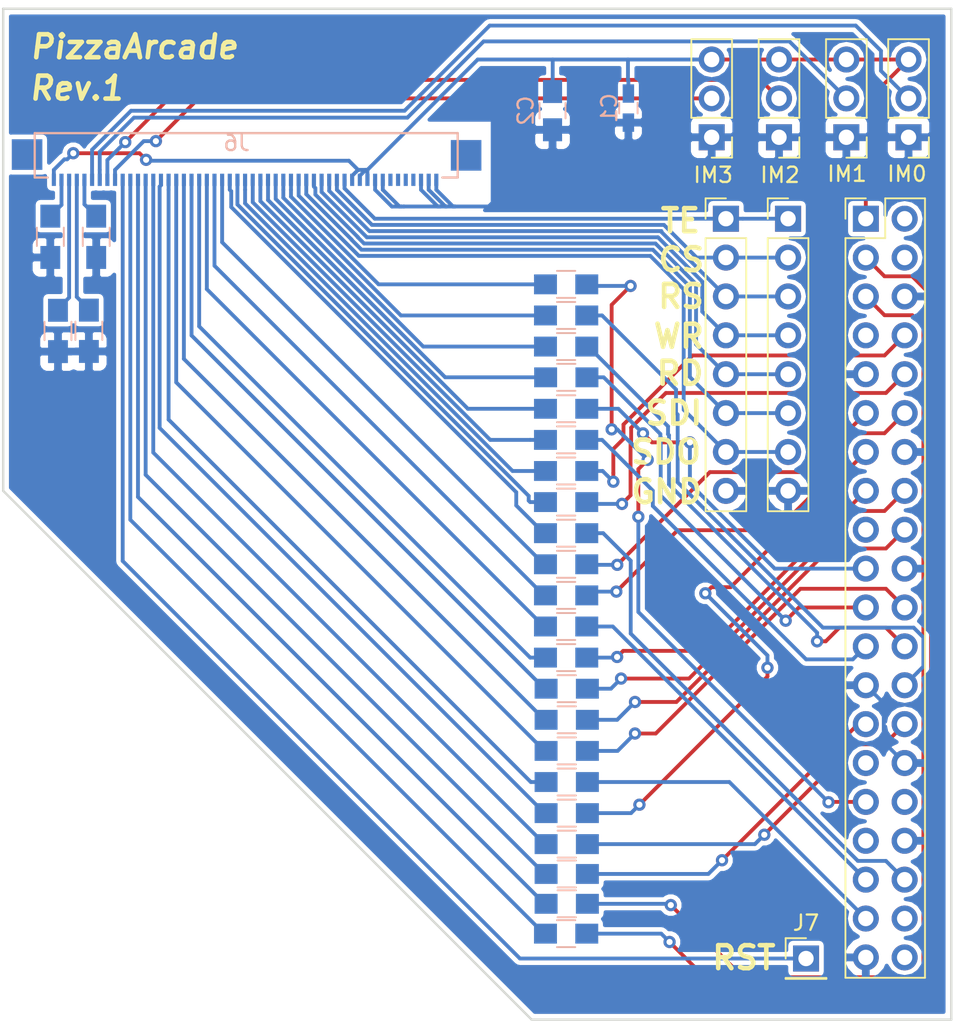
<source format=kicad_pcb>
(kicad_pcb (version 20170123) (host pcbnew no-vcs-found-c78a2ba~59~ubuntu16.10.1)

  (general
    (thickness 1.6)
    (drawings 18)
    (tracks 447)
    (zones 0)
    (modules 37)
    (nets 74)
  )

  (page A4)
  (layers
    (0 F.Cu signal)
    (31 B.Cu signal)
    (32 B.Adhes user)
    (33 F.Adhes user)
    (34 B.Paste user)
    (35 F.Paste user)
    (36 B.SilkS user)
    (37 F.SilkS user)
    (38 B.Mask user)
    (39 F.Mask user)
    (40 Dwgs.User user)
    (41 Cmts.User user)
    (42 Eco1.User user)
    (43 Eco2.User user)
    (44 Edge.Cuts user)
    (45 Margin user)
    (46 B.CrtYd user)
    (47 F.CrtYd user)
    (48 B.Fab user)
    (49 F.Fab user)
  )

  (setup
    (last_trace_width 0.25)
    (trace_clearance 0.152)
    (zone_clearance 0.3)
    (zone_45_only yes)
    (trace_min 0.2)
    (segment_width 0.2)
    (edge_width 0.15)
    (via_size 0.8)
    (via_drill 0.4)
    (via_min_size 0.4)
    (via_min_drill 0.3)
    (uvia_size 0.3)
    (uvia_drill 0.1)
    (uvias_allowed no)
    (uvia_min_size 0.2)
    (uvia_min_drill 0.1)
    (pcb_text_width 0.3)
    (pcb_text_size 1.5 1.5)
    (mod_edge_width 0.15)
    (mod_text_size 1 1)
    (mod_text_width 0.15)
    (pad_size 1.524 1.524)
    (pad_drill 0.762)
    (pad_to_mask_clearance 0.2)
    (aux_axis_origin 0 0)
    (visible_elements FFFFFF7F)
    (pcbplotparams
      (layerselection 0x00030_ffffffff)
      (usegerberextensions false)
      (excludeedgelayer true)
      (linewidth 0.100000)
      (plotframeref false)
      (viasonmask false)
      (mode 1)
      (useauxorigin false)
      (hpglpennumber 1)
      (hpglpenspeed 20)
      (hpglpendiameter 15)
      (psnegative false)
      (psa4output false)
      (plotreference true)
      (plotvalue true)
      (plotinvisibletext false)
      (padsonsilk false)
      (subtractmaskfromsilk false)
      (outputformat 1)
      (mirror false)
      (drillshape 1)
      (scaleselection 1)
      (outputdirectory ""))
  )

  (net 0 "")
  (net 1 +3V3)
  (net 2 /IM0)
  (net 3 GND)
  (net 4 /IM1)
  (net 5 /IM2)
  (net 6 /IM3)
  (net 7 "Net-(J5-Pad4)")
  (net 8 "Net-(J5-Pad3)")
  (net 9 "Net-(J5-Pad2)")
  (net 10 "Net-(J5-Pad1)")
  (net 11 /TE)
  (net 12 /CS)
  (net 13 /RS)
  (net 14 /WR)
  (net 15 /RD)
  (net 16 /SDI)
  (net 17 /SDO)
  (net 18 "Net-(J6-Pad32)")
  (net 19 "Net-(J6-Pad31)")
  (net 20 "Net-(J6-Pad30)")
  (net 21 "Net-(J6-Pad29)")
  (net 22 "Net-(J6-Pad28)")
  (net 23 "Net-(J6-Pad27)")
  (net 24 "Net-(J6-Pad26)")
  (net 25 "Net-(J6-Pad25)")
  (net 26 "Net-(J6-Pad24)")
  (net 27 "Net-(J6-Pad23)")
  (net 28 "Net-(J6-Pad22)")
  (net 29 "Net-(J6-Pad21)")
  (net 30 "Net-(J6-Pad20)")
  (net 31 "Net-(J6-Pad19)")
  (net 32 "Net-(J6-Pad18)")
  (net 33 "Net-(J6-Pad17)")
  (net 34 "Net-(J6-Pad16)")
  (net 35 "Net-(J6-Pad15)")
  (net 36 "Net-(J6-Pad14)")
  (net 37 "Net-(J6-Pad13)")
  (net 38 "Net-(J6-Pad12)")
  (net 39 "Net-(J6-Pad11)")
  (net 40 /RESET)
  (net 41 "Net-(J6-Pad5)")
  (net 42 "Net-(J6-Pad4)")
  (net 43 "Net-(J6-Pad3)")
  (net 44 "Net-(J6-Pad2)")
  (net 45 "Net-(J9-Pad40)")
  (net 46 "Net-(J9-Pad38)")
  (net 47 /R4)
  (net 48 /G2)
  (net 49 /G5)
  (net 50 "Net-(J9-Pad33)")
  (net 51 "Net-(J9-Pad32)")
  (net 52 /B0)
  (net 53 "Net-(J9-Pad29)")
  (net 54 /DE)
  (net 55 /DOTCLK)
  (net 56 /B1)
  (net 57 /B2)
  (net 58 /B5)
  (net 59 /R3)
  (net 60 /B3)
  (net 61 /B4)
  (net 62 /R2)
  (net 63 /R1)
  (net 64 /R0)
  (net 65 /R5)
  (net 66 /G4)
  (net 67 /G3)
  (net 68 /G1)
  (net 69 /G0)
  (net 70 "Net-(J9-Pad7)")
  (net 71 /HSYNC)
  (net 72 +5V)
  (net 73 /VSYNC)

  (net_class Default "This is the default net class."
    (clearance 0.152)
    (trace_width 0.25)
    (via_dia 0.8)
    (via_drill 0.4)
    (uvia_dia 0.3)
    (uvia_drill 0.1)
    (add_net +3V3)
    (add_net +5V)
    (add_net /B0)
    (add_net /B1)
    (add_net /B2)
    (add_net /B3)
    (add_net /B4)
    (add_net /B5)
    (add_net /CS)
    (add_net /DE)
    (add_net /DOTCLK)
    (add_net /G0)
    (add_net /G1)
    (add_net /G2)
    (add_net /G3)
    (add_net /G4)
    (add_net /G5)
    (add_net /HSYNC)
    (add_net /IM0)
    (add_net /IM1)
    (add_net /IM2)
    (add_net /IM3)
    (add_net /R0)
    (add_net /R1)
    (add_net /R2)
    (add_net /R3)
    (add_net /R4)
    (add_net /R5)
    (add_net /RD)
    (add_net /RESET)
    (add_net /RS)
    (add_net /SDI)
    (add_net /SDO)
    (add_net /TE)
    (add_net /VSYNC)
    (add_net /WR)
    (add_net GND)
    (add_net "Net-(J5-Pad1)")
    (add_net "Net-(J5-Pad2)")
    (add_net "Net-(J5-Pad3)")
    (add_net "Net-(J5-Pad4)")
    (add_net "Net-(J6-Pad11)")
    (add_net "Net-(J6-Pad12)")
    (add_net "Net-(J6-Pad13)")
    (add_net "Net-(J6-Pad14)")
    (add_net "Net-(J6-Pad15)")
    (add_net "Net-(J6-Pad16)")
    (add_net "Net-(J6-Pad17)")
    (add_net "Net-(J6-Pad18)")
    (add_net "Net-(J6-Pad19)")
    (add_net "Net-(J6-Pad2)")
    (add_net "Net-(J6-Pad20)")
    (add_net "Net-(J6-Pad21)")
    (add_net "Net-(J6-Pad22)")
    (add_net "Net-(J6-Pad23)")
    (add_net "Net-(J6-Pad24)")
    (add_net "Net-(J6-Pad25)")
    (add_net "Net-(J6-Pad26)")
    (add_net "Net-(J6-Pad27)")
    (add_net "Net-(J6-Pad28)")
    (add_net "Net-(J6-Pad29)")
    (add_net "Net-(J6-Pad3)")
    (add_net "Net-(J6-Pad30)")
    (add_net "Net-(J6-Pad31)")
    (add_net "Net-(J6-Pad32)")
    (add_net "Net-(J6-Pad4)")
    (add_net "Net-(J6-Pad5)")
    (add_net "Net-(J9-Pad29)")
    (add_net "Net-(J9-Pad32)")
    (add_net "Net-(J9-Pad33)")
    (add_net "Net-(J9-Pad38)")
    (add_net "Net-(J9-Pad40)")
    (add_net "Net-(J9-Pad7)")
  )

  (module Capacitors_SMD:C_0805_HandSoldering (layer B.Cu) (tedit 58AA84A8) (tstamp 598812EB)
    (at 157.83 67.11 270)
    (descr "Capacitor SMD 0805, hand soldering")
    (tags "capacitor 0805")
    (path /5987E16A)
    (attr smd)
    (fp_text reference C2 (at 0 1.75 270) (layer B.SilkS)
      (effects (font (size 1 1) (thickness 0.15)) (justify mirror))
    )
    (fp_text value 10uF (at 0 -1.75 270) (layer B.Fab)
      (effects (font (size 1 1) (thickness 0.15)) (justify mirror))
    )
    (fp_line (start 2.25 -0.87) (end -2.25 -0.87) (layer B.CrtYd) (width 0.05))
    (fp_line (start 2.25 -0.87) (end 2.25 0.88) (layer B.CrtYd) (width 0.05))
    (fp_line (start -2.25 0.88) (end -2.25 -0.87) (layer B.CrtYd) (width 0.05))
    (fp_line (start -2.25 0.88) (end 2.25 0.88) (layer B.CrtYd) (width 0.05))
    (fp_line (start -0.5 -0.85) (end 0.5 -0.85) (layer B.SilkS) (width 0.12))
    (fp_line (start 0.5 0.85) (end -0.5 0.85) (layer B.SilkS) (width 0.12))
    (fp_line (start -1 0.62) (end 1 0.62) (layer B.Fab) (width 0.1))
    (fp_line (start 1 0.62) (end 1 -0.62) (layer B.Fab) (width 0.1))
    (fp_line (start 1 -0.62) (end -1 -0.62) (layer B.Fab) (width 0.1))
    (fp_line (start -1 -0.62) (end -1 0.62) (layer B.Fab) (width 0.1))
    (fp_text user %R (at 0 1.75 270) (layer B.Fab)
      (effects (font (size 1 1) (thickness 0.15)) (justify mirror))
    )
    (pad 2 smd rect (at 1.25 0 270) (size 1.5 1.25) (layers B.Cu B.Paste B.Mask)
      (net 3 GND))
    (pad 1 smd rect (at -1.25 0 270) (size 1.5 1.25) (layers B.Cu B.Paste B.Mask)
      (net 1 +3V3))
    (model Capacitors_SMD.3dshapes/C_0805.wrl
      (at (xyz 0 0 0))
      (scale (xyz 1 1 1))
      (rotate (xyz 0 0 0))
    )
  )

  (module FFC_FH34S-50 (layer B.Cu) (tedit 5987CB2F) (tstamp 5986CA9F)
    (at 137.179459 71.478)
    (descr "FFC connector 40-pin, Hirose FH34S-32, http://www.hirose.co.jp/cataloge_hp/ed_FH34S_20140305.pdf")
    (tags FFC)
    (path /5980ED91)
    (fp_text reference J6 (at 0 -2.25) (layer B.SilkS)
      (effects (font (size 1 1) (thickness 0.15)) (justify mirror))
    )
    (fp_text value ER-TFT026-1 (at 0 -1) (layer B.Fab)
      (effects (font (size 1 1) (thickness 0.15)) (justify mirror))
    )
    (fp_line (start 14.45 0) (end 13.45 0) (layer B.SilkS) (width 0.15))
    (fp_line (start 14.45 -2.90576) (end 14.45 0) (layer B.SilkS) (width 0.15))
    (fp_line (start -13.2 -2.9) (end 14.45 -2.9) (layer B.SilkS) (width 0.15))
    (fp_line (start -13.2 0) (end -13.2 -2.9) (layer B.SilkS) (width 0.15))
    (fp_line (start -12.35 0) (end -13.2 0) (layer B.SilkS) (width 0.15))
    (fp_line (start -13.7 -3.4) (end -13.7 0.5) (layer B.CrtYd) (width 0.05))
    (fp_line (start 15 -3.4) (end -13.7 -3.4) (layer B.CrtYd) (width 0.05))
    (fp_line (start 15 0.5) (end 15 -3.4) (layer B.CrtYd) (width 0.05))
    (fp_line (start -13.7 0.5) (end 15.000043 0.5) (layer B.CrtYd) (width 0.05))
    (pad 0 smd rect (at 15 -1.45) (size 2 2) (layers B.Cu B.Paste B.Mask))
    (pad 40 smd rect (at 7.553003 0.15) (size 0.27 0.8) (layers B.Cu B.Paste B.Mask)
      (net 1 +3V3))
    (pad 39 smd rect (at 7.052926 0.15) (size 0.27 0.8) (layers B.Cu B.Paste B.Mask)
      (net 11 /TE))
    (pad 38 smd rect (at 6.552849 0.15) (size 0.27 0.8) (layers B.Cu B.Paste B.Mask)
      (net 12 /CS))
    (pad 37 smd rect (at 6.052772 0.15) (size 0.27 0.8) (layers B.Cu B.Paste B.Mask)
      (net 13 /RS))
    (pad 36 smd rect (at 5.552695 0.15) (size 0.27 0.8) (layers B.Cu B.Paste B.Mask)
      (net 14 /WR))
    (pad 35 smd rect (at 5.052618 0.15) (size 0.27 0.8) (layers B.Cu B.Paste B.Mask)
      (net 15 /RD))
    (pad 34 smd rect (at 4.552541 0.15) (size 0.27 0.8) (layers B.Cu B.Paste B.Mask)
      (net 16 /SDI))
    (pad 33 smd rect (at 4.052464 0.15) (size 0.27 0.8) (layers B.Cu B.Paste B.Mask)
      (net 17 /SDO))
    (pad 32 smd rect (at 3.552387 0.15) (size 0.27 0.8) (layers B.Cu B.Paste B.Mask)
      (net 18 "Net-(J6-Pad32)"))
    (pad 31 smd rect (at 3.05231 0.15) (size 0.27 0.8) (layers B.Cu B.Paste B.Mask)
      (net 19 "Net-(J6-Pad31)"))
    (pad 30 smd rect (at 2.552233 0.15) (size 0.27 0.8) (layers B.Cu B.Paste B.Mask)
      (net 20 "Net-(J6-Pad30)"))
    (pad 29 smd rect (at 2.052156 0.15) (size 0.27 0.8) (layers B.Cu B.Paste B.Mask)
      (net 21 "Net-(J6-Pad29)"))
    (pad 28 smd rect (at 1.552079 0.15) (size 0.27 0.8) (layers B.Cu B.Paste B.Mask)
      (net 22 "Net-(J6-Pad28)"))
    (pad 27 smd rect (at 1.052002 0.15) (size 0.27 0.8) (layers B.Cu B.Paste B.Mask)
      (net 23 "Net-(J6-Pad27)"))
    (pad 26 smd rect (at 0.551925 0.15) (size 0.27 0.8) (layers B.Cu B.Paste B.Mask)
      (net 24 "Net-(J6-Pad26)"))
    (pad 25 smd rect (at 0.051848 0.15) (size 0.27 0.8) (layers B.Cu B.Paste B.Mask)
      (net 25 "Net-(J6-Pad25)"))
    (pad 24 smd rect (at -0.448229 0.15) (size 0.27 0.8) (layers B.Cu B.Paste B.Mask)
      (net 26 "Net-(J6-Pad24)"))
    (pad 23 smd rect (at -0.948306 0.15) (size 0.27 0.8) (layers B.Cu B.Paste B.Mask)
      (net 27 "Net-(J6-Pad23)"))
    (pad 22 smd rect (at -1.448383 0.15) (size 0.27 0.8) (layers B.Cu B.Paste B.Mask)
      (net 28 "Net-(J6-Pad22)"))
    (pad 21 smd rect (at -1.94846 0.15) (size 0.27 0.8) (layers B.Cu B.Paste B.Mask)
      (net 29 "Net-(J6-Pad21)"))
    (pad 20 smd rect (at -2.448537 0.15) (size 0.27 0.8) (layers B.Cu B.Paste B.Mask)
      (net 30 "Net-(J6-Pad20)"))
    (pad 19 smd rect (at -2.948614 0.15) (size 0.27 0.8) (layers B.Cu B.Paste B.Mask)
      (net 31 "Net-(J6-Pad19)"))
    (pad 18 smd rect (at -3.448691 0.15) (size 0.27 0.8) (layers B.Cu B.Paste B.Mask)
      (net 32 "Net-(J6-Pad18)"))
    (pad 17 smd rect (at -3.948768 0.15) (size 0.27 0.8) (layers B.Cu B.Paste B.Mask)
      (net 33 "Net-(J6-Pad17)"))
    (pad 16 smd rect (at -4.448845 0.15) (size 0.27 0.8) (layers B.Cu B.Paste B.Mask)
      (net 34 "Net-(J6-Pad16)"))
    (pad 15 smd rect (at -4.948922 0.15) (size 0.27 0.8) (layers B.Cu B.Paste B.Mask)
      (net 35 "Net-(J6-Pad15)"))
    (pad 14 smd rect (at -5.448999 0.15) (size 0.27 0.8) (layers B.Cu B.Paste B.Mask)
      (net 36 "Net-(J6-Pad14)"))
    (pad 13 smd rect (at -5.949076 0.15) (size 0.27 0.8) (layers B.Cu B.Paste B.Mask)
      (net 37 "Net-(J6-Pad13)"))
    (pad 12 smd rect (at -6.449153 0.15) (size 0.27 0.8) (layers B.Cu B.Paste B.Mask)
      (net 38 "Net-(J6-Pad12)"))
    (pad 11 smd rect (at -6.94923 0.15) (size 0.27 0.8) (layers B.Cu B.Paste B.Mask)
      (net 39 "Net-(J6-Pad11)"))
    (pad 10 smd rect (at -7.449307 0.15) (size 0.27 0.8) (layers B.Cu B.Paste B.Mask)
      (net 40 /RESET))
    (pad 9 smd rect (at -7.949384 0.15) (size 0.27 0.8) (layers B.Cu B.Paste B.Mask)
      (net 6 /IM3))
    (pad 8 smd rect (at -8.449461 0.15) (size 0.27 0.8) (layers B.Cu B.Paste B.Mask)
      (net 5 /IM2))
    (pad 7 smd rect (at -8.949538 0.15) (size 0.27 0.8) (layers B.Cu B.Paste B.Mask)
      (net 4 /IM1))
    (pad 6 smd rect (at -9.449615 0.15) (size 0.27 0.8) (layers B.Cu B.Paste B.Mask)
      (net 2 /IM0))
    (pad 5 smd rect (at -9.949692 0.15) (size 0.27 0.8) (layers B.Cu B.Paste B.Mask)
      (net 41 "Net-(J6-Pad5)"))
    (pad 4 smd rect (at -10.449769 0.15) (size 0.27 0.8) (layers B.Cu B.Paste B.Mask)
      (net 42 "Net-(J6-Pad4)"))
    (pad 3 smd rect (at -10.949846 0.15) (size 0.27 0.8) (layers B.Cu B.Paste B.Mask)
      (net 43 "Net-(J6-Pad3)"))
    (pad 2 smd rect (at -11.449923 0.15) (size 0.27 0.8) (layers B.Cu B.Paste B.Mask)
      (net 44 "Net-(J6-Pad2)"))
    (pad 1 smd rect (at -11.95 0.15) (size 0.27 0.8) (layers B.Cu B.Paste B.Mask)
      (net 1 +3V3))
    (pad 50 smd rect (at 13.053773 0.15) (size 0.27 0.8) (layers B.Cu B.Paste B.Mask)
      (net 3 GND))
    (pad 41 smd rect (at 8.05308 0.15) (size 0.27 0.8) (layers B.Cu B.Paste B.Mask)
      (net 1 +3V3))
    (pad 43 smd rect (at 9.053157 0.15) (size 0.27 0.8) (layers B.Cu B.Paste B.Mask)
      (net 3 GND))
    (pad 43 smd rect (at 9.553234 0.15) (size 0.27 0.8) (layers B.Cu B.Paste B.Mask)
      (net 3 GND))
    (pad 46 smd rect (at 11.053465 0.15) (size 0.27 0.8) (layers B.Cu B.Paste B.Mask)
      (net 9 "Net-(J5-Pad2)"))
    (pad 47 smd rect (at 11.553542 0.15) (size 0.27 0.8) (layers B.Cu B.Paste B.Mask)
      (net 10 "Net-(J5-Pad1)"))
    (pad 44 smd rect (at 10.053311 0.15) (size 0.27 0.8) (layers B.Cu B.Paste B.Mask)
      (net 7 "Net-(J5-Pad4)"))
    (pad 45 smd rect (at 10.553388 0.15) (size 0.27 0.8) (layers B.Cu B.Paste B.Mask)
      (net 8 "Net-(J5-Pad3)"))
    (pad 48 smd rect (at 12.053619 0.15) (size 0.27 0.8) (layers B.Cu B.Paste B.Mask)
      (net 3 GND))
    (pad 49 smd rect (at 12.553696 0.15) (size 0.27 0.8) (layers B.Cu B.Paste B.Mask)
      (net 3 GND))
    (pad 42 smd rect (at 8.55 0.15) (size 0.27 0.8) (layers B.Cu B.Paste B.Mask)
      (net 1 +3V3))
    (pad 0 smd rect (at -13.7 -1.5) (size 2 2) (layers B.Cu B.Paste B.Mask))
  )

  (module Pin_Headers:Pin_Header_Straight_1x03_Pitch2.54mm (layer F.Cu) (tedit 5987E1AB) (tstamp 5986CA00)
    (at 181.102 68.8485 180)
    (descr "Through hole straight pin header, 1x03, 2.54mm pitch, single row")
    (tags "Through hole pin header THT 1x03 2.54mm single row")
    (path /59816DBF)
    (fp_text reference J1 (at 0 -2.33 180) (layer F.SilkS) hide
      (effects (font (size 1 1) (thickness 0.15)))
    )
    (fp_text value IM0 (at 0.102 -2.3915 180) (layer F.SilkS)
      (effects (font (size 1 1) (thickness 0.15)))
    )
    (fp_text user %R (at 0 2.54 270) (layer F.Fab)
      (effects (font (size 1 1) (thickness 0.15)))
    )
    (fp_line (start 1.8 -1.8) (end -1.8 -1.8) (layer F.CrtYd) (width 0.05))
    (fp_line (start 1.8 6.85) (end 1.8 -1.8) (layer F.CrtYd) (width 0.05))
    (fp_line (start -1.8 6.85) (end 1.8 6.85) (layer F.CrtYd) (width 0.05))
    (fp_line (start -1.8 -1.8) (end -1.8 6.85) (layer F.CrtYd) (width 0.05))
    (fp_line (start -1.33 -1.33) (end 0 -1.33) (layer F.SilkS) (width 0.12))
    (fp_line (start -1.33 0) (end -1.33 -1.33) (layer F.SilkS) (width 0.12))
    (fp_line (start -1.33 1.27) (end 1.33 1.27) (layer F.SilkS) (width 0.12))
    (fp_line (start 1.33 1.27) (end 1.33 6.41) (layer F.SilkS) (width 0.12))
    (fp_line (start -1.33 1.27) (end -1.33 6.41) (layer F.SilkS) (width 0.12))
    (fp_line (start -1.33 6.41) (end 1.33 6.41) (layer F.SilkS) (width 0.12))
    (fp_line (start -1.27 -0.635) (end -0.635 -1.27) (layer F.Fab) (width 0.1))
    (fp_line (start -1.27 6.35) (end -1.27 -0.635) (layer F.Fab) (width 0.1))
    (fp_line (start 1.27 6.35) (end -1.27 6.35) (layer F.Fab) (width 0.1))
    (fp_line (start 1.27 -1.27) (end 1.27 6.35) (layer F.Fab) (width 0.1))
    (fp_line (start -0.635 -1.27) (end 1.27 -1.27) (layer F.Fab) (width 0.1))
    (pad 3 thru_hole oval (at 0 5.08 180) (size 1.7 1.7) (drill 1) (layers *.Cu *.Mask)
      (net 1 +3V3))
    (pad 2 thru_hole oval (at 0 2.54 180) (size 1.7 1.7) (drill 1) (layers *.Cu *.Mask)
      (net 2 /IM0))
    (pad 1 thru_hole rect (at 0 0 180) (size 1.7 1.7) (drill 1) (layers *.Cu *.Mask)
      (net 3 GND))
    (model ${KISYS3DMOD}/Pin_Headers.3dshapes/Pin_Header_Straight_1x03_Pitch2.54mm.wrl
      (at (xyz 0 0 0))
      (scale (xyz 1 1 1))
      (rotate (xyz 0 0 0))
    )
  )

  (module Pin_Headers:Pin_Header_Straight_1x03_Pitch2.54mm (layer F.Cu) (tedit 5987E1A8) (tstamp 5986CA17)
    (at 177.037998 68.8485 180)
    (descr "Through hole straight pin header, 1x03, 2.54mm pitch, single row")
    (tags "Through hole pin header THT 1x03 2.54mm single row")
    (path /59848B02)
    (fp_text reference J2 (at 0 -2.33 180) (layer F.SilkS) hide
      (effects (font (size 1 1) (thickness 0.15)))
    )
    (fp_text value IM1 (at -0.042002 -2.3915 180) (layer F.SilkS)
      (effects (font (size 1 1) (thickness 0.15)))
    )
    (fp_line (start -0.635 -1.27) (end 1.27 -1.27) (layer F.Fab) (width 0.1))
    (fp_line (start 1.27 -1.27) (end 1.27 6.35) (layer F.Fab) (width 0.1))
    (fp_line (start 1.27 6.35) (end -1.27 6.35) (layer F.Fab) (width 0.1))
    (fp_line (start -1.27 6.35) (end -1.27 -0.635) (layer F.Fab) (width 0.1))
    (fp_line (start -1.27 -0.635) (end -0.635 -1.27) (layer F.Fab) (width 0.1))
    (fp_line (start -1.33 6.41) (end 1.33 6.41) (layer F.SilkS) (width 0.12))
    (fp_line (start -1.33 1.27) (end -1.33 6.41) (layer F.SilkS) (width 0.12))
    (fp_line (start 1.33 1.27) (end 1.33 6.41) (layer F.SilkS) (width 0.12))
    (fp_line (start -1.33 1.27) (end 1.33 1.27) (layer F.SilkS) (width 0.12))
    (fp_line (start -1.33 0) (end -1.33 -1.33) (layer F.SilkS) (width 0.12))
    (fp_line (start -1.33 -1.33) (end 0 -1.33) (layer F.SilkS) (width 0.12))
    (fp_line (start -1.8 -1.8) (end -1.8 6.85) (layer F.CrtYd) (width 0.05))
    (fp_line (start -1.8 6.85) (end 1.8 6.85) (layer F.CrtYd) (width 0.05))
    (fp_line (start 1.8 6.85) (end 1.8 -1.8) (layer F.CrtYd) (width 0.05))
    (fp_line (start 1.8 -1.8) (end -1.8 -1.8) (layer F.CrtYd) (width 0.05))
    (fp_text user %R (at 0 2.54 270) (layer F.Fab)
      (effects (font (size 1 1) (thickness 0.15)))
    )
    (pad 1 thru_hole rect (at 0 0 180) (size 1.7 1.7) (drill 1) (layers *.Cu *.Mask)
      (net 3 GND))
    (pad 2 thru_hole oval (at 0 2.54 180) (size 1.7 1.7) (drill 1) (layers *.Cu *.Mask)
      (net 4 /IM1))
    (pad 3 thru_hole oval (at 0 5.08 180) (size 1.7 1.7) (drill 1) (layers *.Cu *.Mask)
      (net 1 +3V3))
    (model ${KISYS3DMOD}/Pin_Headers.3dshapes/Pin_Header_Straight_1x03_Pitch2.54mm.wrl
      (at (xyz 0 0 0))
      (scale (xyz 1 1 1))
      (rotate (xyz 0 0 0))
    )
  )

  (module Pin_Headers:Pin_Header_Straight_1x03_Pitch2.54mm (layer F.Cu) (tedit 5987E1A4) (tstamp 5986CA2E)
    (at 172.635332 68.8485 180)
    (descr "Through hole straight pin header, 1x03, 2.54mm pitch, single row")
    (tags "Through hole pin header THT 1x03 2.54mm single row")
    (path /59848BB9)
    (fp_text reference J3 (at 0 -2.33 180) (layer F.SilkS) hide
      (effects (font (size 1 1) (thickness 0.15)))
    )
    (fp_text value IM2 (at -0.064668 -2.4615 180) (layer F.SilkS)
      (effects (font (size 1 1) (thickness 0.15)))
    )
    (fp_text user %R (at 0 2.54 270) (layer F.Fab)
      (effects (font (size 1 1) (thickness 0.15)))
    )
    (fp_line (start 1.8 -1.8) (end -1.8 -1.8) (layer F.CrtYd) (width 0.05))
    (fp_line (start 1.8 6.85) (end 1.8 -1.8) (layer F.CrtYd) (width 0.05))
    (fp_line (start -1.8 6.85) (end 1.8 6.85) (layer F.CrtYd) (width 0.05))
    (fp_line (start -1.8 -1.8) (end -1.8 6.85) (layer F.CrtYd) (width 0.05))
    (fp_line (start -1.33 -1.33) (end 0 -1.33) (layer F.SilkS) (width 0.12))
    (fp_line (start -1.33 0) (end -1.33 -1.33) (layer F.SilkS) (width 0.12))
    (fp_line (start -1.33 1.27) (end 1.33 1.27) (layer F.SilkS) (width 0.12))
    (fp_line (start 1.33 1.27) (end 1.33 6.41) (layer F.SilkS) (width 0.12))
    (fp_line (start -1.33 1.27) (end -1.33 6.41) (layer F.SilkS) (width 0.12))
    (fp_line (start -1.33 6.41) (end 1.33 6.41) (layer F.SilkS) (width 0.12))
    (fp_line (start -1.27 -0.635) (end -0.635 -1.27) (layer F.Fab) (width 0.1))
    (fp_line (start -1.27 6.35) (end -1.27 -0.635) (layer F.Fab) (width 0.1))
    (fp_line (start 1.27 6.35) (end -1.27 6.35) (layer F.Fab) (width 0.1))
    (fp_line (start 1.27 -1.27) (end 1.27 6.35) (layer F.Fab) (width 0.1))
    (fp_line (start -0.635 -1.27) (end 1.27 -1.27) (layer F.Fab) (width 0.1))
    (pad 3 thru_hole oval (at 0 5.08 180) (size 1.7 1.7) (drill 1) (layers *.Cu *.Mask)
      (net 1 +3V3))
    (pad 2 thru_hole oval (at 0 2.54 180) (size 1.7 1.7) (drill 1) (layers *.Cu *.Mask)
      (net 5 /IM2))
    (pad 1 thru_hole rect (at 0 0 180) (size 1.7 1.7) (drill 1) (layers *.Cu *.Mask)
      (net 3 GND))
    (model ${KISYS3DMOD}/Pin_Headers.3dshapes/Pin_Header_Straight_1x03_Pitch2.54mm.wrl
      (at (xyz 0 0 0))
      (scale (xyz 1 1 1))
      (rotate (xyz 0 0 0))
    )
  )

  (module Pin_Headers:Pin_Header_Straight_1x03_Pitch2.54mm (layer F.Cu) (tedit 5987E19F) (tstamp 5986CA45)
    (at 168.232666 68.8485 180)
    (descr "Through hole straight pin header, 1x03, 2.54mm pitch, single row")
    (tags "Through hole pin header THT 1x03 2.54mm single row")
    (path /59848CBD)
    (fp_text reference J4 (at 0 -2.33 180) (layer F.SilkS) hide
      (effects (font (size 1 1) (thickness 0.15)))
    )
    (fp_text value IM3 (at -0.097334 -2.4615 180) (layer F.SilkS)
      (effects (font (size 1 1) (thickness 0.15)))
    )
    (fp_line (start -0.635 -1.27) (end 1.27 -1.27) (layer F.Fab) (width 0.1))
    (fp_line (start 1.27 -1.27) (end 1.27 6.35) (layer F.Fab) (width 0.1))
    (fp_line (start 1.27 6.35) (end -1.27 6.35) (layer F.Fab) (width 0.1))
    (fp_line (start -1.27 6.35) (end -1.27 -0.635) (layer F.Fab) (width 0.1))
    (fp_line (start -1.27 -0.635) (end -0.635 -1.27) (layer F.Fab) (width 0.1))
    (fp_line (start -1.33 6.41) (end 1.33 6.41) (layer F.SilkS) (width 0.12))
    (fp_line (start -1.33 1.27) (end -1.33 6.41) (layer F.SilkS) (width 0.12))
    (fp_line (start 1.33 1.27) (end 1.33 6.41) (layer F.SilkS) (width 0.12))
    (fp_line (start -1.33 1.27) (end 1.33 1.27) (layer F.SilkS) (width 0.12))
    (fp_line (start -1.33 0) (end -1.33 -1.33) (layer F.SilkS) (width 0.12))
    (fp_line (start -1.33 -1.33) (end 0 -1.33) (layer F.SilkS) (width 0.12))
    (fp_line (start -1.8 -1.8) (end -1.8 6.85) (layer F.CrtYd) (width 0.05))
    (fp_line (start -1.8 6.85) (end 1.8 6.85) (layer F.CrtYd) (width 0.05))
    (fp_line (start 1.8 6.85) (end 1.8 -1.8) (layer F.CrtYd) (width 0.05))
    (fp_line (start 1.8 -1.8) (end -1.8 -1.8) (layer F.CrtYd) (width 0.05))
    (fp_text user %R (at 0 2.54 270) (layer F.Fab)
      (effects (font (size 1 1) (thickness 0.15)))
    )
    (pad 1 thru_hole rect (at 0 0 180) (size 1.7 1.7) (drill 1) (layers *.Cu *.Mask)
      (net 3 GND))
    (pad 2 thru_hole oval (at 0 2.54 180) (size 1.7 1.7) (drill 1) (layers *.Cu *.Mask)
      (net 6 /IM3))
    (pad 3 thru_hole oval (at 0 5.08 180) (size 1.7 1.7) (drill 1) (layers *.Cu *.Mask)
      (net 1 +3V3))
    (model ${KISYS3DMOD}/Pin_Headers.3dshapes/Pin_Header_Straight_1x03_Pitch2.54mm.wrl
      (at (xyz 0 0 0))
      (scale (xyz 1 1 1))
      (rotate (xyz 0 0 0))
    )
  )

  (module Pin_Headers:Pin_Header_Straight_1x01_Pitch2.54mm (layer F.Cu) (tedit 59650532) (tstamp 5986CAB4)
    (at 174.4 122.5)
    (descr "Through hole straight pin header, 1x01, 2.54mm pitch, single row")
    (tags "Through hole pin header THT 1x01 2.54mm single row")
    (path /59818458)
    (fp_text reference J7 (at 0 -2.33) (layer F.SilkS)
      (effects (font (size 1 1) (thickness 0.15)))
    )
    (fp_text value RESET (at 0 2.33) (layer F.Fab)
      (effects (font (size 1 1) (thickness 0.15)))
    )
    (fp_text user %R (at 0 0 90) (layer F.Fab)
      (effects (font (size 1 1) (thickness 0.15)))
    )
    (fp_line (start 1.8 -1.8) (end -1.8 -1.8) (layer F.CrtYd) (width 0.05))
    (fp_line (start 1.8 1.8) (end 1.8 -1.8) (layer F.CrtYd) (width 0.05))
    (fp_line (start -1.8 1.8) (end 1.8 1.8) (layer F.CrtYd) (width 0.05))
    (fp_line (start -1.8 -1.8) (end -1.8 1.8) (layer F.CrtYd) (width 0.05))
    (fp_line (start -1.33 -1.33) (end 0 -1.33) (layer F.SilkS) (width 0.12))
    (fp_line (start -1.33 0) (end -1.33 -1.33) (layer F.SilkS) (width 0.12))
    (fp_line (start -1.33 1.27) (end 1.33 1.27) (layer F.SilkS) (width 0.12))
    (fp_line (start 1.33 1.27) (end 1.33 1.33) (layer F.SilkS) (width 0.12))
    (fp_line (start -1.33 1.27) (end -1.33 1.33) (layer F.SilkS) (width 0.12))
    (fp_line (start -1.33 1.33) (end 1.33 1.33) (layer F.SilkS) (width 0.12))
    (fp_line (start -1.27 -0.635) (end -0.635 -1.27) (layer F.Fab) (width 0.1))
    (fp_line (start -1.27 1.27) (end -1.27 -0.635) (layer F.Fab) (width 0.1))
    (fp_line (start 1.27 1.27) (end -1.27 1.27) (layer F.Fab) (width 0.1))
    (fp_line (start 1.27 -1.27) (end 1.27 1.27) (layer F.Fab) (width 0.1))
    (fp_line (start -0.635 -1.27) (end 1.27 -1.27) (layer F.Fab) (width 0.1))
    (pad 1 thru_hole rect (at 0 0) (size 1.7 1.7) (drill 1) (layers *.Cu *.Mask)
      (net 40 /RESET))
    (model ${KISYS3DMOD}/Pin_Headers.3dshapes/Pin_Header_Straight_1x01_Pitch2.54mm.wrl
      (at (xyz 0 0 0))
      (scale (xyz 1 1 1))
      (rotate (xyz 0 0 0))
    )
  )

  (module Pin_Headers:Pin_Header_Straight_1x08_Pitch2.54mm (layer F.Cu) (tedit 5987E1B2) (tstamp 5986CAD0)
    (at 173.228 74.168)
    (descr "Through hole straight pin header, 1x08, 2.54mm pitch, single row")
    (tags "Through hole pin header THT 1x08 2.54mm single row")
    (path /59810979)
    (fp_text reference J8 (at 0 -2.33) (layer F.SilkS) hide
      (effects (font (size 1 1) (thickness 0.15)))
    )
    (fp_text value SERIAL (at -2.032 20.32) (layer F.Fab)
      (effects (font (size 1 1) (thickness 0.15)))
    )
    (fp_text user %R (at 0 8.89 90) (layer F.Fab)
      (effects (font (size 1 1) (thickness 0.15)))
    )
    (fp_line (start 1.8 -1.8) (end -1.8 -1.8) (layer F.CrtYd) (width 0.05))
    (fp_line (start 1.8 19.55) (end 1.8 -1.8) (layer F.CrtYd) (width 0.05))
    (fp_line (start -1.8 19.55) (end 1.8 19.55) (layer F.CrtYd) (width 0.05))
    (fp_line (start -1.8 -1.8) (end -1.8 19.55) (layer F.CrtYd) (width 0.05))
    (fp_line (start -1.33 -1.33) (end 0 -1.33) (layer F.SilkS) (width 0.12))
    (fp_line (start -1.33 0) (end -1.33 -1.33) (layer F.SilkS) (width 0.12))
    (fp_line (start -1.33 1.27) (end 1.33 1.27) (layer F.SilkS) (width 0.12))
    (fp_line (start 1.33 1.27) (end 1.33 19.11) (layer F.SilkS) (width 0.12))
    (fp_line (start -1.33 1.27) (end -1.33 19.11) (layer F.SilkS) (width 0.12))
    (fp_line (start -1.33 19.11) (end 1.33 19.11) (layer F.SilkS) (width 0.12))
    (fp_line (start -1.27 -0.635) (end -0.635 -1.27) (layer F.Fab) (width 0.1))
    (fp_line (start -1.27 19.05) (end -1.27 -0.635) (layer F.Fab) (width 0.1))
    (fp_line (start 1.27 19.05) (end -1.27 19.05) (layer F.Fab) (width 0.1))
    (fp_line (start 1.27 -1.27) (end 1.27 19.05) (layer F.Fab) (width 0.1))
    (fp_line (start -0.635 -1.27) (end 1.27 -1.27) (layer F.Fab) (width 0.1))
    (pad 8 thru_hole oval (at 0 17.78) (size 1.7 1.7) (drill 1) (layers *.Cu *.Mask)
      (net 3 GND))
    (pad 7 thru_hole oval (at 0 15.24) (size 1.7 1.7) (drill 1) (layers *.Cu *.Mask)
      (net 17 /SDO))
    (pad 6 thru_hole oval (at 0 12.7) (size 1.7 1.7) (drill 1) (layers *.Cu *.Mask)
      (net 16 /SDI))
    (pad 5 thru_hole oval (at 0 10.16) (size 1.7 1.7) (drill 1) (layers *.Cu *.Mask)
      (net 15 /RD))
    (pad 4 thru_hole oval (at 0 7.62) (size 1.7 1.7) (drill 1) (layers *.Cu *.Mask)
      (net 14 /WR))
    (pad 3 thru_hole oval (at 0 5.08) (size 1.7 1.7) (drill 1) (layers *.Cu *.Mask)
      (net 13 /RS))
    (pad 2 thru_hole oval (at 0 2.54) (size 1.7 1.7) (drill 1) (layers *.Cu *.Mask)
      (net 12 /CS))
    (pad 1 thru_hole rect (at 0 0) (size 1.7 1.7) (drill 1) (layers *.Cu *.Mask)
      (net 11 /TE))
    (model ${KISYS3DMOD}/Pin_Headers.3dshapes/Pin_Header_Straight_1x08_Pitch2.54mm.wrl
      (at (xyz 0 0 0))
      (scale (xyz 1 1 1))
      (rotate (xyz 0 0 0))
    )
  )

  (module Pin_Headers:Pin_Header_Straight_2x20_Pitch2.54mm (layer F.Cu) (tedit 5987E1AF) (tstamp 5986CB0E)
    (at 178.308 74.168)
    (descr "Through hole straight pin header, 2x20, 2.54mm pitch, double rows")
    (tags "Through hole pin header THT 2x20 2.54mm double row")
    (path /59819FBF)
    (fp_text reference J9 (at 1.27 -2.33) (layer F.SilkS) hide
      (effects (font (size 1 1) (thickness 0.15)))
    )
    (fp_text value RPI_DPI (at 1.27 50.59) (layer F.Fab)
      (effects (font (size 1 1) (thickness 0.15)))
    )
    (fp_text user %R (at 1.27 24.13 90) (layer F.Fab)
      (effects (font (size 1 1) (thickness 0.15)))
    )
    (fp_line (start 4.35 -1.8) (end -1.8 -1.8) (layer F.CrtYd) (width 0.05))
    (fp_line (start 4.35 50.05) (end 4.35 -1.8) (layer F.CrtYd) (width 0.05))
    (fp_line (start -1.8 50.05) (end 4.35 50.05) (layer F.CrtYd) (width 0.05))
    (fp_line (start -1.8 -1.8) (end -1.8 50.05) (layer F.CrtYd) (width 0.05))
    (fp_line (start -1.33 -1.33) (end 0 -1.33) (layer F.SilkS) (width 0.12))
    (fp_line (start -1.33 0) (end -1.33 -1.33) (layer F.SilkS) (width 0.12))
    (fp_line (start 1.27 -1.33) (end 3.87 -1.33) (layer F.SilkS) (width 0.12))
    (fp_line (start 1.27 1.27) (end 1.27 -1.33) (layer F.SilkS) (width 0.12))
    (fp_line (start -1.33 1.27) (end 1.27 1.27) (layer F.SilkS) (width 0.12))
    (fp_line (start 3.87 -1.33) (end 3.87 49.59) (layer F.SilkS) (width 0.12))
    (fp_line (start -1.33 1.27) (end -1.33 49.59) (layer F.SilkS) (width 0.12))
    (fp_line (start -1.33 49.59) (end 3.87 49.59) (layer F.SilkS) (width 0.12))
    (fp_line (start -1.27 0) (end 0 -1.27) (layer F.Fab) (width 0.1))
    (fp_line (start -1.27 49.53) (end -1.27 0) (layer F.Fab) (width 0.1))
    (fp_line (start 3.81 49.53) (end -1.27 49.53) (layer F.Fab) (width 0.1))
    (fp_line (start 3.81 -1.27) (end 3.81 49.53) (layer F.Fab) (width 0.1))
    (fp_line (start 0 -1.27) (end 3.81 -1.27) (layer F.Fab) (width 0.1))
    (pad 40 thru_hole oval (at 2.54 48.26) (size 1.7 1.7) (drill 1) (layers *.Cu *.Mask)
      (net 45 "Net-(J9-Pad40)"))
    (pad 39 thru_hole oval (at 0 48.26) (size 1.7 1.7) (drill 1) (layers *.Cu *.Mask)
      (net 3 GND))
    (pad 38 thru_hole oval (at 2.54 45.72) (size 1.7 1.7) (drill 1) (layers *.Cu *.Mask)
      (net 46 "Net-(J9-Pad38)"))
    (pad 37 thru_hole oval (at 0 45.72) (size 1.7 1.7) (drill 1) (layers *.Cu *.Mask)
      (net 47 /R4))
    (pad 36 thru_hole oval (at 2.54 43.18) (size 1.7 1.7) (drill 1) (layers *.Cu *.Mask)
      (net 48 /G2))
    (pad 35 thru_hole oval (at 0 43.18) (size 1.7 1.7) (drill 1) (layers *.Cu *.Mask)
      (net 49 /G5))
    (pad 34 thru_hole oval (at 2.54 40.64) (size 1.7 1.7) (drill 1) (layers *.Cu *.Mask)
      (net 3 GND))
    (pad 33 thru_hole oval (at 0 40.64) (size 1.7 1.7) (drill 1) (layers *.Cu *.Mask)
      (net 50 "Net-(J9-Pad33)"))
    (pad 32 thru_hole oval (at 2.54 38.1) (size 1.7 1.7) (drill 1) (layers *.Cu *.Mask)
      (net 51 "Net-(J9-Pad32)"))
    (pad 31 thru_hole oval (at 0 38.1) (size 1.7 1.7) (drill 1) (layers *.Cu *.Mask)
      (net 52 /B0))
    (pad 30 thru_hole oval (at 2.54 35.56) (size 1.7 1.7) (drill 1) (layers *.Cu *.Mask)
      (net 3 GND))
    (pad 29 thru_hole oval (at 0 35.56) (size 1.7 1.7) (drill 1) (layers *.Cu *.Mask)
      (net 53 "Net-(J9-Pad29)"))
    (pad 28 thru_hole oval (at 2.54 33.02) (size 1.7 1.7) (drill 1) (layers *.Cu *.Mask)
      (net 54 /DE))
    (pad 27 thru_hole oval (at 0 33.02) (size 1.7 1.7) (drill 1) (layers *.Cu *.Mask)
      (net 55 /DOTCLK))
    (pad 26 thru_hole oval (at 2.54 30.48) (size 1.7 1.7) (drill 1) (layers *.Cu *.Mask)
      (net 56 /B1))
    (pad 25 thru_hole oval (at 0 30.48) (size 1.7 1.7) (drill 1) (layers *.Cu *.Mask)
      (net 3 GND))
    (pad 24 thru_hole oval (at 2.54 27.94) (size 1.7 1.7) (drill 1) (layers *.Cu *.Mask)
      (net 57 /B2))
    (pad 23 thru_hole oval (at 0 27.94) (size 1.7 1.7) (drill 1) (layers *.Cu *.Mask)
      (net 58 /B5))
    (pad 22 thru_hole oval (at 2.54 25.4) (size 1.7 1.7) (drill 1) (layers *.Cu *.Mask)
      (net 59 /R3))
    (pad 21 thru_hole oval (at 0 25.4) (size 1.7 1.7) (drill 1) (layers *.Cu *.Mask)
      (net 60 /B3))
    (pad 20 thru_hole oval (at 2.54 22.86) (size 1.7 1.7) (drill 1) (layers *.Cu *.Mask)
      (net 3 GND))
    (pad 19 thru_hole oval (at 0 22.86) (size 1.7 1.7) (drill 1) (layers *.Cu *.Mask)
      (net 61 /B4))
    (pad 18 thru_hole oval (at 2.54 20.32) (size 1.7 1.7) (drill 1) (layers *.Cu *.Mask)
      (net 62 /R2))
    (pad 17 thru_hole oval (at 0 20.32) (size 1.7 1.7) (drill 1) (layers *.Cu *.Mask)
      (net 1 +3V3))
    (pad 16 thru_hole oval (at 2.54 17.78) (size 1.7 1.7) (drill 1) (layers *.Cu *.Mask)
      (net 63 /R1))
    (pad 15 thru_hole oval (at 0 17.78) (size 1.7 1.7) (drill 1) (layers *.Cu *.Mask)
      (net 64 /R0))
    (pad 14 thru_hole oval (at 2.54 15.24) (size 1.7 1.7) (drill 1) (layers *.Cu *.Mask)
      (net 3 GND))
    (pad 13 thru_hole oval (at 0 15.24) (size 1.7 1.7) (drill 1) (layers *.Cu *.Mask)
      (net 65 /R5))
    (pad 12 thru_hole oval (at 2.54 12.7) (size 1.7 1.7) (drill 1) (layers *.Cu *.Mask)
      (net 66 /G4))
    (pad 11 thru_hole oval (at 0 12.7) (size 1.7 1.7) (drill 1) (layers *.Cu *.Mask)
      (net 67 /G3))
    (pad 10 thru_hole oval (at 2.54 10.16) (size 1.7 1.7) (drill 1) (layers *.Cu *.Mask)
      (net 68 /G1))
    (pad 9 thru_hole oval (at 0 10.16) (size 1.7 1.7) (drill 1) (layers *.Cu *.Mask)
      (net 3 GND))
    (pad 8 thru_hole oval (at 2.54 7.62) (size 1.7 1.7) (drill 1) (layers *.Cu *.Mask)
      (net 69 /G0))
    (pad 7 thru_hole oval (at 0 7.62) (size 1.7 1.7) (drill 1) (layers *.Cu *.Mask)
      (net 70 "Net-(J9-Pad7)"))
    (pad 6 thru_hole oval (at 2.54 5.08) (size 1.7 1.7) (drill 1) (layers *.Cu *.Mask)
      (net 3 GND))
    (pad 5 thru_hole oval (at 0 5.08) (size 1.7 1.7) (drill 1) (layers *.Cu *.Mask)
      (net 71 /HSYNC))
    (pad 4 thru_hole oval (at 2.54 2.54) (size 1.7 1.7) (drill 1) (layers *.Cu *.Mask)
      (net 72 +5V))
    (pad 3 thru_hole oval (at 0 2.54) (size 1.7 1.7) (drill 1) (layers *.Cu *.Mask)
      (net 73 /VSYNC))
    (pad 2 thru_hole oval (at 2.54 0) (size 1.7 1.7) (drill 1) (layers *.Cu *.Mask)
      (net 72 +5V))
    (pad 1 thru_hole rect (at 0 0) (size 1.7 1.7) (drill 1) (layers *.Cu *.Mask)
      (net 1 +3V3))
    (model ${KISYS3DMOD}/Pin_Headers.3dshapes/Pin_Header_Straight_2x20_Pitch2.54mm.wrl
      (at (xyz 0 0 0))
      (scale (xyz 1 1 1))
      (rotate (xyz 0 0 0))
    )
  )

  (module Resistors_SMD:R_0805_HandSoldering (layer B.Cu) (tedit 5987AF1E) (tstamp 5986CB1F)
    (at 125 75.35 270)
    (descr "Resistor SMD 0805, hand soldering")
    (tags "resistor 0805")
    (path /598144E2)
    (attr smd)
    (fp_text reference R1 (at 0 1.7 270) (layer B.SilkS) hide
      (effects (font (size 1 1) (thickness 0.15)) (justify mirror))
    )
    (fp_text value 5.6 (at 0 -1.75 270) (layer B.Fab) hide
      (effects (font (size 1 1) (thickness 0.15)) (justify mirror))
    )
    (fp_line (start 2.35 -0.9) (end -2.35 -0.9) (layer B.CrtYd) (width 0.05))
    (fp_line (start 2.35 -0.9) (end 2.35 0.9) (layer B.CrtYd) (width 0.05))
    (fp_line (start -2.35 0.9) (end -2.35 -0.9) (layer B.CrtYd) (width 0.05))
    (fp_line (start -2.35 0.9) (end 2.35 0.9) (layer B.CrtYd) (width 0.05))
    (fp_line (start -0.6 0.88) (end 0.6 0.88) (layer B.SilkS) (width 0.12))
    (fp_line (start 0.6 -0.88) (end -0.6 -0.88) (layer B.SilkS) (width 0.12))
    (fp_line (start -1 0.62) (end 1 0.62) (layer B.Fab) (width 0.1))
    (fp_line (start 1 0.62) (end 1 -0.62) (layer B.Fab) (width 0.1))
    (fp_line (start 1 -0.62) (end -1 -0.62) (layer B.Fab) (width 0.1))
    (fp_line (start -1 -0.62) (end -1 0.62) (layer B.Fab) (width 0.1))
    (fp_text user %R (at 0 0 270) (layer B.Fab)
      (effects (font (size 0.5 0.5) (thickness 0.075)) (justify mirror))
    )
    (pad 2 smd rect (at 1.35 0 270) (size 1.5 1.3) (layers B.Cu B.Paste B.Mask)
      (net 3 GND))
    (pad 1 smd rect (at -1.35 0 270) (size 1.5 1.3) (layers B.Cu B.Paste B.Mask)
      (net 44 "Net-(J6-Pad2)"))
    (model ${KISYS3DMOD}/Resistors_SMD.3dshapes/R_0805.wrl
      (at (xyz 0 0 0))
      (scale (xyz 1 1 1))
      (rotate (xyz 0 0 0))
    )
  )

  (module Resistors_SMD:R_0805_HandSoldering (layer B.Cu) (tedit 59877060) (tstamp 5986CB30)
    (at 125.5 81.5 270)
    (descr "Resistor SMD 0805, hand soldering")
    (tags "resistor 0805")
    (path /59846718)
    (attr smd)
    (fp_text reference R2 (at 0 1.7 270) (layer B.SilkS) hide
      (effects (font (size 1 1) (thickness 0.15)) (justify mirror))
    )
    (fp_text value 5.6 (at 0 -1.75 270) (layer B.Fab) hide
      (effects (font (size 1 1) (thickness 0.15)) (justify mirror))
    )
    (fp_line (start 2.35 -0.9) (end -2.35 -0.9) (layer B.CrtYd) (width 0.05))
    (fp_line (start 2.35 -0.9) (end 2.35 0.9) (layer B.CrtYd) (width 0.05))
    (fp_line (start -2.35 0.9) (end -2.35 -0.9) (layer B.CrtYd) (width 0.05))
    (fp_line (start -2.35 0.9) (end 2.35 0.9) (layer B.CrtYd) (width 0.05))
    (fp_line (start -0.6 0.88) (end 0.6 0.88) (layer B.SilkS) (width 0.12))
    (fp_line (start 0.6 -0.88) (end -0.6 -0.88) (layer B.SilkS) (width 0.12))
    (fp_line (start -1 0.62) (end 1 0.62) (layer B.Fab) (width 0.1))
    (fp_line (start 1 0.62) (end 1 -0.62) (layer B.Fab) (width 0.1))
    (fp_line (start 1 -0.62) (end -1 -0.62) (layer B.Fab) (width 0.1))
    (fp_line (start -1 -0.62) (end -1 0.62) (layer B.Fab) (width 0.1))
    (fp_text user %R (at 0 0 270) (layer B.Fab)
      (effects (font (size 0.5 0.5) (thickness 0.075)) (justify mirror))
    )
    (pad 2 smd rect (at 1.35 0 270) (size 1.5 1.3) (layers B.Cu B.Paste B.Mask)
      (net 3 GND))
    (pad 1 smd rect (at -1.35 0 270) (size 1.5 1.3) (layers B.Cu B.Paste B.Mask)
      (net 43 "Net-(J6-Pad3)"))
    (model ${KISYS3DMOD}/Resistors_SMD.3dshapes/R_0805.wrl
      (at (xyz 0 0 0))
      (scale (xyz 1 1 1))
      (rotate (xyz 0 0 0))
    )
  )

  (module Resistors_SMD:R_0805_HandSoldering (layer B.Cu) (tedit 59877068) (tstamp 5986CB41)
    (at 127.52 81.49 270)
    (descr "Resistor SMD 0805, hand soldering")
    (tags "resistor 0805")
    (path /59846760)
    (attr smd)
    (fp_text reference R3 (at 0 1.7 270) (layer B.SilkS) hide
      (effects (font (size 1 1) (thickness 0.15)) (justify mirror))
    )
    (fp_text value 5.6 (at 0 -1.75 270) (layer B.Fab) hide
      (effects (font (size 1 1) (thickness 0.15)) (justify mirror))
    )
    (fp_text user %R (at 0 0 270) (layer B.Fab)
      (effects (font (size 0.5 0.5) (thickness 0.075)) (justify mirror))
    )
    (fp_line (start -1 -0.62) (end -1 0.62) (layer B.Fab) (width 0.1))
    (fp_line (start 1 -0.62) (end -1 -0.62) (layer B.Fab) (width 0.1))
    (fp_line (start 1 0.62) (end 1 -0.62) (layer B.Fab) (width 0.1))
    (fp_line (start -1 0.62) (end 1 0.62) (layer B.Fab) (width 0.1))
    (fp_line (start 0.6 -0.88) (end -0.6 -0.88) (layer B.SilkS) (width 0.12))
    (fp_line (start -0.6 0.88) (end 0.6 0.88) (layer B.SilkS) (width 0.12))
    (fp_line (start -2.35 0.9) (end 2.35 0.9) (layer B.CrtYd) (width 0.05))
    (fp_line (start -2.35 0.9) (end -2.35 -0.9) (layer B.CrtYd) (width 0.05))
    (fp_line (start 2.35 -0.9) (end 2.35 0.9) (layer B.CrtYd) (width 0.05))
    (fp_line (start 2.35 -0.9) (end -2.35 -0.9) (layer B.CrtYd) (width 0.05))
    (pad 1 smd rect (at -1.35 0 270) (size 1.5 1.3) (layers B.Cu B.Paste B.Mask)
      (net 42 "Net-(J6-Pad4)"))
    (pad 2 smd rect (at 1.35 0 270) (size 1.5 1.3) (layers B.Cu B.Paste B.Mask)
      (net 3 GND))
    (model ${KISYS3DMOD}/Resistors_SMD.3dshapes/R_0805.wrl
      (at (xyz 0 0 0))
      (scale (xyz 1 1 1))
      (rotate (xyz 0 0 0))
    )
  )

  (module Resistors_SMD:R_0805_HandSoldering (layer B.Cu) (tedit 59877071) (tstamp 5986CB52)
    (at 128 75.35 270)
    (descr "Resistor SMD 0805, hand soldering")
    (tags "resistor 0805")
    (path /598467CF)
    (attr smd)
    (fp_text reference R4 (at 0 1.7 270) (layer B.SilkS) hide
      (effects (font (size 1 1) (thickness 0.15)) (justify mirror))
    )
    (fp_text value 5.6 (at 0 -1.75 270) (layer B.Fab) hide
      (effects (font (size 1 1) (thickness 0.15)) (justify mirror))
    )
    (fp_line (start 2.35 -0.9) (end -2.35 -0.9) (layer B.CrtYd) (width 0.05))
    (fp_line (start 2.35 -0.9) (end 2.35 0.9) (layer B.CrtYd) (width 0.05))
    (fp_line (start -2.35 0.9) (end -2.35 -0.9) (layer B.CrtYd) (width 0.05))
    (fp_line (start -2.35 0.9) (end 2.35 0.9) (layer B.CrtYd) (width 0.05))
    (fp_line (start -0.6 0.88) (end 0.6 0.88) (layer B.SilkS) (width 0.12))
    (fp_line (start 0.6 -0.88) (end -0.6 -0.88) (layer B.SilkS) (width 0.12))
    (fp_line (start -1 0.62) (end 1 0.62) (layer B.Fab) (width 0.1))
    (fp_line (start 1 0.62) (end 1 -0.62) (layer B.Fab) (width 0.1))
    (fp_line (start 1 -0.62) (end -1 -0.62) (layer B.Fab) (width 0.1))
    (fp_line (start -1 -0.62) (end -1 0.62) (layer B.Fab) (width 0.1))
    (fp_text user %R (at 0 0 270) (layer B.Fab)
      (effects (font (size 0.5 0.5) (thickness 0.075)) (justify mirror))
    )
    (pad 2 smd rect (at 1.35 0 270) (size 1.5 1.3) (layers B.Cu B.Paste B.Mask)
      (net 3 GND))
    (pad 1 smd rect (at -1.35 0 270) (size 1.5 1.3) (layers B.Cu B.Paste B.Mask)
      (net 41 "Net-(J6-Pad5)"))
    (model ${KISYS3DMOD}/Resistors_SMD.3dshapes/R_0805.wrl
      (at (xyz 0 0 0))
      (scale (xyz 1 1 1))
      (rotate (xyz 0 0 0))
    )
  )

  (module Resistors_SMD:R_0805_HandSoldering (layer B.Cu) (tedit 59875B86) (tstamp 5986CB63)
    (at 158.718701 120.875193)
    (descr "Resistor SMD 0805, hand soldering")
    (tags "resistor 0805")
    (path /598475C7)
    (attr smd)
    (fp_text reference R5 (at 0 1.7) (layer B.SilkS) hide
      (effects (font (size 1 1) (thickness 0.15)) (justify mirror))
    )
    (fp_text value 330 (at 0 -1.75) (layer B.Fab) hide
      (effects (font (size 1 1) (thickness 0.15)) (justify mirror))
    )
    (fp_text user %R (at 0 0) (layer B.Fab)
      (effects (font (size 0.5 0.5) (thickness 0.075)) (justify mirror))
    )
    (fp_line (start -1 -0.62) (end -1 0.62) (layer B.Fab) (width 0.1))
    (fp_line (start 1 -0.62) (end -1 -0.62) (layer B.Fab) (width 0.1))
    (fp_line (start 1 0.62) (end 1 -0.62) (layer B.Fab) (width 0.1))
    (fp_line (start -1 0.62) (end 1 0.62) (layer B.Fab) (width 0.1))
    (fp_line (start 0.6 -0.88) (end -0.6 -0.88) (layer B.SilkS) (width 0.12))
    (fp_line (start -0.6 0.88) (end 0.6 0.88) (layer B.SilkS) (width 0.12))
    (fp_line (start -2.35 0.9) (end 2.35 0.9) (layer B.CrtYd) (width 0.05))
    (fp_line (start -2.35 0.9) (end -2.35 -0.9) (layer B.CrtYd) (width 0.05))
    (fp_line (start 2.35 -0.9) (end 2.35 0.9) (layer B.CrtYd) (width 0.05))
    (fp_line (start 2.35 -0.9) (end -2.35 -0.9) (layer B.CrtYd) (width 0.05))
    (pad 1 smd rect (at -1.35 0) (size 1.5 1.3) (layers B.Cu B.Paste B.Mask)
      (net 39 "Net-(J6-Pad11)"))
    (pad 2 smd rect (at 1.35 0) (size 1.5 1.3) (layers B.Cu B.Paste B.Mask)
      (net 73 /VSYNC))
    (model ${KISYS3DMOD}/Resistors_SMD.3dshapes/R_0805.wrl
      (at (xyz 0 0 0))
      (scale (xyz 1 1 1))
      (rotate (xyz 0 0 0))
    )
  )

  (module Resistors_SMD:R_0805_HandSoldering (layer B.Cu) (tedit 59875C54) (tstamp 5986CB74)
    (at 158.758701 118.925479)
    (descr "Resistor SMD 0805, hand soldering")
    (tags "resistor 0805")
    (path /5984777B)
    (attr smd)
    (fp_text reference R6 (at 0 1.7) (layer B.SilkS) hide
      (effects (font (size 1 1) (thickness 0.15)) (justify mirror))
    )
    (fp_text value 330 (at 0 -1.75) (layer B.Fab) hide
      (effects (font (size 1 1) (thickness 0.15)) (justify mirror))
    )
    (fp_line (start 2.35 -0.9) (end -2.35 -0.9) (layer B.CrtYd) (width 0.05))
    (fp_line (start 2.35 -0.9) (end 2.35 0.9) (layer B.CrtYd) (width 0.05))
    (fp_line (start -2.35 0.9) (end -2.35 -0.9) (layer B.CrtYd) (width 0.05))
    (fp_line (start -2.35 0.9) (end 2.35 0.9) (layer B.CrtYd) (width 0.05))
    (fp_line (start -0.6 0.88) (end 0.6 0.88) (layer B.SilkS) (width 0.12))
    (fp_line (start 0.6 -0.88) (end -0.6 -0.88) (layer B.SilkS) (width 0.12))
    (fp_line (start -1 0.62) (end 1 0.62) (layer B.Fab) (width 0.1))
    (fp_line (start 1 0.62) (end 1 -0.62) (layer B.Fab) (width 0.1))
    (fp_line (start 1 -0.62) (end -1 -0.62) (layer B.Fab) (width 0.1))
    (fp_line (start -1 -0.62) (end -1 0.62) (layer B.Fab) (width 0.1))
    (fp_text user %R (at 0 0) (layer B.Fab)
      (effects (font (size 0.5 0.5) (thickness 0.075)) (justify mirror))
    )
    (pad 2 smd rect (at 1.35 0) (size 1.5 1.3) (layers B.Cu B.Paste B.Mask)
      (net 71 /HSYNC))
    (pad 1 smd rect (at -1.35 0) (size 1.5 1.3) (layers B.Cu B.Paste B.Mask)
      (net 38 "Net-(J6-Pad12)"))
    (model ${KISYS3DMOD}/Resistors_SMD.3dshapes/R_0805.wrl
      (at (xyz 0 0 0))
      (scale (xyz 1 1 1))
      (rotate (xyz 0 0 0))
    )
  )

  (module Resistors_SMD:R_0805_HandSoldering (layer B.Cu) (tedit 59875C5C) (tstamp 5986CB85)
    (at 158.758701 116.975765)
    (descr "Resistor SMD 0805, hand soldering")
    (tags "resistor 0805")
    (path /598477F2)
    (attr smd)
    (fp_text reference R7 (at 0 1.7) (layer B.SilkS) hide
      (effects (font (size 1 1) (thickness 0.15)) (justify mirror))
    )
    (fp_text value 330 (at 0 -1.75) (layer B.Fab) hide
      (effects (font (size 1 1) (thickness 0.15)) (justify mirror))
    )
    (fp_text user %R (at 0 0) (layer B.Fab)
      (effects (font (size 0.5 0.5) (thickness 0.075)) (justify mirror))
    )
    (fp_line (start -1 -0.62) (end -1 0.62) (layer B.Fab) (width 0.1))
    (fp_line (start 1 -0.62) (end -1 -0.62) (layer B.Fab) (width 0.1))
    (fp_line (start 1 0.62) (end 1 -0.62) (layer B.Fab) (width 0.1))
    (fp_line (start -1 0.62) (end 1 0.62) (layer B.Fab) (width 0.1))
    (fp_line (start 0.6 -0.88) (end -0.6 -0.88) (layer B.SilkS) (width 0.12))
    (fp_line (start -0.6 0.88) (end 0.6 0.88) (layer B.SilkS) (width 0.12))
    (fp_line (start -2.35 0.9) (end 2.35 0.9) (layer B.CrtYd) (width 0.05))
    (fp_line (start -2.35 0.9) (end -2.35 -0.9) (layer B.CrtYd) (width 0.05))
    (fp_line (start 2.35 -0.9) (end 2.35 0.9) (layer B.CrtYd) (width 0.05))
    (fp_line (start 2.35 -0.9) (end -2.35 -0.9) (layer B.CrtYd) (width 0.05))
    (pad 1 smd rect (at -1.35 0) (size 1.5 1.3) (layers B.Cu B.Paste B.Mask)
      (net 37 "Net-(J6-Pad13)"))
    (pad 2 smd rect (at 1.35 0) (size 1.5 1.3) (layers B.Cu B.Paste B.Mask)
      (net 55 /DOTCLK))
    (model ${KISYS3DMOD}/Resistors_SMD.3dshapes/R_0805.wrl
      (at (xyz 0 0 0))
      (scale (xyz 1 1 1))
      (rotate (xyz 0 0 0))
    )
  )

  (module Resistors_SMD:R_0805_HandSoldering (layer B.Cu) (tedit 59875C65) (tstamp 5986CB96)
    (at 158.758701 115.026051)
    (descr "Resistor SMD 0805, hand soldering")
    (tags "resistor 0805")
    (path /5984786C)
    (attr smd)
    (fp_text reference R8 (at 0 1.7) (layer B.SilkS) hide
      (effects (font (size 1 1) (thickness 0.15)) (justify mirror))
    )
    (fp_text value 330 (at 0 -1.75) (layer B.Fab) hide
      (effects (font (size 1 1) (thickness 0.15)) (justify mirror))
    )
    (fp_text user %R (at 0 0) (layer B.Fab)
      (effects (font (size 0.5 0.5) (thickness 0.075)) (justify mirror))
    )
    (fp_line (start -1 -0.62) (end -1 0.62) (layer B.Fab) (width 0.1))
    (fp_line (start 1 -0.62) (end -1 -0.62) (layer B.Fab) (width 0.1))
    (fp_line (start 1 0.62) (end 1 -0.62) (layer B.Fab) (width 0.1))
    (fp_line (start -1 0.62) (end 1 0.62) (layer B.Fab) (width 0.1))
    (fp_line (start 0.6 -0.88) (end -0.6 -0.88) (layer B.SilkS) (width 0.12))
    (fp_line (start -0.6 0.88) (end 0.6 0.88) (layer B.SilkS) (width 0.12))
    (fp_line (start -2.35 0.9) (end 2.35 0.9) (layer B.CrtYd) (width 0.05))
    (fp_line (start -2.35 0.9) (end -2.35 -0.9) (layer B.CrtYd) (width 0.05))
    (fp_line (start 2.35 -0.9) (end 2.35 0.9) (layer B.CrtYd) (width 0.05))
    (fp_line (start 2.35 -0.9) (end -2.35 -0.9) (layer B.CrtYd) (width 0.05))
    (pad 1 smd rect (at -1.35 0) (size 1.5 1.3) (layers B.Cu B.Paste B.Mask)
      (net 36 "Net-(J6-Pad14)"))
    (pad 2 smd rect (at 1.35 0) (size 1.5 1.3) (layers B.Cu B.Paste B.Mask)
      (net 54 /DE))
    (model ${KISYS3DMOD}/Resistors_SMD.3dshapes/R_0805.wrl
      (at (xyz 0 0 0))
      (scale (xyz 1 1 1))
      (rotate (xyz 0 0 0))
    )
  )

  (module Resistors_SMD:R_0805_HandSoldering (layer B.Cu) (tedit 5987651B) (tstamp 5986CBA7)
    (at 158.718701 78.457193 180)
    (descr "Resistor SMD 0805, hand soldering")
    (tags "resistor 0805")
    (path /5981A0B2)
    (attr smd)
    (fp_text reference R9 (at 0 1.7 180) (layer B.SilkS) hide
      (effects (font (size 1 1) (thickness 0.15)) (justify mirror))
    )
    (fp_text value 330 (at 0 -1.75 180) (layer B.Fab) hide
      (effects (font (size 1 1) (thickness 0.15)) (justify mirror))
    )
    (fp_text user %R (at 0 0 180) (layer B.Fab)
      (effects (font (size 0.5 0.5) (thickness 0.075)) (justify mirror))
    )
    (fp_line (start -1 -0.62) (end -1 0.62) (layer B.Fab) (width 0.1))
    (fp_line (start 1 -0.62) (end -1 -0.62) (layer B.Fab) (width 0.1))
    (fp_line (start 1 0.62) (end 1 -0.62) (layer B.Fab) (width 0.1))
    (fp_line (start -1 0.62) (end 1 0.62) (layer B.Fab) (width 0.1))
    (fp_line (start 0.6 -0.88) (end -0.6 -0.88) (layer B.SilkS) (width 0.12))
    (fp_line (start -0.6 0.88) (end 0.6 0.88) (layer B.SilkS) (width 0.12))
    (fp_line (start -2.35 0.9) (end 2.35 0.9) (layer B.CrtYd) (width 0.05))
    (fp_line (start -2.35 0.9) (end -2.35 -0.9) (layer B.CrtYd) (width 0.05))
    (fp_line (start 2.35 -0.9) (end 2.35 0.9) (layer B.CrtYd) (width 0.05))
    (fp_line (start 2.35 -0.9) (end -2.35 -0.9) (layer B.CrtYd) (width 0.05))
    (pad 1 smd rect (at -1.35 0 180) (size 1.5 1.3) (layers B.Cu B.Paste B.Mask)
      (net 52 /B0))
    (pad 2 smd rect (at 1.35 0 180) (size 1.5 1.3) (layers B.Cu B.Paste B.Mask)
      (net 18 "Net-(J6-Pad32)"))
    (model ${KISYS3DMOD}/Resistors_SMD.3dshapes/R_0805.wrl
      (at (xyz 0 0 0))
      (scale (xyz 1 1 1))
      (rotate (xyz 0 0 0))
    )
  )

  (module Resistors_SMD:R_0805_HandSoldering (layer B.Cu) (tedit 59876520) (tstamp 5986CBB8)
    (at 158.718701 80.489193 180)
    (descr "Resistor SMD 0805, hand soldering")
    (tags "resistor 0805")
    (path /598469B1)
    (attr smd)
    (fp_text reference R10 (at 0 1.7 180) (layer B.SilkS) hide
      (effects (font (size 1 1) (thickness 0.15)) (justify mirror))
    )
    (fp_text value 330 (at 0 -1.75 90) (layer B.Fab) hide
      (effects (font (size 1 1) (thickness 0.15)) (justify mirror))
    )
    (fp_text user %R (at 0 0 180) (layer B.Fab)
      (effects (font (size 0.5 0.5) (thickness 0.075)) (justify mirror))
    )
    (fp_line (start -1 -0.62) (end -1 0.62) (layer B.Fab) (width 0.1))
    (fp_line (start 1 -0.62) (end -1 -0.62) (layer B.Fab) (width 0.1))
    (fp_line (start 1 0.62) (end 1 -0.62) (layer B.Fab) (width 0.1))
    (fp_line (start -1 0.62) (end 1 0.62) (layer B.Fab) (width 0.1))
    (fp_line (start 0.6 -0.88) (end -0.6 -0.88) (layer B.SilkS) (width 0.12))
    (fp_line (start -0.6 0.88) (end 0.6 0.88) (layer B.SilkS) (width 0.12))
    (fp_line (start -2.35 0.9) (end 2.35 0.9) (layer B.CrtYd) (width 0.05))
    (fp_line (start -2.35 0.9) (end -2.35 -0.9) (layer B.CrtYd) (width 0.05))
    (fp_line (start 2.35 -0.9) (end 2.35 0.9) (layer B.CrtYd) (width 0.05))
    (fp_line (start 2.35 -0.9) (end -2.35 -0.9) (layer B.CrtYd) (width 0.05))
    (pad 1 smd rect (at -1.35 0 180) (size 1.5 1.3) (layers B.Cu B.Paste B.Mask)
      (net 56 /B1))
    (pad 2 smd rect (at 1.35 0 180) (size 1.5 1.3) (layers B.Cu B.Paste B.Mask)
      (net 19 "Net-(J6-Pad31)"))
    (model ${KISYS3DMOD}/Resistors_SMD.3dshapes/R_0805.wrl
      (at (xyz 0 0 0))
      (scale (xyz 1 1 1))
      (rotate (xyz 0 0 0))
    )
  )

  (module Resistors_SMD:R_0805_HandSoldering (layer B.Cu) (tedit 59876529) (tstamp 5986CBC9)
    (at 158.718701 82.521193 180)
    (descr "Resistor SMD 0805, hand soldering")
    (tags "resistor 0805")
    (path /598469F2)
    (attr smd)
    (fp_text reference R11 (at 0 1.7 180) (layer B.SilkS) hide
      (effects (font (size 1 1) (thickness 0.15)) (justify mirror))
    )
    (fp_text value 330 (at 0 -1.75 180) (layer B.Fab) hide
      (effects (font (size 1 1) (thickness 0.15)) (justify mirror))
    )
    (fp_line (start 2.35 -0.9) (end -2.35 -0.9) (layer B.CrtYd) (width 0.05))
    (fp_line (start 2.35 -0.9) (end 2.35 0.9) (layer B.CrtYd) (width 0.05))
    (fp_line (start -2.35 0.9) (end -2.35 -0.9) (layer B.CrtYd) (width 0.05))
    (fp_line (start -2.35 0.9) (end 2.35 0.9) (layer B.CrtYd) (width 0.05))
    (fp_line (start -0.6 0.88) (end 0.6 0.88) (layer B.SilkS) (width 0.12))
    (fp_line (start 0.6 -0.88) (end -0.6 -0.88) (layer B.SilkS) (width 0.12))
    (fp_line (start -1 0.62) (end 1 0.62) (layer B.Fab) (width 0.1))
    (fp_line (start 1 0.62) (end 1 -0.62) (layer B.Fab) (width 0.1))
    (fp_line (start 1 -0.62) (end -1 -0.62) (layer B.Fab) (width 0.1))
    (fp_line (start -1 -0.62) (end -1 0.62) (layer B.Fab) (width 0.1))
    (fp_text user %R (at 0 0 180) (layer B.Fab)
      (effects (font (size 0.5 0.5) (thickness 0.075)) (justify mirror))
    )
    (pad 2 smd rect (at 1.35 0 180) (size 1.5 1.3) (layers B.Cu B.Paste B.Mask)
      (net 20 "Net-(J6-Pad30)"))
    (pad 1 smd rect (at -1.35 0 180) (size 1.5 1.3) (layers B.Cu B.Paste B.Mask)
      (net 57 /B2))
    (model ${KISYS3DMOD}/Resistors_SMD.3dshapes/R_0805.wrl
      (at (xyz 0 0 0))
      (scale (xyz 1 1 1))
      (rotate (xyz 0 0 0))
    )
  )

  (module Resistors_SMD:R_0805_HandSoldering (layer B.Cu) (tedit 59876530) (tstamp 5986CBDA)
    (at 158.7284 84.5312 180)
    (descr "Resistor SMD 0805, hand soldering")
    (tags "resistor 0805")
    (path /59846A36)
    (attr smd)
    (fp_text reference R12 (at 0 1.7 180) (layer B.SilkS) hide
      (effects (font (size 1 1) (thickness 0.15)) (justify mirror))
    )
    (fp_text value 330 (at 0 -1.75 180) (layer B.Fab) hide
      (effects (font (size 1 1) (thickness 0.15)) (justify mirror))
    )
    (fp_text user %R (at 0 0 180) (layer B.Fab)
      (effects (font (size 0.5 0.5) (thickness 0.075)) (justify mirror))
    )
    (fp_line (start -1 -0.62) (end -1 0.62) (layer B.Fab) (width 0.1))
    (fp_line (start 1 -0.62) (end -1 -0.62) (layer B.Fab) (width 0.1))
    (fp_line (start 1 0.62) (end 1 -0.62) (layer B.Fab) (width 0.1))
    (fp_line (start -1 0.62) (end 1 0.62) (layer B.Fab) (width 0.1))
    (fp_line (start 0.6 -0.88) (end -0.6 -0.88) (layer B.SilkS) (width 0.12))
    (fp_line (start -0.6 0.88) (end 0.6 0.88) (layer B.SilkS) (width 0.12))
    (fp_line (start -2.35 0.9) (end 2.35 0.9) (layer B.CrtYd) (width 0.05))
    (fp_line (start -2.35 0.9) (end -2.35 -0.9) (layer B.CrtYd) (width 0.05))
    (fp_line (start 2.35 -0.9) (end 2.35 0.9) (layer B.CrtYd) (width 0.05))
    (fp_line (start 2.35 -0.9) (end -2.35 -0.9) (layer B.CrtYd) (width 0.05))
    (pad 1 smd rect (at -1.35 0 180) (size 1.5 1.3) (layers B.Cu B.Paste B.Mask)
      (net 60 /B3))
    (pad 2 smd rect (at 1.35 0 180) (size 1.5 1.3) (layers B.Cu B.Paste B.Mask)
      (net 21 "Net-(J6-Pad29)"))
    (model ${KISYS3DMOD}/Resistors_SMD.3dshapes/R_0805.wrl
      (at (xyz 0 0 0))
      (scale (xyz 1 1 1))
      (rotate (xyz 0 0 0))
    )
  )

  (module Resistors_SMD:R_0805_HandSoldering (layer B.Cu) (tedit 59876539) (tstamp 5986CBEB)
    (at 158.718701 86.585193 180)
    (descr "Resistor SMD 0805, hand soldering")
    (tags "resistor 0805")
    (path /59846A7D)
    (attr smd)
    (fp_text reference R13 (at 0 1.7 180) (layer B.SilkS) hide
      (effects (font (size 1 1) (thickness 0.15)) (justify mirror))
    )
    (fp_text value 330 (at 0 -1.75 180) (layer B.Fab) hide
      (effects (font (size 1 1) (thickness 0.15)) (justify mirror))
    )
    (fp_line (start 2.35 -0.9) (end -2.35 -0.9) (layer B.CrtYd) (width 0.05))
    (fp_line (start 2.35 -0.9) (end 2.35 0.9) (layer B.CrtYd) (width 0.05))
    (fp_line (start -2.35 0.9) (end -2.35 -0.9) (layer B.CrtYd) (width 0.05))
    (fp_line (start -2.35 0.9) (end 2.35 0.9) (layer B.CrtYd) (width 0.05))
    (fp_line (start -0.6 0.88) (end 0.6 0.88) (layer B.SilkS) (width 0.12))
    (fp_line (start 0.6 -0.88) (end -0.6 -0.88) (layer B.SilkS) (width 0.12))
    (fp_line (start -1 0.62) (end 1 0.62) (layer B.Fab) (width 0.1))
    (fp_line (start 1 0.62) (end 1 -0.62) (layer B.Fab) (width 0.1))
    (fp_line (start 1 -0.62) (end -1 -0.62) (layer B.Fab) (width 0.1))
    (fp_line (start -1 -0.62) (end -1 0.62) (layer B.Fab) (width 0.1))
    (fp_text user %R (at 0 0 180) (layer B.Fab)
      (effects (font (size 0.5 0.5) (thickness 0.075)) (justify mirror))
    )
    (pad 2 smd rect (at 1.35 0 180) (size 1.5 1.3) (layers B.Cu B.Paste B.Mask)
      (net 22 "Net-(J6-Pad28)"))
    (pad 1 smd rect (at -1.35 0 180) (size 1.5 1.3) (layers B.Cu B.Paste B.Mask)
      (net 61 /B4))
    (model ${KISYS3DMOD}/Resistors_SMD.3dshapes/R_0805.wrl
      (at (xyz 0 0 0))
      (scale (xyz 1 1 1))
      (rotate (xyz 0 0 0))
    )
  )

  (module Resistors_SMD:R_0805_HandSoldering (layer B.Cu) (tedit 59876547) (tstamp 5986CBFC)
    (at 158.718701 88.617193 180)
    (descr "Resistor SMD 0805, hand soldering")
    (tags "resistor 0805")
    (path /59846AC7)
    (attr smd)
    (fp_text reference R14 (at 0 1.7 180) (layer B.SilkS) hide
      (effects (font (size 1 1) (thickness 0.15)) (justify mirror))
    )
    (fp_text value 330 (at 0 -1.75 180) (layer B.Fab) hide
      (effects (font (size 1 1) (thickness 0.15)) (justify mirror))
    )
    (fp_line (start 2.35 -0.9) (end -2.35 -0.9) (layer B.CrtYd) (width 0.05))
    (fp_line (start 2.35 -0.9) (end 2.35 0.9) (layer B.CrtYd) (width 0.05))
    (fp_line (start -2.35 0.9) (end -2.35 -0.9) (layer B.CrtYd) (width 0.05))
    (fp_line (start -2.35 0.9) (end 2.35 0.9) (layer B.CrtYd) (width 0.05))
    (fp_line (start -0.6 0.88) (end 0.6 0.88) (layer B.SilkS) (width 0.12))
    (fp_line (start 0.6 -0.88) (end -0.6 -0.88) (layer B.SilkS) (width 0.12))
    (fp_line (start -1 0.62) (end 1 0.62) (layer B.Fab) (width 0.1))
    (fp_line (start 1 0.62) (end 1 -0.62) (layer B.Fab) (width 0.1))
    (fp_line (start 1 -0.62) (end -1 -0.62) (layer B.Fab) (width 0.1))
    (fp_line (start -1 -0.62) (end -1 0.62) (layer B.Fab) (width 0.1))
    (fp_text user %R (at -0.641001 -0.3725 180) (layer B.Fab)
      (effects (font (size 0.5 0.5) (thickness 0.075)) (justify mirror))
    )
    (pad 2 smd rect (at 1.35 0 180) (size 1.5 1.3) (layers B.Cu B.Paste B.Mask)
      (net 23 "Net-(J6-Pad27)"))
    (pad 1 smd rect (at -1.35 0 180) (size 1.5 1.3) (layers B.Cu B.Paste B.Mask)
      (net 58 /B5))
    (model ${KISYS3DMOD}/Resistors_SMD.3dshapes/R_0805.wrl
      (at (xyz 0 0 0))
      (scale (xyz 1 1 1))
      (rotate (xyz 0 0 0))
    )
  )

  (module Resistors_SMD:R_0805_HandSoldering (layer B.Cu) (tedit 5987654F) (tstamp 5986CC0D)
    (at 158.718701 90.649193 180)
    (descr "Resistor SMD 0805, hand soldering")
    (tags "resistor 0805")
    (path /59846B1C)
    (attr smd)
    (fp_text reference R15 (at 0 1.7 180) (layer B.SilkS) hide
      (effects (font (size 1 1) (thickness 0.15)) (justify mirror))
    )
    (fp_text value 330 (at 0 -1.75 180) (layer B.Fab) hide
      (effects (font (size 1 1) (thickness 0.15)) (justify mirror))
    )
    (fp_text user %R (at 0 0 180) (layer B.Fab)
      (effects (font (size 0.5 0.5) (thickness 0.075)) (justify mirror))
    )
    (fp_line (start -1 -0.62) (end -1 0.62) (layer B.Fab) (width 0.1))
    (fp_line (start 1 -0.62) (end -1 -0.62) (layer B.Fab) (width 0.1))
    (fp_line (start 1 0.62) (end 1 -0.62) (layer B.Fab) (width 0.1))
    (fp_line (start -1 0.62) (end 1 0.62) (layer B.Fab) (width 0.1))
    (fp_line (start 0.6 -0.88) (end -0.6 -0.88) (layer B.SilkS) (width 0.12))
    (fp_line (start -0.6 0.88) (end 0.6 0.88) (layer B.SilkS) (width 0.12))
    (fp_line (start -2.35 0.9) (end 2.35 0.9) (layer B.CrtYd) (width 0.05))
    (fp_line (start -2.35 0.9) (end -2.35 -0.9) (layer B.CrtYd) (width 0.05))
    (fp_line (start 2.35 -0.9) (end 2.35 0.9) (layer B.CrtYd) (width 0.05))
    (fp_line (start 2.35 -0.9) (end -2.35 -0.9) (layer B.CrtYd) (width 0.05))
    (pad 1 smd rect (at -1.35 0 180) (size 1.5 1.3) (layers B.Cu B.Paste B.Mask)
      (net 69 /G0))
    (pad 2 smd rect (at 1.35 0 180) (size 1.5 1.3) (layers B.Cu B.Paste B.Mask)
      (net 24 "Net-(J6-Pad26)"))
    (model ${KISYS3DMOD}/Resistors_SMD.3dshapes/R_0805.wrl
      (at (xyz 0 0 0))
      (scale (xyz 1 1 1))
      (rotate (xyz 0 0 0))
    )
  )

  (module Resistors_SMD:R_0805_HandSoldering (layer B.Cu) (tedit 59876557) (tstamp 5986CC1E)
    (at 158.718701 92.681193 180)
    (descr "Resistor SMD 0805, hand soldering")
    (tags "resistor 0805")
    (path /59846EA4)
    (attr smd)
    (fp_text reference R16 (at 0 1.7 180) (layer B.SilkS) hide
      (effects (font (size 1 1) (thickness 0.15)) (justify mirror))
    )
    (fp_text value 330 (at 0 -1.75 180) (layer B.Fab) hide
      (effects (font (size 1 1) (thickness 0.15)) (justify mirror))
    )
    (fp_line (start 2.35 -0.9) (end -2.35 -0.9) (layer B.CrtYd) (width 0.05))
    (fp_line (start 2.35 -0.9) (end 2.35 0.9) (layer B.CrtYd) (width 0.05))
    (fp_line (start -2.35 0.9) (end -2.35 -0.9) (layer B.CrtYd) (width 0.05))
    (fp_line (start -2.35 0.9) (end 2.35 0.9) (layer B.CrtYd) (width 0.05))
    (fp_line (start -0.6 0.88) (end 0.6 0.88) (layer B.SilkS) (width 0.12))
    (fp_line (start 0.6 -0.88) (end -0.6 -0.88) (layer B.SilkS) (width 0.12))
    (fp_line (start -1 0.62) (end 1 0.62) (layer B.Fab) (width 0.1))
    (fp_line (start 1 0.62) (end 1 -0.62) (layer B.Fab) (width 0.1))
    (fp_line (start 1 -0.62) (end -1 -0.62) (layer B.Fab) (width 0.1))
    (fp_line (start -1 -0.62) (end -1 0.62) (layer B.Fab) (width 0.1))
    (fp_text user %R (at 0 0 180) (layer B.Fab)
      (effects (font (size 0.5 0.5) (thickness 0.075)) (justify mirror))
    )
    (pad 2 smd rect (at 1.35 0 180) (size 1.5 1.3) (layers B.Cu B.Paste B.Mask)
      (net 25 "Net-(J6-Pad25)"))
    (pad 1 smd rect (at -1.35 0 180) (size 1.5 1.3) (layers B.Cu B.Paste B.Mask)
      (net 68 /G1))
    (model ${KISYS3DMOD}/Resistors_SMD.3dshapes/R_0805.wrl
      (at (xyz 0 0 0))
      (scale (xyz 1 1 1))
      (rotate (xyz 0 0 0))
    )
  )

  (module Resistors_SMD:R_0805_HandSoldering (layer B.Cu) (tedit 5987655A) (tstamp 5986CC2F)
    (at 158.718701 94.713193 180)
    (descr "Resistor SMD 0805, hand soldering")
    (tags "resistor 0805")
    (path /59846EF7)
    (attr smd)
    (fp_text reference R17 (at -2.032 3.048 90) (layer B.SilkS) hide
      (effects (font (size 1 1) (thickness 0.15)) (justify mirror))
    )
    (fp_text value 330 (at 0 -1.75 180) (layer B.Fab) hide
      (effects (font (size 1 1) (thickness 0.15)) (justify mirror))
    )
    (fp_text user %R (at 0 0 180) (layer B.Fab)
      (effects (font (size 0.5 0.5) (thickness 0.075)) (justify mirror))
    )
    (fp_line (start -1 -0.62) (end -1 0.62) (layer B.Fab) (width 0.1))
    (fp_line (start 1 -0.62) (end -1 -0.62) (layer B.Fab) (width 0.1))
    (fp_line (start 1 0.62) (end 1 -0.62) (layer B.Fab) (width 0.1))
    (fp_line (start -1 0.62) (end 1 0.62) (layer B.Fab) (width 0.1))
    (fp_line (start 0.6 -0.88) (end -0.6 -0.88) (layer B.SilkS) (width 0.12))
    (fp_line (start -0.6 0.88) (end 0.6 0.88) (layer B.SilkS) (width 0.12))
    (fp_line (start -2.35 0.9) (end 2.35 0.9) (layer B.CrtYd) (width 0.05))
    (fp_line (start -2.35 0.9) (end -2.35 -0.9) (layer B.CrtYd) (width 0.05))
    (fp_line (start 2.35 -0.9) (end 2.35 0.9) (layer B.CrtYd) (width 0.05))
    (fp_line (start 2.35 -0.9) (end -2.35 -0.9) (layer B.CrtYd) (width 0.05))
    (pad 1 smd rect (at -1.35 0 180) (size 1.5 1.3) (layers B.Cu B.Paste B.Mask)
      (net 48 /G2))
    (pad 2 smd rect (at 1.35 0 180) (size 1.5 1.3) (layers B.Cu B.Paste B.Mask)
      (net 26 "Net-(J6-Pad24)"))
    (model ${KISYS3DMOD}/Resistors_SMD.3dshapes/R_0805.wrl
      (at (xyz 0 0 0))
      (scale (xyz 1 1 1))
      (rotate (xyz 0 0 0))
    )
  )

  (module Resistors_SMD:R_0805_HandSoldering (layer B.Cu) (tedit 59875D09) (tstamp 5986CC40)
    (at 158.718701 96.745193 180)
    (descr "Resistor SMD 0805, hand soldering")
    (tags "resistor 0805")
    (path /59846F4D)
    (attr smd)
    (fp_text reference R18 (at 0 1.7 180) (layer B.SilkS) hide
      (effects (font (size 1 1) (thickness 0.15)) (justify mirror))
    )
    (fp_text value 330 (at 0 -1.75 180) (layer B.Fab) hide
      (effects (font (size 1 1) (thickness 0.15)) (justify mirror))
    )
    (fp_line (start 2.35 -0.9) (end -2.35 -0.9) (layer B.CrtYd) (width 0.05))
    (fp_line (start 2.35 -0.9) (end 2.35 0.9) (layer B.CrtYd) (width 0.05))
    (fp_line (start -2.35 0.9) (end -2.35 -0.9) (layer B.CrtYd) (width 0.05))
    (fp_line (start -2.35 0.9) (end 2.35 0.9) (layer B.CrtYd) (width 0.05))
    (fp_line (start -0.6 0.88) (end 0.6 0.88) (layer B.SilkS) (width 0.12))
    (fp_line (start 0.6 -0.88) (end -0.6 -0.88) (layer B.SilkS) (width 0.12))
    (fp_line (start -1 0.62) (end 1 0.62) (layer B.Fab) (width 0.1))
    (fp_line (start 1 0.62) (end 1 -0.62) (layer B.Fab) (width 0.1))
    (fp_line (start 1 -0.62) (end -1 -0.62) (layer B.Fab) (width 0.1))
    (fp_line (start -1 -0.62) (end -1 0.62) (layer B.Fab) (width 0.1))
    (fp_text user %R (at 0 0 180) (layer B.Fab)
      (effects (font (size 0.5 0.5) (thickness 0.075)) (justify mirror))
    )
    (pad 2 smd rect (at 1.35 0 180) (size 1.5 1.3) (layers B.Cu B.Paste B.Mask)
      (net 27 "Net-(J6-Pad23)"))
    (pad 1 smd rect (at -1.35 0 180) (size 1.5 1.3) (layers B.Cu B.Paste B.Mask)
      (net 67 /G3))
    (model ${KISYS3DMOD}/Resistors_SMD.3dshapes/R_0805.wrl
      (at (xyz 0 0 0))
      (scale (xyz 1 1 1))
      (rotate (xyz 0 0 0))
    )
  )

  (module Resistors_SMD:R_0805_HandSoldering (layer B.Cu) (tedit 59875D0D) (tstamp 5986CC51)
    (at 158.718701 98.777193 180)
    (descr "Resistor SMD 0805, hand soldering")
    (tags "resistor 0805")
    (path /59846FA6)
    (attr smd)
    (fp_text reference R19 (at 0 1.7 180) (layer B.SilkS) hide
      (effects (font (size 1 1) (thickness 0.15)) (justify mirror))
    )
    (fp_text value 330 (at 0 -1.75 180) (layer B.Fab) hide
      (effects (font (size 1 1) (thickness 0.15)) (justify mirror))
    )
    (fp_text user %R (at 0 0 180) (layer B.Fab)
      (effects (font (size 0.5 0.5) (thickness 0.075)) (justify mirror))
    )
    (fp_line (start -1 -0.62) (end -1 0.62) (layer B.Fab) (width 0.1))
    (fp_line (start 1 -0.62) (end -1 -0.62) (layer B.Fab) (width 0.1))
    (fp_line (start 1 0.62) (end 1 -0.62) (layer B.Fab) (width 0.1))
    (fp_line (start -1 0.62) (end 1 0.62) (layer B.Fab) (width 0.1))
    (fp_line (start 0.6 -0.88) (end -0.6 -0.88) (layer B.SilkS) (width 0.12))
    (fp_line (start -0.6 0.88) (end 0.6 0.88) (layer B.SilkS) (width 0.12))
    (fp_line (start -2.35 0.9) (end 2.35 0.9) (layer B.CrtYd) (width 0.05))
    (fp_line (start -2.35 0.9) (end -2.35 -0.9) (layer B.CrtYd) (width 0.05))
    (fp_line (start 2.35 -0.9) (end 2.35 0.9) (layer B.CrtYd) (width 0.05))
    (fp_line (start 2.35 -0.9) (end -2.35 -0.9) (layer B.CrtYd) (width 0.05))
    (pad 1 smd rect (at -1.35 0 180) (size 1.5 1.3) (layers B.Cu B.Paste B.Mask)
      (net 66 /G4))
    (pad 2 smd rect (at 1.35 0 180) (size 1.5 1.3) (layers B.Cu B.Paste B.Mask)
      (net 28 "Net-(J6-Pad22)"))
    (model ${KISYS3DMOD}/Resistors_SMD.3dshapes/R_0805.wrl
      (at (xyz 0 0 0))
      (scale (xyz 1 1 1))
      (rotate (xyz 0 0 0))
    )
  )

  (module Resistors_SMD:R_0805_HandSoldering (layer B.Cu) (tedit 59875D04) (tstamp 5986CC62)
    (at 158.718701 100.809193 180)
    (descr "Resistor SMD 0805, hand soldering")
    (tags "resistor 0805")
    (path /59847002)
    (attr smd)
    (fp_text reference R20 (at 0 1.7 180) (layer B.SilkS) hide
      (effects (font (size 1 1) (thickness 0.15)) (justify mirror))
    )
    (fp_text value 330 (at 0 -1.75 180) (layer B.Fab) hide
      (effects (font (size 1 1) (thickness 0.15)) (justify mirror))
    )
    (fp_line (start 2.35 -0.9) (end -2.35 -0.9) (layer B.CrtYd) (width 0.05))
    (fp_line (start 2.35 -0.9) (end 2.35 0.9) (layer B.CrtYd) (width 0.05))
    (fp_line (start -2.35 0.9) (end -2.35 -0.9) (layer B.CrtYd) (width 0.05))
    (fp_line (start -2.35 0.9) (end 2.35 0.9) (layer B.CrtYd) (width 0.05))
    (fp_line (start -0.6 0.88) (end 0.6 0.88) (layer B.SilkS) (width 0.12))
    (fp_line (start 0.6 -0.88) (end -0.6 -0.88) (layer B.SilkS) (width 0.12))
    (fp_line (start -1 0.62) (end 1 0.62) (layer B.Fab) (width 0.1))
    (fp_line (start 1 0.62) (end 1 -0.62) (layer B.Fab) (width 0.1))
    (fp_line (start 1 -0.62) (end -1 -0.62) (layer B.Fab) (width 0.1))
    (fp_line (start -1 -0.62) (end -1 0.62) (layer B.Fab) (width 0.1))
    (fp_text user %R (at 0 0 180) (layer B.Fab)
      (effects (font (size 0.5 0.5) (thickness 0.075)) (justify mirror))
    )
    (pad 2 smd rect (at 1.35 0 180) (size 1.5 1.3) (layers B.Cu B.Paste B.Mask)
      (net 29 "Net-(J6-Pad21)"))
    (pad 1 smd rect (at -1.35 0 180) (size 1.5 1.3) (layers B.Cu B.Paste B.Mask)
      (net 49 /G5))
    (model ${KISYS3DMOD}/Resistors_SMD.3dshapes/R_0805.wrl
      (at (xyz 0 0 0))
      (scale (xyz 1 1 1))
      (rotate (xyz 0 0 0))
    )
  )

  (module Resistors_SMD:R_0805_HandSoldering (layer B.Cu) (tedit 59875CF9) (tstamp 5986CC73)
    (at 158.718701 102.841193 180)
    (descr "Resistor SMD 0805, hand soldering")
    (tags "resistor 0805")
    (path /59847061)
    (attr smd)
    (fp_text reference R21 (at 0 1.7 180) (layer B.SilkS) hide
      (effects (font (size 1 1) (thickness 0.15)) (justify mirror))
    )
    (fp_text value 330 (at 0 -1.75 180) (layer B.Fab) hide
      (effects (font (size 1 1) (thickness 0.15)) (justify mirror))
    )
    (fp_text user %R (at 0 0 180) (layer B.Fab)
      (effects (font (size 0.5 0.5) (thickness 0.075)) (justify mirror))
    )
    (fp_line (start -1 -0.62) (end -1 0.62) (layer B.Fab) (width 0.1))
    (fp_line (start 1 -0.62) (end -1 -0.62) (layer B.Fab) (width 0.1))
    (fp_line (start 1 0.62) (end 1 -0.62) (layer B.Fab) (width 0.1))
    (fp_line (start -1 0.62) (end 1 0.62) (layer B.Fab) (width 0.1))
    (fp_line (start 0.6 -0.88) (end -0.6 -0.88) (layer B.SilkS) (width 0.12))
    (fp_line (start -0.6 0.88) (end 0.6 0.88) (layer B.SilkS) (width 0.12))
    (fp_line (start -2.35 0.9) (end 2.35 0.9) (layer B.CrtYd) (width 0.05))
    (fp_line (start -2.35 0.9) (end -2.35 -0.9) (layer B.CrtYd) (width 0.05))
    (fp_line (start 2.35 -0.9) (end 2.35 0.9) (layer B.CrtYd) (width 0.05))
    (fp_line (start 2.35 -0.9) (end -2.35 -0.9) (layer B.CrtYd) (width 0.05))
    (pad 1 smd rect (at -1.35 0 180) (size 1.5 1.3) (layers B.Cu B.Paste B.Mask)
      (net 64 /R0))
    (pad 2 smd rect (at 1.35 0 180) (size 1.5 1.3) (layers B.Cu B.Paste B.Mask)
      (net 30 "Net-(J6-Pad20)"))
    (model ${KISYS3DMOD}/Resistors_SMD.3dshapes/R_0805.wrl
      (at (xyz 0 0 0))
      (scale (xyz 1 1 1))
      (rotate (xyz 0 0 0))
    )
  )

  (module Resistors_SMD:R_0805_HandSoldering (layer B.Cu) (tedit 59875CFD) (tstamp 5986CC84)
    (at 158.758701 104.873193 180)
    (descr "Resistor SMD 0805, hand soldering")
    (tags "resistor 0805")
    (path /598470C3)
    (attr smd)
    (fp_text reference R22 (at 0 1.7 180) (layer B.SilkS) hide
      (effects (font (size 1 1) (thickness 0.15)) (justify mirror))
    )
    (fp_text value 330 (at 0 -1.75 180) (layer B.Fab) hide
      (effects (font (size 1 1) (thickness 0.15)) (justify mirror))
    )
    (fp_line (start 2.35 -0.9) (end -2.35 -0.9) (layer B.CrtYd) (width 0.05))
    (fp_line (start 2.35 -0.9) (end 2.35 0.9) (layer B.CrtYd) (width 0.05))
    (fp_line (start -2.35 0.9) (end -2.35 -0.9) (layer B.CrtYd) (width 0.05))
    (fp_line (start -2.35 0.9) (end 2.35 0.9) (layer B.CrtYd) (width 0.05))
    (fp_line (start -0.6 0.88) (end 0.6 0.88) (layer B.SilkS) (width 0.12))
    (fp_line (start 0.6 -0.88) (end -0.6 -0.88) (layer B.SilkS) (width 0.12))
    (fp_line (start -1 0.62) (end 1 0.62) (layer B.Fab) (width 0.1))
    (fp_line (start 1 0.62) (end 1 -0.62) (layer B.Fab) (width 0.1))
    (fp_line (start 1 -0.62) (end -1 -0.62) (layer B.Fab) (width 0.1))
    (fp_line (start -1 -0.62) (end -1 0.62) (layer B.Fab) (width 0.1))
    (fp_text user %R (at 0 0 180) (layer B.Fab)
      (effects (font (size 0.5 0.5) (thickness 0.075)) (justify mirror))
    )
    (pad 2 smd rect (at 1.35 0 180) (size 1.5 1.3) (layers B.Cu B.Paste B.Mask)
      (net 31 "Net-(J6-Pad19)"))
    (pad 1 smd rect (at -1.35 0 180) (size 1.5 1.3) (layers B.Cu B.Paste B.Mask)
      (net 63 /R1))
    (model ${KISYS3DMOD}/Resistors_SMD.3dshapes/R_0805.wrl
      (at (xyz 0 0 0))
      (scale (xyz 1 1 1))
      (rotate (xyz 0 0 0))
    )
  )

  (module Resistors_SMD:R_0805_HandSoldering (layer B.Cu) (tedit 59875CEB) (tstamp 5986CC95)
    (at 158.758701 106.905193 180)
    (descr "Resistor SMD 0805, hand soldering")
    (tags "resistor 0805")
    (path /59847128)
    (attr smd)
    (fp_text reference R23 (at 0 1.7 180) (layer B.SilkS) hide
      (effects (font (size 1 1) (thickness 0.15)) (justify mirror))
    )
    (fp_text value 330 (at 0 -1.75 180) (layer B.Fab) hide
      (effects (font (size 1 1) (thickness 0.15)) (justify mirror))
    )
    (fp_text user %R (at 0 0 180) (layer B.Fab)
      (effects (font (size 0.5 0.5) (thickness 0.075)) (justify mirror))
    )
    (fp_line (start -1 -0.62) (end -1 0.62) (layer B.Fab) (width 0.1))
    (fp_line (start 1 -0.62) (end -1 -0.62) (layer B.Fab) (width 0.1))
    (fp_line (start 1 0.62) (end 1 -0.62) (layer B.Fab) (width 0.1))
    (fp_line (start -1 0.62) (end 1 0.62) (layer B.Fab) (width 0.1))
    (fp_line (start 0.6 -0.88) (end -0.6 -0.88) (layer B.SilkS) (width 0.12))
    (fp_line (start -0.6 0.88) (end 0.6 0.88) (layer B.SilkS) (width 0.12))
    (fp_line (start -2.35 0.9) (end 2.35 0.9) (layer B.CrtYd) (width 0.05))
    (fp_line (start -2.35 0.9) (end -2.35 -0.9) (layer B.CrtYd) (width 0.05))
    (fp_line (start 2.35 -0.9) (end 2.35 0.9) (layer B.CrtYd) (width 0.05))
    (fp_line (start 2.35 -0.9) (end -2.35 -0.9) (layer B.CrtYd) (width 0.05))
    (pad 1 smd rect (at -1.35 0 180) (size 1.5 1.3) (layers B.Cu B.Paste B.Mask)
      (net 62 /R2))
    (pad 2 smd rect (at 1.35 0 180) (size 1.5 1.3) (layers B.Cu B.Paste B.Mask)
      (net 32 "Net-(J6-Pad18)"))
    (model ${KISYS3DMOD}/Resistors_SMD.3dshapes/R_0805.wrl
      (at (xyz 0 0 0))
      (scale (xyz 1 1 1))
      (rotate (xyz 0 0 0))
    )
  )

  (module Resistors_SMD:R_0805_HandSoldering (layer B.Cu) (tedit 59875CDF) (tstamp 5986CCA6)
    (at 158.758701 108.937193 180)
    (descr "Resistor SMD 0805, hand soldering")
    (tags "resistor 0805")
    (path /59847198)
    (attr smd)
    (fp_text reference R24 (at 0 1.7 180) (layer B.SilkS) hide
      (effects (font (size 1 1) (thickness 0.15)) (justify mirror))
    )
    (fp_text value 330 (at 0 -1.75 180) (layer B.Fab) hide
      (effects (font (size 1 1) (thickness 0.15)) (justify mirror))
    )
    (fp_line (start 2.35 -0.9) (end -2.35 -0.9) (layer B.CrtYd) (width 0.05))
    (fp_line (start 2.35 -0.9) (end 2.35 0.9) (layer B.CrtYd) (width 0.05))
    (fp_line (start -2.35 0.9) (end -2.35 -0.9) (layer B.CrtYd) (width 0.05))
    (fp_line (start -2.35 0.9) (end 2.35 0.9) (layer B.CrtYd) (width 0.05))
    (fp_line (start -0.6 0.88) (end 0.6 0.88) (layer B.SilkS) (width 0.12))
    (fp_line (start 0.6 -0.88) (end -0.6 -0.88) (layer B.SilkS) (width 0.12))
    (fp_line (start -1 0.62) (end 1 0.62) (layer B.Fab) (width 0.1))
    (fp_line (start 1 0.62) (end 1 -0.62) (layer B.Fab) (width 0.1))
    (fp_line (start 1 -0.62) (end -1 -0.62) (layer B.Fab) (width 0.1))
    (fp_line (start -1 -0.62) (end -1 0.62) (layer B.Fab) (width 0.1))
    (fp_text user %R (at 0 0 180) (layer B.Fab)
      (effects (font (size 0.5 0.5) (thickness 0.075)) (justify mirror))
    )
    (pad 2 smd rect (at 1.35 0 180) (size 1.5 1.3) (layers B.Cu B.Paste B.Mask)
      (net 33 "Net-(J6-Pad17)"))
    (pad 1 smd rect (at -1.35 0 180) (size 1.5 1.3) (layers B.Cu B.Paste B.Mask)
      (net 59 /R3))
    (model ${KISYS3DMOD}/Resistors_SMD.3dshapes/R_0805.wrl
      (at (xyz 0 0 0))
      (scale (xyz 1 1 1))
      (rotate (xyz 0 0 0))
    )
  )

  (module Resistors_SMD:R_0805_HandSoldering (layer B.Cu) (tedit 59875CD3) (tstamp 5986CCB7)
    (at 158.758701 110.969193 180)
    (descr "Resistor SMD 0805, hand soldering")
    (tags "resistor 0805")
    (path /59847207)
    (attr smd)
    (fp_text reference R25 (at 0 1.7 180) (layer B.SilkS) hide
      (effects (font (size 1 1) (thickness 0.15)) (justify mirror))
    )
    (fp_text value 330 (at 0 -1.75 180) (layer B.Fab) hide
      (effects (font (size 1 1) (thickness 0.15)) (justify mirror))
    )
    (fp_text user %R (at 0 0 180) (layer B.Fab)
      (effects (font (size 0.5 0.5) (thickness 0.075)) (justify mirror))
    )
    (fp_line (start -1 -0.62) (end -1 0.62) (layer B.Fab) (width 0.1))
    (fp_line (start 1 -0.62) (end -1 -0.62) (layer B.Fab) (width 0.1))
    (fp_line (start 1 0.62) (end 1 -0.62) (layer B.Fab) (width 0.1))
    (fp_line (start -1 0.62) (end 1 0.62) (layer B.Fab) (width 0.1))
    (fp_line (start 0.6 -0.88) (end -0.6 -0.88) (layer B.SilkS) (width 0.12))
    (fp_line (start -0.6 0.88) (end 0.6 0.88) (layer B.SilkS) (width 0.12))
    (fp_line (start -2.35 0.9) (end 2.35 0.9) (layer B.CrtYd) (width 0.05))
    (fp_line (start -2.35 0.9) (end -2.35 -0.9) (layer B.CrtYd) (width 0.05))
    (fp_line (start 2.35 -0.9) (end 2.35 0.9) (layer B.CrtYd) (width 0.05))
    (fp_line (start 2.35 -0.9) (end -2.35 -0.9) (layer B.CrtYd) (width 0.05))
    (pad 1 smd rect (at -1.35 0 180) (size 1.5 1.3) (layers B.Cu B.Paste B.Mask)
      (net 47 /R4))
    (pad 2 smd rect (at 1.35 0 180) (size 1.5 1.3) (layers B.Cu B.Paste B.Mask)
      (net 34 "Net-(J6-Pad16)"))
    (model ${KISYS3DMOD}/Resistors_SMD.3dshapes/R_0805.wrl
      (at (xyz 0 0 0))
      (scale (xyz 1 1 1))
      (rotate (xyz 0 0 0))
    )
  )

  (module Resistors_SMD:R_0805_HandSoldering (layer B.Cu) (tedit 59875C6F) (tstamp 5986CCC8)
    (at 158.758701 113.001193 180)
    (descr "Resistor SMD 0805, hand soldering")
    (tags "resistor 0805")
    (path /59847275)
    (attr smd)
    (fp_text reference R26 (at 0 1.7 180) (layer B.SilkS) hide
      (effects (font (size 1 1) (thickness 0.15)) (justify mirror))
    )
    (fp_text value 330 (at 0 -1.75 180) (layer B.Fab) hide
      (effects (font (size 1 1) (thickness 0.15)) (justify mirror))
    )
    (fp_line (start 2.35 -0.9) (end -2.35 -0.9) (layer B.CrtYd) (width 0.05))
    (fp_line (start 2.35 -0.9) (end 2.35 0.9) (layer B.CrtYd) (width 0.05))
    (fp_line (start -2.35 0.9) (end -2.35 -0.9) (layer B.CrtYd) (width 0.05))
    (fp_line (start -2.35 0.9) (end 2.35 0.9) (layer B.CrtYd) (width 0.05))
    (fp_line (start -0.6 0.88) (end 0.6 0.88) (layer B.SilkS) (width 0.12))
    (fp_line (start 0.6 -0.88) (end -0.6 -0.88) (layer B.SilkS) (width 0.12))
    (fp_line (start -1 0.62) (end 1 0.62) (layer B.Fab) (width 0.1))
    (fp_line (start 1 0.62) (end 1 -0.62) (layer B.Fab) (width 0.1))
    (fp_line (start 1 -0.62) (end -1 -0.62) (layer B.Fab) (width 0.1))
    (fp_line (start -1 -0.62) (end -1 0.62) (layer B.Fab) (width 0.1))
    (fp_text user %R (at 0 0 180) (layer B.Fab)
      (effects (font (size 0.5 0.5) (thickness 0.075)) (justify mirror))
    )
    (pad 2 smd rect (at 1.35 0 180) (size 1.5 1.3) (layers B.Cu B.Paste B.Mask)
      (net 35 "Net-(J6-Pad15)"))
    (pad 1 smd rect (at -1.35 0 180) (size 1.5 1.3) (layers B.Cu B.Paste B.Mask)
      (net 65 /R5))
    (model ${KISYS3DMOD}/Resistors_SMD.3dshapes/R_0805.wrl
      (at (xyz 0 0 0))
      (scale (xyz 1 1 1))
      (rotate (xyz 0 0 0))
    )
  )

  (module Pin_Headers:Pin_Header_Straight_1x08_Pitch2.54mm (layer F.Cu) (tedit 5987E1B6) (tstamp 5987596A)
    (at 169.164 74.168)
    (descr "Through hole straight pin header, 1x08, 2.54mm pitch, single row")
    (tags "Through hole pin header THT 1x08 2.54mm single row")
    (path /59875F73)
    (fp_text reference J10 (at 0 -2.33) (layer F.SilkS) hide
      (effects (font (size 1 1) (thickness 0.15)))
    )
    (fp_text value SERIAL2 (at 0 20.11) (layer F.Fab) hide
      (effects (font (size 1 1) (thickness 0.15)))
    )
    (fp_text user %R (at 0 8.89 90) (layer F.Fab)
      (effects (font (size 1 1) (thickness 0.15)))
    )
    (fp_line (start 1.8 -1.8) (end -1.8 -1.8) (layer F.CrtYd) (width 0.05))
    (fp_line (start 1.8 19.55) (end 1.8 -1.8) (layer F.CrtYd) (width 0.05))
    (fp_line (start -1.8 19.55) (end 1.8 19.55) (layer F.CrtYd) (width 0.05))
    (fp_line (start -1.8 -1.8) (end -1.8 19.55) (layer F.CrtYd) (width 0.05))
    (fp_line (start -1.33 -1.33) (end 0 -1.33) (layer F.SilkS) (width 0.12))
    (fp_line (start -1.33 0) (end -1.33 -1.33) (layer F.SilkS) (width 0.12))
    (fp_line (start -1.33 1.27) (end 1.33 1.27) (layer F.SilkS) (width 0.12))
    (fp_line (start 1.33 1.27) (end 1.33 19.11) (layer F.SilkS) (width 0.12))
    (fp_line (start -1.33 1.27) (end -1.33 19.11) (layer F.SilkS) (width 0.12))
    (fp_line (start -1.33 19.11) (end 1.33 19.11) (layer F.SilkS) (width 0.12))
    (fp_line (start -1.27 -0.635) (end -0.635 -1.27) (layer F.Fab) (width 0.1))
    (fp_line (start -1.27 19.05) (end -1.27 -0.635) (layer F.Fab) (width 0.1))
    (fp_line (start 1.27 19.05) (end -1.27 19.05) (layer F.Fab) (width 0.1))
    (fp_line (start 1.27 -1.27) (end 1.27 19.05) (layer F.Fab) (width 0.1))
    (fp_line (start -0.635 -1.27) (end 1.27 -1.27) (layer F.Fab) (width 0.1))
    (pad 8 thru_hole oval (at 0 17.78) (size 1.7 1.7) (drill 1) (layers *.Cu *.Mask)
      (net 3 GND))
    (pad 7 thru_hole oval (at 0 15.24) (size 1.7 1.7) (drill 1) (layers *.Cu *.Mask)
      (net 17 /SDO))
    (pad 6 thru_hole oval (at 0 12.7) (size 1.7 1.7) (drill 1) (layers *.Cu *.Mask)
      (net 16 /SDI))
    (pad 5 thru_hole oval (at 0 10.16) (size 1.7 1.7) (drill 1) (layers *.Cu *.Mask)
      (net 15 /RD))
    (pad 4 thru_hole oval (at 0 7.62) (size 1.7 1.7) (drill 1) (layers *.Cu *.Mask)
      (net 14 /WR))
    (pad 3 thru_hole oval (at 0 5.08) (size 1.7 1.7) (drill 1) (layers *.Cu *.Mask)
      (net 13 /RS))
    (pad 2 thru_hole oval (at 0 2.54) (size 1.7 1.7) (drill 1) (layers *.Cu *.Mask)
      (net 12 /CS))
    (pad 1 thru_hole rect (at 0 0) (size 1.7 1.7) (drill 1) (layers *.Cu *.Mask)
      (net 11 /TE))
    (model ${KISYS3DMOD}/Pin_Headers.3dshapes/Pin_Header_Straight_1x08_Pitch2.54mm.wrl
      (at (xyz 0 0 0))
      (scale (xyz 1 1 1))
      (rotate (xyz 0 0 0))
    )
  )

  (module Capacitors_SMD:C_0603_HandSoldering (layer B.Cu) (tedit 58AA848B) (tstamp 598812DA)
    (at 162.79 66.94 270)
    (descr "Capacitor SMD 0603, hand soldering")
    (tags "capacitor 0603")
    (path /5987DFCA)
    (attr smd)
    (fp_text reference C1 (at 0 1.25 270) (layer B.SilkS)
      (effects (font (size 1 1) (thickness 0.15)) (justify mirror))
    )
    (fp_text value 0.1uF (at 0 -1.5 270) (layer B.Fab)
      (effects (font (size 1 1) (thickness 0.15)) (justify mirror))
    )
    (fp_line (start 1.8 -0.65) (end -1.8 -0.65) (layer B.CrtYd) (width 0.05))
    (fp_line (start 1.8 -0.65) (end 1.8 0.65) (layer B.CrtYd) (width 0.05))
    (fp_line (start -1.8 0.65) (end -1.8 -0.65) (layer B.CrtYd) (width 0.05))
    (fp_line (start -1.8 0.65) (end 1.8 0.65) (layer B.CrtYd) (width 0.05))
    (fp_line (start 0.35 -0.6) (end -0.35 -0.6) (layer B.SilkS) (width 0.12))
    (fp_line (start -0.35 0.6) (end 0.35 0.6) (layer B.SilkS) (width 0.12))
    (fp_line (start -0.8 0.4) (end 0.8 0.4) (layer B.Fab) (width 0.1))
    (fp_line (start 0.8 0.4) (end 0.8 -0.4) (layer B.Fab) (width 0.1))
    (fp_line (start 0.8 -0.4) (end -0.8 -0.4) (layer B.Fab) (width 0.1))
    (fp_line (start -0.8 -0.4) (end -0.8 0.4) (layer B.Fab) (width 0.1))
    (fp_text user %R (at 0 1.25 270) (layer B.Fab)
      (effects (font (size 1 1) (thickness 0.15)) (justify mirror))
    )
    (pad 2 smd rect (at 0.95 0 270) (size 1.2 0.75) (layers B.Cu B.Paste B.Mask)
      (net 3 GND))
    (pad 1 smd rect (at -0.95 0 270) (size 1.2 0.75) (layers B.Cu B.Paste B.Mask)
      (net 1 +3V3))
    (model Capacitors_SMD.3dshapes/C_0603.wrl
      (at (xyz 0 0 0))
      (scale (xyz 1 1 1))
      (rotate (xyz 0 0 0))
    )
  )

  (gr_text Rev.1 (at 126.72 65.64) (layer F.SilkS)
    (effects (font (size 1.5 1.5) (thickness 0.3) italic))
  )
  (gr_text PizzaArcade (at 130.48 62.94) (layer F.SilkS)
    (effects (font (size 1.5 1.5) (thickness 0.3) italic))
  )
  (gr_text RST (at 170.34 122.45) (layer F.SilkS)
    (effects (font (size 1.5 1.5) (thickness 0.3)))
  )
  (gr_text GND (at 165.29 92.01) (layer F.SilkS)
    (effects (font (size 1.5 1.5) (thickness 0.3)))
  )
  (gr_text SDO (at 165.25 89.41) (layer F.SilkS)
    (effects (font (size 1.5 1.5) (thickness 0.3)))
  )
  (gr_text SDI (at 165.76 86.87) (layer F.SilkS)
    (effects (font (size 1.5 1.5) (thickness 0.3)))
  )
  (gr_text RD (at 166.17 84.27) (layer F.SilkS)
    (effects (font (size 1.5 1.5) (thickness 0.3)))
  )
  (gr_text "WR\n" (at 166.09 81.85) (layer F.SilkS)
    (effects (font (size 1.5 1.5) (thickness 0.3)))
  )
  (gr_text RS (at 166.23 79.25) (layer F.SilkS)
    (effects (font (size 1.5 1.5) (thickness 0.3)))
  )
  (gr_text CS (at 166.25 76.85) (layer F.SilkS)
    (effects (font (size 1.5 1.5) (thickness 0.3)))
  )
  (gr_text "TE\n" (at 166.19 74.3) (layer F.SilkS)
    (effects (font (size 1.5 1.5) (thickness 0.3)))
  )
  (gr_line (start 121.92 60.45) (end 121.92 60.45) (layer Edge.Cuts) (width 0.15) (tstamp 5987BB72))
  (gr_line (start 121.92 60.46) (end 121.92 60.45) (layer Edge.Cuts) (width 0.15))
  (gr_line (start 121.92 91.95) (end 121.92 60.46) (layer Edge.Cuts) (width 0.15))
  (gr_line (start 183.896 126.492) (end 183.896 60.452) (layer Edge.Cuts) (width 0.15))
  (gr_line (start 156.464 126.492) (end 183.896 126.492) (layer Edge.Cuts) (width 0.15))
  (gr_line (start 121.92 91.948) (end 156.464 126.492) (layer Edge.Cuts) (width 0.15))
  (gr_line (start 183.896 60.452) (end 121.92 60.452) (layer Edge.Cuts) (width 0.15))

  (segment (start 157.84 63.7685) (end 162.76 63.7685) (width 0.25) (layer B.Cu) (net 1))
  (segment (start 162.76 63.7685) (end 167.030585 63.7685) (width 0.25) (layer B.Cu) (net 1))
  (segment (start 162.79 65.99) (end 162.79 65.14) (width 0.25) (layer B.Cu) (net 1))
  (segment (start 162.76 65.11) (end 162.76 63.7685) (width 0.25) (layer B.Cu) (net 1))
  (segment (start 162.79 65.14) (end 162.76 65.11) (width 0.25) (layer B.Cu) (net 1))
  (segment (start 152.938959 63.7685) (end 157.84 63.7685) (width 0.25) (layer B.Cu) (net 1))
  (segment (start 157.83 65.735) (end 157.84 65.725) (width 0.25) (layer B.Cu) (net 1))
  (segment (start 157.83 65.86) (end 157.83 65.735) (width 0.25) (layer B.Cu) (net 1))
  (segment (start 157.84 65.725) (end 157.84 63.7685) (width 0.25) (layer B.Cu) (net 1))
  (segment (start 126.5 69.89) (end 126.100001 70.289999) (width 0.25) (layer B.Cu) (net 1))
  (segment (start 126.100001 70.289999) (end 125.91746 70.289999) (width 0.25) (layer B.Cu) (net 1))
  (segment (start 125.91746 70.289999) (end 125.229459 70.978) (width 0.25) (layer B.Cu) (net 1))
  (segment (start 125.229459 70.978) (end 125.229459 71.628) (width 0.25) (layer B.Cu) (net 1))
  (segment (start 130.83 69.89) (end 126.5 69.89) (width 0.25) (layer F.Cu) (net 1))
  (via (at 126.5 69.89) (size 0.8) (drill 0.4) (layers F.Cu B.Cu) (net 1))
  (segment (start 131.26 70.32) (end 130.83 69.89) (width 0.25) (layer F.Cu) (net 1))
  (segment (start 145.117462 70.978) (end 144.519462 70.38) (width 0.25) (layer B.Cu) (net 1))
  (segment (start 144.519462 70.38) (end 131.32 70.38) (width 0.25) (layer B.Cu) (net 1))
  (segment (start 131.32 70.38) (end 131.26 70.32) (width 0.25) (layer B.Cu) (net 1))
  (via (at 131.26 70.32) (size 0.8) (drill 0.4) (layers F.Cu B.Cu) (net 1))
  (segment (start 144.732462 71.628) (end 144.732462 71.363) (width 0.25) (layer B.Cu) (net 1))
  (segment (start 144.732462 71.363) (end 145.117462 70.978) (width 0.25) (layer B.Cu) (net 1))
  (segment (start 145.117462 70.978) (end 145.617539 70.978) (width 0.25) (layer B.Cu) (net 1))
  (segment (start 145.232539 71.628) (end 145.232539 71.363) (width 0.25) (layer B.Cu) (net 1))
  (segment (start 145.232539 71.363) (end 145.617539 70.978) (width 0.25) (layer B.Cu) (net 1))
  (segment (start 145.617539 70.978) (end 145.729459 70.978) (width 0.25) (layer B.Cu) (net 1))
  (segment (start 179.1 70.8) (end 179.1 65.7705) (width 0.25) (layer F.Cu) (net 1))
  (segment (start 179.1 65.7705) (end 181.102 63.7685) (width 0.25) (layer F.Cu) (net 1))
  (segment (start 178.308 71.592) (end 179.1 70.8) (width 0.25) (layer F.Cu) (net 1))
  (segment (start 178.308 74.168) (end 178.308 71.592) (width 0.25) (layer F.Cu) (net 1))
  (segment (start 145.729459 71.628) (end 145.729459 70.978) (width 0.25) (layer B.Cu) (net 1))
  (segment (start 167.030585 63.7685) (end 168.232666 63.7685) (width 0.25) (layer B.Cu) (net 1))
  (segment (start 145.729459 70.978) (end 152.938959 63.7685) (width 0.25) (layer B.Cu) (net 1))
  (segment (start 172.635332 63.7685) (end 168.232666 63.7685) (width 0.25) (layer F.Cu) (net 1))
  (segment (start 177.037998 63.7685) (end 175.835917 63.7685) (width 0.25) (layer F.Cu) (net 1))
  (segment (start 175.835917 63.7685) (end 172.635332 63.7685) (width 0.25) (layer F.Cu) (net 1))
  (segment (start 181.102 63.7685) (end 179.899919 63.7685) (width 0.25) (layer F.Cu) (net 1))
  (segment (start 179.899919 63.7685) (end 177.037998 63.7685) (width 0.25) (layer F.Cu) (net 1))
  (segment (start 127.729844 69.662934) (end 130.278768 67.11401) (width 0.25) (layer B.Cu) (net 2))
  (segment (start 180.252001 65.458501) (end 181.102 66.3085) (width 0.25) (layer B.Cu) (net 2))
  (segment (start 179.3 64.5065) (end 180.252001 65.458501) (width 0.25) (layer B.Cu) (net 2))
  (segment (start 179.3 63.2) (end 179.3 64.5065) (width 0.25) (layer B.Cu) (net 2))
  (segment (start 127.729844 71.628) (end 127.729844 69.662934) (width 0.25) (layer B.Cu) (net 2))
  (segment (start 177.649989 61.549989) (end 179.3 63.2) (width 0.25) (layer B.Cu) (net 2))
  (segment (start 153.722789 61.549989) (end 177.649989 61.549989) (width 0.25) (layer B.Cu) (net 2))
  (segment (start 148.158768 67.11401) (end 153.722789 61.549989) (width 0.25) (layer B.Cu) (net 2))
  (segment (start 130.278768 67.11401) (end 148.158768 67.11401) (width 0.25) (layer B.Cu) (net 2))
  (segment (start 150.89 73.37) (end 151.45 73.37) (width 0.25) (layer B.Cu) (net 3))
  (segment (start 151.45 73.37) (end 154.84 73.37) (width 0.25) (layer B.Cu) (net 3))
  (segment (start 150.233232 71.628) (end 150.233232 72.278) (width 0.25) (layer B.Cu) (net 3))
  (segment (start 150.233232 72.278) (end 151.325232 73.37) (width 0.25) (layer B.Cu) (net 3))
  (segment (start 151.325232 73.37) (end 151.45 73.37) (width 0.25) (layer B.Cu) (net 3))
  (segment (start 150.49 73.37) (end 150.89 73.37) (width 0.25) (layer B.Cu) (net 3))
  (segment (start 149.733155 71.628) (end 149.733155 72.278) (width 0.25) (layer B.Cu) (net 3))
  (segment (start 149.733155 72.278) (end 150.825155 73.37) (width 0.25) (layer B.Cu) (net 3))
  (segment (start 150.825155 73.37) (end 150.89 73.37) (width 0.25) (layer B.Cu) (net 3))
  (segment (start 148.111003 73.37) (end 150.49 73.37) (width 0.25) (layer B.Cu) (net 3))
  (segment (start 149.233078 71.628) (end 149.233078 72.278) (width 0.25) (layer B.Cu) (net 3))
  (segment (start 149.233078 72.278) (end 150.325078 73.37) (width 0.25) (layer B.Cu) (net 3))
  (segment (start 150.325078 73.37) (end 150.49 73.37) (width 0.25) (layer B.Cu) (net 3))
  (segment (start 147.327308 73.372692) (end 147.96 73.372692) (width 0.25) (layer B.Cu) (net 3))
  (segment (start 147.96 73.372692) (end 148.108311 73.372692) (width 0.25) (layer B.Cu) (net 3))
  (segment (start 146.732693 71.628) (end 146.732693 72.278) (width 0.25) (layer B.Cu) (net 3))
  (segment (start 146.732693 72.278) (end 147.827385 73.372692) (width 0.25) (layer B.Cu) (net 3))
  (segment (start 147.827385 73.372692) (end 147.96 73.372692) (width 0.25) (layer B.Cu) (net 3))
  (segment (start 148.108311 73.372692) (end 148.111003 73.37) (width 0.25) (layer B.Cu) (net 3))
  (segment (start 146.232616 72.278) (end 147.327308 73.372692) (width 0.25) (layer B.Cu) (net 3))
  (segment (start 146.232616 71.628) (end 146.232616 72.278) (width 0.25) (layer B.Cu) (net 3))
  (segment (start 166.553166 71.628) (end 168.232666 69.9485) (width 0.25) (layer B.Cu) (net 3))
  (segment (start 168.232666 69.9485) (end 168.232666 68.8485) (width 0.25) (layer B.Cu) (net 3))
  (segment (start 178.308 104.648) (end 179.483001 105.823001) (width 0.25) (layer B.Cu) (net 3))
  (segment (start 179.483001 108.363001) (end 179.998001 108.878001) (width 0.25) (layer B.Cu) (net 3))
  (segment (start 179.483001 105.823001) (end 179.483001 108.363001) (width 0.25) (layer B.Cu) (net 3))
  (segment (start 179.998001 108.878001) (end 180.848 109.728) (width 0.25) (layer B.Cu) (net 3))
  (segment (start 169.164 91.948) (end 173.228 91.948) (width 0.25) (layer B.Cu) (net 3))
  (segment (start 148.345168 67.564021) (end 130.465168 67.564021) (width 0.25) (layer B.Cu) (net 4))
  (segment (start 153.324021 62.585168) (end 148.345168 67.564021) (width 0.25) (layer B.Cu) (net 4))
  (segment (start 177.037998 66.3085) (end 173.314666 62.585168) (width 0.25) (layer B.Cu) (net 4))
  (segment (start 128.229921 70.978) (end 128.229921 71.628) (width 0.25) (layer B.Cu) (net 4))
  (segment (start 128.229921 69.799268) (end 128.229921 70.978) (width 0.25) (layer B.Cu) (net 4))
  (segment (start 130.465168 67.564021) (end 128.229921 69.799268) (width 0.25) (layer B.Cu) (net 4))
  (segment (start 173.314666 62.585168) (end 153.324021 62.585168) (width 0.25) (layer B.Cu) (net 4))
  (segment (start 128.729998 70.334992) (end 129.500001 69.564989) (width 0.25) (layer B.Cu) (net 5))
  (segment (start 128.729998 71.628) (end 128.729998 70.334992) (width 0.25) (layer B.Cu) (net 5))
  (segment (start 133.96499 65.1) (end 130.299999 68.764991) (width 0.25) (layer F.Cu) (net 5))
  (segment (start 172.635332 66.3085) (end 171.426832 65.1) (width 0.25) (layer F.Cu) (net 5))
  (segment (start 171.426832 65.1) (end 133.96499 65.1) (width 0.25) (layer F.Cu) (net 5))
  (via (at 129.9 69.16499) (size 0.8) (drill 0.4) (layers F.Cu B.Cu) (net 5))
  (segment (start 130.299999 68.764991) (end 129.9 69.16499) (width 0.25) (layer F.Cu) (net 5))
  (segment (start 129.500001 69.564989) (end 129.9 69.16499) (width 0.25) (layer B.Cu) (net 5))
  (segment (start 131.9 69.1) (end 131.108075 69.1) (width 0.25) (layer B.Cu) (net 6))
  (segment (start 131.108075 69.1) (end 129.230075 70.978) (width 0.25) (layer B.Cu) (net 6))
  (segment (start 129.230075 70.978) (end 129.230075 71.628) (width 0.25) (layer B.Cu) (net 6))
  (segment (start 168.232666 66.3085) (end 134.6915 66.3085) (width 0.25) (layer F.Cu) (net 6))
  (segment (start 134.6915 66.3085) (end 131.9 69.1) (width 0.25) (layer F.Cu) (net 6))
  (via (at 131.9 69.1) (size 0.8) (drill 0.4) (layers F.Cu B.Cu) (net 6))
  (segment (start 144.232385 71.628) (end 144.232385 72.190365) (width 0.25) (layer B.Cu) (net 11))
  (segment (start 144.232385 72.190365) (end 146.21002 74.168) (width 0.25) (layer B.Cu) (net 11))
  (segment (start 169.164 74.168) (end 170.264 74.168) (width 0.25) (layer B.Cu) (net 11))
  (segment (start 170.264 74.168) (end 173.228 74.168) (width 0.25) (layer B.Cu) (net 11))
  (segment (start 169.164 74.168) (end 146.21002 74.168) (width 0.25) (layer B.Cu) (net 11))
  (segment (start 169.164 76.708) (end 170.366081 76.708) (width 0.25) (layer B.Cu) (net 12))
  (segment (start 170.366081 76.708) (end 173.228 76.708) (width 0.25) (layer B.Cu) (net 12))
  (segment (start 169.164 76.708) (end 167.24884 76.708) (width 0.25) (layer B.Cu) (net 12))
  (segment (start 167.24884 76.708) (end 165.11385 74.57301) (width 0.25) (layer B.Cu) (net 12))
  (segment (start 165.11385 74.57301) (end 146.027317 74.573009) (width 0.25) (layer B.Cu) (net 12))
  (segment (start 146.027317 74.573009) (end 143.732308 72.278) (width 0.25) (layer B.Cu) (net 12))
  (segment (start 143.732308 72.278) (end 143.732308 71.628) (width 0.25) (layer B.Cu) (net 12))
  (segment (start 169.164 79.248) (end 170.366081 79.248) (width 0.25) (layer B.Cu) (net 13))
  (segment (start 170.366081 79.248) (end 173.228 79.248) (width 0.25) (layer B.Cu) (net 13))
  (segment (start 164.946088 74.978018) (end 164.946088 75.030088) (width 0.25) (layer B.Cu) (net 13))
  (segment (start 164.946088 75.030088) (end 169.164 79.248) (width 0.25) (layer B.Cu) (net 13))
  (segment (start 145.859558 74.978018) (end 164.946088 74.978018) (width 0.25) (layer B.Cu) (net 13))
  (segment (start 143.232231 71.628) (end 143.232231 72.350693) (width 0.25) (layer B.Cu) (net 13))
  (segment (start 143.232231 72.350693) (end 145.859558 74.978018) (width 0.25) (layer B.Cu) (net 13))
  (segment (start 169.164 81.788) (end 173.228 81.788) (width 0.25) (layer B.Cu) (net 14))
  (segment (start 142.732154 71.628) (end 142.732154 72.423385) (width 0.25) (layer B.Cu) (net 14))
  (segment (start 145.691798 75.383028) (end 164.726258 75.383028) (width 0.25) (layer B.Cu) (net 14))
  (segment (start 142.732154 72.423385) (end 145.691798 75.383028) (width 0.25) (layer B.Cu) (net 14))
  (segment (start 164.726258 75.383028) (end 167.61714 78.27391) (width 0.25) (layer B.Cu) (net 14))
  (segment (start 167.61714 78.27391) (end 167.61714 80.24114) (width 0.25) (layer B.Cu) (net 14))
  (segment (start 167.61714 80.24114) (end 169.164 81.788) (width 0.25) (layer B.Cu) (net 14))
  (segment (start 169.164 84.328) (end 173.228 84.328) (width 0.25) (layer B.Cu) (net 15))
  (segment (start 142.232077 71.628) (end 142.232077 72.072197) (width 0.25) (layer B.Cu) (net 15))
  (segment (start 145.096381 75.360381) (end 145.096381 75.375921) (width 0.25) (layer B.Cu) (net 15))
  (segment (start 142.232077 72.072197) (end 142.327144 72.167264) (width 0.25) (layer B.Cu) (net 15))
  (segment (start 167.21213 82.37613) (end 169.164 84.328) (width 0.25) (layer B.Cu) (net 15))
  (segment (start 142.327144 72.167264) (end 142.327145 72.591146) (width 0.25) (layer B.Cu) (net 15))
  (segment (start 142.327145 72.591146) (end 145.096381 75.360381) (width 0.25) (layer B.Cu) (net 15))
  (segment (start 145.096381 75.375921) (end 145.508498 75.788038) (width 0.25) (layer B.Cu) (net 15))
  (segment (start 167.21213 78.44167) (end 167.21213 82.37613) (width 0.25) (layer B.Cu) (net 15))
  (segment (start 145.508498 75.788038) (end 164.558498 75.788038) (width 0.25) (layer B.Cu) (net 15))
  (segment (start 164.558498 75.788038) (end 167.21213 78.44167) (width 0.25) (layer B.Cu) (net 15))
  (segment (start 169.164 86.868) (end 170.366081 86.868) (width 0.25) (layer B.Cu) (net 16))
  (segment (start 170.366081 86.868) (end 173.228 86.868) (width 0.25) (layer B.Cu) (net 16))
  (segment (start 166.80712 78.60943) (end 166.80712 84.51112) (width 0.25) (layer B.Cu) (net 16))
  (segment (start 166.80712 84.51112) (end 169.164 86.868) (width 0.25) (layer B.Cu) (net 16))
  (segment (start 164.390738 76.193048) (end 166.80712 78.60943) (width 0.25) (layer B.Cu) (net 16))
  (segment (start 145.340738 76.193048) (end 164.390738 76.193048) (width 0.25) (layer B.Cu) (net 16))
  (segment (start 141.732 72.568771) (end 144.691371 75.528142) (width 0.25) (layer B.Cu) (net 16))
  (segment (start 144.691371 75.528142) (end 144.691372 75.543682) (width 0.25) (layer B.Cu) (net 16))
  (segment (start 144.691372 75.543682) (end 145.340738 76.193048) (width 0.25) (layer B.Cu) (net 16))
  (segment (start 141.732 71.628) (end 141.732 72.568771) (width 0.25) (layer B.Cu) (net 16))
  (segment (start 169.164 89.408) (end 173.228 89.408) (width 0.25) (layer B.Cu) (net 17))
  (segment (start 141.231923 71.628) (end 141.231923 72.657003) (width 0.25) (layer B.Cu) (net 17))
  (segment (start 141.231923 72.657003) (end 145.172978 76.598058) (width 0.25) (layer B.Cu) (net 17))
  (segment (start 145.172978 76.598058) (end 164.222978 76.598058) (width 0.25) (layer B.Cu) (net 17))
  (segment (start 164.222978 76.598058) (end 166.40211 78.77719) (width 0.25) (layer B.Cu) (net 17))
  (segment (start 166.40211 78.77719) (end 166.40211 86.64611) (width 0.25) (layer B.Cu) (net 17))
  (segment (start 166.40211 86.64611) (end 169.164 89.408) (width 0.25) (layer B.Cu) (net 17))
  (segment (start 157.368701 78.457193) (end 146.459343 78.457193) (width 0.25) (layer B.Cu) (net 18))
  (segment (start 146.459343 78.457193) (end 140.731846 72.729696) (width 0.25) (layer B.Cu) (net 18))
  (segment (start 140.731846 72.729696) (end 140.731846 72.278) (width 0.25) (layer B.Cu) (net 18))
  (segment (start 140.731846 72.278) (end 140.731846 71.628) (width 0.25) (layer B.Cu) (net 18))
  (segment (start 157.368701 80.489193) (end 147.918573 80.489193) (width 0.25) (layer B.Cu) (net 19))
  (segment (start 147.918573 80.489193) (end 140.231769 72.802389) (width 0.25) (layer B.Cu) (net 19))
  (segment (start 140.231769 72.802389) (end 140.231769 72.278) (width 0.25) (layer B.Cu) (net 19))
  (segment (start 140.231769 72.278) (end 140.231769 71.628) (width 0.25) (layer B.Cu) (net 19))
  (segment (start 157.368701 82.521193) (end 149.377803 82.521193) (width 0.25) (layer B.Cu) (net 20))
  (segment (start 149.377803 82.521193) (end 139.731692 72.875082) (width 0.25) (layer B.Cu) (net 20))
  (segment (start 139.731692 72.875082) (end 139.731692 71.628) (width 0.25) (layer B.Cu) (net 20))
  (segment (start 157.3784 84.5312) (end 150.81504 84.5312) (width 0.25) (layer B.Cu) (net 21))
  (segment (start 150.81504 84.5312) (end 139.231615 72.947775) (width 0.25) (layer B.Cu) (net 21))
  (segment (start 139.231615 72.947775) (end 139.231615 71.628) (width 0.25) (layer B.Cu) (net 21))
  (segment (start 157.368701 86.585193) (end 152.296263 86.585193) (width 0.25) (layer B.Cu) (net 22))
  (segment (start 152.296263 86.585193) (end 138.731538 73.020468) (width 0.25) (layer B.Cu) (net 22))
  (segment (start 138.731538 73.020468) (end 138.731538 72.278) (width 0.25) (layer B.Cu) (net 22))
  (segment (start 138.731538 72.278) (end 138.731538 71.628) (width 0.25) (layer B.Cu) (net 22))
  (segment (start 138.231461 71.628) (end 138.231461 73.093161) (width 0.25) (layer B.Cu) (net 23))
  (segment (start 138.231461 73.093161) (end 153.755493 88.617193) (width 0.25) (layer B.Cu) (net 23))
  (segment (start 153.755493 88.617193) (end 156.368701 88.617193) (width 0.25) (layer B.Cu) (net 23))
  (segment (start 156.368701 88.617193) (end 157.368701 88.617193) (width 0.25) (layer B.Cu) (net 23))
  (segment (start 157.368701 90.649193) (end 155.214723 90.649193) (width 0.25) (layer B.Cu) (net 24))
  (segment (start 137.731384 72.278) (end 137.731384 71.628) (width 0.25) (layer B.Cu) (net 24))
  (segment (start 155.214723 90.649193) (end 137.731384 73.165854) (width 0.25) (layer B.Cu) (net 24))
  (segment (start 137.731384 73.165854) (end 137.731384 72.278) (width 0.25) (layer B.Cu) (net 24))
  (segment (start 137.231307 71.628) (end 137.231307 73.238547) (width 0.25) (layer B.Cu) (net 25))
  (segment (start 137.231307 73.238547) (end 156.27096 92.2782) (width 0.25) (layer B.Cu) (net 25))
  (segment (start 156.27096 92.2782) (end 156.27096 92.583452) (width 0.25) (layer B.Cu) (net 25))
  (segment (start 156.27096 92.583452) (end 156.368701 92.681193) (width 0.25) (layer B.Cu) (net 25))
  (segment (start 156.368701 92.681193) (end 157.368701 92.681193) (width 0.25) (layer B.Cu) (net 25))
  (segment (start 155.458795 92.038805) (end 155.458795 92.903287) (width 0.25) (layer B.Cu) (net 26))
  (segment (start 155.458795 92.903287) (end 157.268701 94.713193) (width 0.25) (layer B.Cu) (net 26))
  (segment (start 157.268701 94.713193) (end 157.368701 94.713193) (width 0.25) (layer B.Cu) (net 26))
  (segment (start 136.826298 73.406308) (end 155.458795 92.038805) (width 0.25) (layer B.Cu) (net 26))
  (segment (start 136.73123 71.628) (end 136.73123 72.278) (width 0.25) (layer B.Cu) (net 26))
  (segment (start 136.73123 72.278) (end 136.826297 72.373067) (width 0.25) (layer B.Cu) (net 26))
  (segment (start 136.826297 72.373067) (end 136.826298 73.406308) (width 0.25) (layer B.Cu) (net 26))
  (segment (start 136.231153 71.628) (end 136.231153 75.707645) (width 0.25) (layer B.Cu) (net 27))
  (segment (start 136.231153 75.707645) (end 157.268701 96.745193) (width 0.25) (layer B.Cu) (net 27))
  (segment (start 157.268701 96.745193) (end 157.368701 96.745193) (width 0.25) (layer B.Cu) (net 27))
  (segment (start 135.731076 71.628) (end 135.731076 77.239568) (width 0.25) (layer B.Cu) (net 28))
  (segment (start 135.731076 77.239568) (end 157.268701 98.777193) (width 0.25) (layer B.Cu) (net 28))
  (segment (start 157.268701 98.777193) (end 157.368701 98.777193) (width 0.25) (layer B.Cu) (net 28))
  (segment (start 135.230999 71.628) (end 135.230999 78.771491) (width 0.25) (layer B.Cu) (net 29))
  (segment (start 135.230999 78.771491) (end 157.268701 100.809193) (width 0.25) (layer B.Cu) (net 29))
  (segment (start 157.268701 100.809193) (end 157.368701 100.809193) (width 0.25) (layer B.Cu) (net 29))
  (segment (start 134.730922 71.628) (end 134.730922 81.203414) (width 0.25) (layer B.Cu) (net 30))
  (segment (start 134.730922 81.203414) (end 156.368701 102.841193) (width 0.25) (layer B.Cu) (net 30))
  (segment (start 156.368701 102.841193) (end 157.368701 102.841193) (width 0.25) (layer B.Cu) (net 30))
  (segment (start 134.230845 71.628) (end 134.230845 81.795337) (width 0.25) (layer B.Cu) (net 31))
  (segment (start 134.230845 81.795337) (end 157.308701 104.873193) (width 0.25) (layer B.Cu) (net 31))
  (segment (start 157.308701 104.873193) (end 157.408701 104.873193) (width 0.25) (layer B.Cu) (net 31))
  (segment (start 133.730768 71.628) (end 133.730768 83.32726) (width 0.25) (layer B.Cu) (net 32))
  (segment (start 133.730768 83.32726) (end 157.308701 106.905193) (width 0.25) (layer B.Cu) (net 32))
  (segment (start 157.308701 106.905193) (end 157.408701 106.905193) (width 0.25) (layer B.Cu) (net 32))
  (segment (start 133.230691 71.628) (end 133.230691 84.859183) (width 0.25) (layer B.Cu) (net 33))
  (segment (start 133.230691 84.859183) (end 157.308701 108.937193) (width 0.25) (layer B.Cu) (net 33))
  (segment (start 157.308701 108.937193) (end 157.408701 108.937193) (width 0.25) (layer B.Cu) (net 33))
  (segment (start 157.408701 110.969193) (end 156.408701 110.969193) (width 0.25) (layer B.Cu) (net 34))
  (segment (start 132.730614 72.278) (end 132.730614 71.628) (width 0.25) (layer B.Cu) (net 34))
  (segment (start 156.408701 110.969193) (end 132.730614 87.291106) (width 0.25) (layer B.Cu) (net 34))
  (segment (start 132.730614 87.291106) (end 132.730614 72.278) (width 0.25) (layer B.Cu) (net 34))
  (segment (start 132.230537 71.628) (end 132.230537 71.985463) (width 0.25) (layer B.Cu) (net 35))
  (segment (start 132.230537 71.985463) (end 132.145461 72.070539) (width 0.25) (layer B.Cu) (net 35))
  (segment (start 132.145461 72.070539) (end 132.145461 87.837953) (width 0.25) (layer B.Cu) (net 35))
  (segment (start 132.145461 87.837953) (end 157.308701 113.001193) (width 0.25) (layer B.Cu) (net 35))
  (segment (start 157.308701 113.001193) (end 157.408701 113.001193) (width 0.25) (layer B.Cu) (net 35))
  (segment (start 131.73046 71.628) (end 131.73046 89.44781) (width 0.25) (layer B.Cu) (net 36))
  (segment (start 131.73046 89.44781) (end 157.308701 115.026051) (width 0.25) (layer B.Cu) (net 36))
  (segment (start 157.308701 115.026051) (end 157.408701 115.026051) (width 0.25) (layer B.Cu) (net 36))
  (segment (start 131.230383 71.628) (end 131.230383 90.897447) (width 0.25) (layer B.Cu) (net 37))
  (segment (start 131.230383 90.897447) (end 157.308701 116.975765) (width 0.25) (layer B.Cu) (net 37))
  (segment (start 157.308701 116.975765) (end 157.408701 116.975765) (width 0.25) (layer B.Cu) (net 37))
  (segment (start 130.730306 71.628) (end 130.730306 92.347084) (width 0.25) (layer B.Cu) (net 38))
  (segment (start 157.308701 118.925479) (end 157.408701 118.925479) (width 0.25) (layer B.Cu) (net 38))
  (segment (start 130.730306 92.347084) (end 157.308701 118.925479) (width 0.25) (layer B.Cu) (net 38))
  (segment (start 157.368701 120.875193) (end 157.268701 120.875193) (width 0.25) (layer B.Cu) (net 39))
  (segment (start 157.268701 120.875193) (end 130.230229 93.836721) (width 0.25) (layer B.Cu) (net 39))
  (segment (start 130.230229 93.836721) (end 130.230229 72.278) (width 0.25) (layer B.Cu) (net 39))
  (segment (start 130.230229 72.278) (end 130.230229 71.628) (width 0.25) (layer B.Cu) (net 39))
  (segment (start 174.4 122.5) (end 155.7 122.5) (width 0.25) (layer B.Cu) (net 40))
  (segment (start 155.7 122.5) (end 129.730152 96.530152) (width 0.25) (layer B.Cu) (net 40))
  (segment (start 129.730152 96.530152) (end 129.730152 71.628) (width 0.25) (layer B.Cu) (net 40))
  (segment (start 127.229767 71.628) (end 127.229767 73.229767) (width 0.25) (layer B.Cu) (net 41))
  (segment (start 127.229767 73.229767) (end 128 74) (width 0.25) (layer B.Cu) (net 41))
  (segment (start 126.72969 71.628) (end 126.72969 79.27969) (width 0.25) (layer B.Cu) (net 42))
  (segment (start 126.72969 79.27969) (end 127.1 79.65) (width 0.25) (layer B.Cu) (net 42))
  (segment (start 127.1 79.65) (end 128 79.65) (width 0.25) (layer B.Cu) (net 42))
  (segment (start 126.229613 71.628) (end 126.229613 79.320387) (width 0.25) (layer B.Cu) (net 43))
  (segment (start 126.229613 79.320387) (end 125.9 79.65) (width 0.25) (layer B.Cu) (net 43))
  (segment (start 125.9 79.65) (end 125 79.65) (width 0.25) (layer B.Cu) (net 43))
  (segment (start 125.729536 71.628) (end 125.729536 73.270464) (width 0.25) (layer B.Cu) (net 44))
  (segment (start 125.729536 73.270464) (end 125 74) (width 0.25) (layer B.Cu) (net 44))
  (segment (start 160.108701 110.969193) (end 169.389193 110.969193) (width 0.25) (layer B.Cu) (net 47))
  (segment (start 169.389193 110.969193) (end 178.308 119.888) (width 0.25) (layer B.Cu) (net 47))
  (segment (start 179.998001 116.498001) (end 180.848 117.348) (width 0.25) (layer B.Cu) (net 48))
  (segment (start 179.622999 116.122999) (end 179.998001 116.498001) (width 0.25) (layer B.Cu) (net 48))
  (segment (start 177.790119 116.122999) (end 179.622999 116.122999) (width 0.25) (layer B.Cu) (net 48))
  (segment (start 160.068701 94.713193) (end 161.140195 94.713193) (width 0.25) (layer B.Cu) (net 48))
  (segment (start 162.939989 101.272869) (end 177.790119 116.122999) (width 0.25) (layer B.Cu) (net 48))
  (segment (start 161.140195 94.713193) (end 162.939989 96.512987) (width 0.25) (layer B.Cu) (net 48))
  (segment (start 162.939989 96.512987) (end 162.939989 101.272869) (width 0.25) (layer B.Cu) (net 48))
  (segment (start 160.068701 100.809193) (end 161.769193 100.809193) (width 0.25) (layer B.Cu) (net 49))
  (segment (start 161.769193 100.809193) (end 178.308 117.348) (width 0.25) (layer B.Cu) (net 49))
  (segment (start 162.06 87.93) (end 161.693382 87.93) (width 0.25) (layer B.Cu) (net 52))
  (segment (start 161.693382 79.796618) (end 161.693382 87.364315) (width 0.25) (layer F.Cu) (net 52))
  (via (at 161.693382 87.93) (size 0.8) (drill 0.4) (layers F.Cu B.Cu) (net 52))
  (segment (start 162.93 78.56) (end 161.693382 79.796618) (width 0.25) (layer F.Cu) (net 52))
  (segment (start 164.05 89.92) (end 162.06 87.93) (width 0.25) (layer B.Cu) (net 52))
  (segment (start 161.693382 87.364315) (end 161.693382 87.93) (width 0.25) (layer F.Cu) (net 52))
  (segment (start 162.93 78.56) (end 160.171508 78.56) (width 0.25) (layer B.Cu) (net 52))
  (segment (start 160.171508 78.56) (end 160.068701 78.457193) (width 0.25) (layer B.Cu) (net 52))
  (via (at 162.93 78.56) (size 0.8) (drill 0.4) (layers F.Cu B.Cu) (net 52))
  (segment (start 163.44 93.64) (end 163.44 90.53) (width 0.25) (layer F.Cu) (net 52))
  (segment (start 163.44 90.53) (end 164.05 89.92) (width 0.25) (layer F.Cu) (net 52))
  (via (at 164.05 89.92) (size 0.8) (drill 0.4) (layers F.Cu B.Cu) (net 52))
  (segment (start 163.44 99.86) (end 163.44 93.64) (width 0.25) (layer B.Cu) (net 52))
  (segment (start 175.87 112.29) (end 163.44 99.86) (width 0.25) (layer B.Cu) (net 52))
  (via (at 163.44 93.64) (size 0.8) (drill 0.4) (layers F.Cu B.Cu) (net 52))
  (segment (start 178.308 112.268) (end 175.892 112.268) (width 0.25) (layer F.Cu) (net 52))
  (segment (start 175.892 112.268) (end 175.87 112.29) (width 0.25) (layer F.Cu) (net 52))
  (via (at 175.87 112.29) (size 0.8) (drill 0.4) (layers F.Cu B.Cu) (net 52))
  (segment (start 171.273193 114.812837) (end 171.673192 114.412838) (width 0.25) (layer B.Cu) (net 54))
  (segment (start 172.073191 114.012839) (end 171.673192 114.412838) (width 0.25) (layer F.Cu) (net 54))
  (segment (start 179.533001 108.502999) (end 177.583031 108.502999) (width 0.25) (layer F.Cu) (net 54))
  (segment (start 171.059979 115.026051) (end 171.273193 114.812837) (width 0.25) (layer B.Cu) (net 54))
  (segment (start 180.848 107.188) (end 179.533001 108.502999) (width 0.25) (layer F.Cu) (net 54))
  (segment (start 177.583031 108.502999) (end 172.073191 114.012839) (width 0.25) (layer F.Cu) (net 54))
  (via (at 171.673192 114.412838) (size 0.8) (drill 0.4) (layers F.Cu B.Cu) (net 54))
  (segment (start 160.108701 115.026051) (end 171.059979 115.026051) (width 0.25) (layer B.Cu) (net 54))
  (segment (start 168.91 116.08) (end 177.802 107.188) (width 0.25) (layer F.Cu) (net 55))
  (segment (start 177.802 107.188) (end 178.308 107.188) (width 0.25) (layer F.Cu) (net 55))
  (segment (start 160.108701 116.975765) (end 168.014235 116.975765) (width 0.25) (layer B.Cu) (net 55))
  (segment (start 168.014235 116.975765) (end 168.91 116.08) (width 0.25) (layer B.Cu) (net 55))
  (via (at 168.91 116.08) (size 0.8) (drill 0.4) (layers F.Cu B.Cu) (net 55))
  (segment (start 166.01 91.388329) (end 175.50467 100.882999) (width 0.25) (layer B.Cu) (net 56))
  (segment (start 181.436001 100.882999) (end 182.073001 101.519999) (width 0.25) (layer B.Cu) (net 56))
  (segment (start 182.073001 101.519999) (end 182.073001 103.422999) (width 0.25) (layer B.Cu) (net 56))
  (segment (start 175.50467 100.882999) (end 181.436001 100.882999) (width 0.25) (layer B.Cu) (net 56))
  (segment (start 182.073001 103.422999) (end 181.697999 103.798001) (width 0.25) (layer B.Cu) (net 56))
  (segment (start 181.697999 103.798001) (end 180.848 104.648) (width 0.25) (layer B.Cu) (net 56))
  (segment (start 166.01 86.96112) (end 166.01 91.388329) (width 0.25) (layer B.Cu) (net 56))
  (segment (start 165.9021 85.322592) (end 165.9021 86.85322) (width 0.25) (layer B.Cu) (net 56))
  (segment (start 160.068701 80.489193) (end 161.068701 80.489193) (width 0.25) (layer B.Cu) (net 56))
  (segment (start 161.068701 80.489193) (end 165.9021 85.322592) (width 0.25) (layer B.Cu) (net 56))
  (segment (start 165.9021 86.85322) (end 166.01 86.96112) (width 0.25) (layer B.Cu) (net 56))
  (segment (start 160.068701 80.489193) (end 160.168701 80.489193) (width 0.25) (layer B.Cu) (net 56))
  (segment (start 175.124433 101.209882) (end 175.124433 101.775567) (width 0.25) (layer B.Cu) (net 57))
  (segment (start 165.379989 87.732481) (end 165.379989 88.247111) (width 0.25) (layer B.Cu) (net 57))
  (segment (start 165.442091 91.52754) (end 175.124433 101.209882) (width 0.25) (layer B.Cu) (net 57))
  (segment (start 160.068701 82.521193) (end 160.168701 82.521193) (width 0.25) (layer B.Cu) (net 57))
  (segment (start 160.168701 82.521193) (end 165.379989 87.732481) (width 0.25) (layer B.Cu) (net 57))
  (segment (start 165.379989 88.247111) (end 165.442091 88.309213) (width 0.25) (layer B.Cu) (net 57))
  (segment (start 165.442091 88.309213) (end 165.442091 91.52754) (width 0.25) (layer B.Cu) (net 57))
  (segment (start 176.585685 100.88) (end 179.62 100.88) (width 0.25) (layer F.Cu) (net 57))
  (segment (start 179.62 100.88) (end 180.848 102.108) (width 0.25) (layer F.Cu) (net 57))
  (segment (start 175.124433 101.775567) (end 175.690118 101.775567) (width 0.25) (layer F.Cu) (net 57))
  (segment (start 175.690118 101.775567) (end 176.585685 100.88) (width 0.25) (layer F.Cu) (net 57))
  (via (at 175.124433 101.775567) (size 0.8) (drill 0.4) (layers F.Cu B.Cu) (net 57))
  (segment (start 160.068701 82.521193) (end 159.968701 82.521193) (width 0.25) (layer B.Cu) (net 57))
  (segment (start 164.385002 91.933494) (end 161.068701 88.617193) (width 0.25) (layer B.Cu) (net 58))
  (segment (start 177.458001 102.957999) (end 174.407027 102.957999) (width 0.25) (layer B.Cu) (net 58))
  (segment (start 164.385002 92.935974) (end 164.385002 91.933494) (width 0.25) (layer B.Cu) (net 58))
  (segment (start 178.308 102.108) (end 177.458001 102.957999) (width 0.25) (layer B.Cu) (net 58))
  (segment (start 174.407027 102.957999) (end 164.385002 92.935974) (width 0.25) (layer B.Cu) (net 58))
  (segment (start 161.068701 88.617193) (end 160.068701 88.617193) (width 0.25) (layer B.Cu) (net 58))
  (segment (start 179.622999 98.342999) (end 179.998001 98.718001) (width 0.25) (layer F.Cu) (net 59))
  (segment (start 164.577366 107.8) (end 174.034367 98.342999) (width 0.25) (layer F.Cu) (net 59))
  (segment (start 179.998001 98.718001) (end 180.848 99.568) (width 0.25) (layer F.Cu) (net 59))
  (segment (start 163.22 107.8) (end 164.577366 107.8) (width 0.25) (layer F.Cu) (net 59))
  (segment (start 174.034367 98.342999) (end 179.622999 98.342999) (width 0.25) (layer F.Cu) (net 59))
  (segment (start 160.108701 108.937193) (end 162.082807 108.937193) (width 0.25) (layer B.Cu) (net 59))
  (segment (start 162.082807 108.937193) (end 163.22 107.8) (width 0.25) (layer B.Cu) (net 59))
  (via (at 163.22 107.8) (size 0.8) (drill 0.4) (layers F.Cu B.Cu) (net 59))
  (segment (start 164.9 88.434244) (end 164.9 92.258268) (width 0.25) (layer B.Cu) (net 60))
  (segment (start 164.9 92.258268) (end 172.670867 100.029135) (width 0.25) (layer B.Cu) (net 60))
  (segment (start 173.470865 100.029135) (end 173.070866 100.429134) (width 0.25) (layer F.Cu) (net 60))
  (segment (start 173.932 99.568) (end 173.470865 100.029135) (width 0.25) (layer F.Cu) (net 60))
  (segment (start 178.308 99.568) (end 173.932 99.568) (width 0.25) (layer F.Cu) (net 60))
  (segment (start 160.0784 84.5312) (end 161.176956 84.5312) (width 0.25) (layer B.Cu) (net 60))
  (segment (start 164.879979 88.414223) (end 164.9 88.434244) (width 0.25) (layer B.Cu) (net 60))
  (segment (start 161.176956 84.5312) (end 164.879979 88.234223) (width 0.25) (layer B.Cu) (net 60))
  (via (at 173.070866 100.429134) (size 0.8) (drill 0.4) (layers F.Cu B.Cu) (net 60))
  (segment (start 164.879979 88.234223) (end 164.879979 88.414223) (width 0.25) (layer B.Cu) (net 60))
  (segment (start 172.670867 100.029135) (end 173.070866 100.429134) (width 0.25) (layer B.Cu) (net 60))
  (segment (start 162.134918 86.585193) (end 163.343405 87.79368) (width 0.25) (layer B.Cu) (net 61))
  (segment (start 160.068701 86.585193) (end 162.134918 86.585193) (width 0.25) (layer B.Cu) (net 61))
  (segment (start 166.81 88.78) (end 164.329725 88.78) (width 0.25) (layer F.Cu) (net 61))
  (segment (start 163.343405 87.79368) (end 163.743404 88.193679) (width 0.25) (layer B.Cu) (net 61))
  (segment (start 164.143403 88.593678) (end 163.743404 88.193679) (width 0.25) (layer F.Cu) (net 61))
  (segment (start 164.329725 88.78) (end 164.143403 88.593678) (width 0.25) (layer F.Cu) (net 61))
  (via (at 163.743404 88.193679) (size 0.8) (drill 0.4) (layers F.Cu B.Cu) (net 61))
  (segment (start 178.308 97.028) (end 172.356998 97.028) (width 0.25) (layer B.Cu) (net 61))
  (segment (start 172.356998 97.028) (end 166.81 91.481002) (width 0.25) (layer B.Cu) (net 61))
  (segment (start 166.81 91.481002) (end 166.81 88.78) (width 0.25) (layer B.Cu) (net 61))
  (via (at 166.81 88.78) (size 0.8) (drill 0.4) (layers F.Cu B.Cu) (net 61))
  (segment (start 165.930244 105.74) (end 175.95724 95.713004) (width 0.25) (layer F.Cu) (net 62))
  (segment (start 179.998001 95.337999) (end 180.848 94.488) (width 0.25) (layer F.Cu) (net 62))
  (segment (start 175.95724 95.713004) (end 176.161243 95.713001) (width 0.25) (layer F.Cu) (net 62))
  (segment (start 176.161243 95.713001) (end 179.622999 95.713001) (width 0.25) (layer F.Cu) (net 62))
  (segment (start 179.622999 95.713001) (end 179.998001 95.337999) (width 0.25) (layer F.Cu) (net 62))
  (segment (start 163.22 105.74) (end 165.930244 105.74) (width 0.25) (layer F.Cu) (net 62))
  (segment (start 160.108701 106.905193) (end 162.054807 106.905193) (width 0.25) (layer B.Cu) (net 62))
  (segment (start 162.054807 106.905193) (end 163.22 105.74) (width 0.25) (layer B.Cu) (net 62))
  (via (at 163.22 105.74) (size 0.8) (drill 0.4) (layers F.Cu B.Cu) (net 62))
  (segment (start 179.533001 93.262999) (end 179.998001 92.797999) (width 0.25) (layer F.Cu) (net 63))
  (segment (start 179.998001 92.797999) (end 180.848 91.948) (width 0.25) (layer F.Cu) (net 63))
  (segment (start 162.31 104.21) (end 166.753122 104.21) (width 0.25) (layer F.Cu) (net 63))
  (segment (start 166.753122 104.21) (end 177.700123 93.262999) (width 0.25) (layer F.Cu) (net 63))
  (segment (start 177.700123 93.262999) (end 179.533001 93.262999) (width 0.25) (layer F.Cu) (net 63))
  (segment (start 160.108701 104.873193) (end 161.646807 104.873193) (width 0.25) (layer B.Cu) (net 63))
  (via (at 162.31 104.21) (size 0.8) (drill 0.4) (layers F.Cu B.Cu) (net 63))
  (segment (start 161.646807 104.873193) (end 162.31 104.21) (width 0.25) (layer B.Cu) (net 63))
  (segment (start 162.05 102.8) (end 162.449999 102.400001) (width 0.25) (layer F.Cu) (net 64))
  (segment (start 162.449999 102.400001) (end 167.855999 102.400001) (width 0.25) (layer F.Cu) (net 64))
  (segment (start 167.855999 102.400001) (end 177.458001 92.797999) (width 0.25) (layer F.Cu) (net 64))
  (segment (start 177.458001 92.797999) (end 178.308 91.948) (width 0.25) (layer F.Cu) (net 64))
  (segment (start 160.068701 102.841193) (end 162.008807 102.841193) (width 0.25) (layer B.Cu) (net 64))
  (segment (start 162.008807 102.841193) (end 162.05 102.8) (width 0.25) (layer B.Cu) (net 64))
  (via (at 162.05 102.8) (size 0.8) (drill 0.4) (layers F.Cu B.Cu) (net 64))
  (segment (start 177.458001 90.257999) (end 178.308 89.408) (width 0.25) (layer F.Cu) (net 65))
  (segment (start 169.475999 98.240001) (end 177.458001 90.257999) (width 0.25) (layer F.Cu) (net 65))
  (segment (start 167.82 98.64) (end 168.219999 98.240001) (width 0.25) (layer F.Cu) (net 65))
  (segment (start 168.219999 98.240001) (end 169.475999 98.240001) (width 0.25) (layer F.Cu) (net 65))
  (segment (start 171.88 102.7) (end 167.82 98.64) (width 0.25) (layer B.Cu) (net 65))
  (via (at 167.82 98.64) (size 0.8) (drill 0.4) (layers F.Cu B.Cu) (net 65))
  (segment (start 171.88 103.5) (end 171.88 102.7) (width 0.25) (layer B.Cu) (net 65))
  (segment (start 163.51 112.45) (end 171.88 104.08) (width 0.25) (layer F.Cu) (net 65))
  (segment (start 171.88 104.08) (end 171.88 103.5) (width 0.25) (layer F.Cu) (net 65))
  (via (at 171.88 103.5) (size 0.8) (drill 0.4) (layers F.Cu B.Cu) (net 65))
  (segment (start 160.108701 113.001193) (end 162.958807 113.001193) (width 0.25) (layer B.Cu) (net 65))
  (segment (start 162.958807 113.001193) (end 163.51 112.45) (width 0.25) (layer B.Cu) (net 65))
  (via (at 163.51 112.45) (size 0.8) (drill 0.4) (layers F.Cu B.Cu) (net 65))
  (segment (start 166.01 94.52) (end 162.399999 98.130001) (width 0.25) (layer F.Cu) (net 66))
  (segment (start 172.488878 94.52) (end 166.01 94.52) (width 0.25) (layer F.Cu) (net 66))
  (segment (start 174.87 91.032998) (end 174.87 92.138878) (width 0.25) (layer F.Cu) (net 66))
  (segment (start 177.719999 88.182999) (end 174.87 91.032998) (width 0.25) (layer F.Cu) (net 66))
  (segment (start 174.87 92.138878) (end 172.488878 94.52) (width 0.25) (layer F.Cu) (net 66))
  (segment (start 179.533001 88.182999) (end 177.719999 88.182999) (width 0.25) (layer F.Cu) (net 66))
  (segment (start 162.399999 98.130001) (end 162 98.53) (width 0.25) (layer F.Cu) (net 66))
  (segment (start 180.848 86.868) (end 179.533001 88.182999) (width 0.25) (layer F.Cu) (net 66))
  (segment (start 162 98.53) (end 160.315894 98.53) (width 0.25) (layer B.Cu) (net 66))
  (segment (start 160.315894 98.53) (end 160.068701 98.777193) (width 0.25) (layer B.Cu) (net 66))
  (via (at 162 98.53) (size 0.8) (drill 0.4) (layers F.Cu B.Cu) (net 66))
  (segment (start 162.06 96.78) (end 160.103508 96.78) (width 0.25) (layer B.Cu) (net 67))
  (segment (start 160.103508 96.78) (end 160.068701 96.745193) (width 0.25) (layer B.Cu) (net 67))
  (via (at 162.06 96.78) (size 0.8) (drill 0.4) (layers F.Cu B.Cu) (net 67))
  (segment (start 178.308 86.868) (end 174.453001 90.722999) (width 0.25) (layer F.Cu) (net 67))
  (segment (start 168.117001 90.722999) (end 162.06 96.78) (width 0.25) (layer F.Cu) (net 67))
  (segment (start 174.453001 90.722999) (end 168.117001 90.722999) (width 0.25) (layer F.Cu) (net 67))
  (segment (start 160.068701 96.745193) (end 159.968701 96.745193) (width 0.25) (layer B.Cu) (net 67))
  (segment (start 160.068701 96.745193) (end 160.196699 96.745193) (width 0.25) (layer B.Cu) (net 67))
  (segment (start 179.622999 85.553001) (end 165.23708 85.553001) (width 0.25) (layer F.Cu) (net 68))
  (segment (start 162.93 88.794124) (end 162.93 92.24) (width 0.25) (layer F.Cu) (net 68))
  (segment (start 180.848 84.328) (end 179.622999 85.553001) (width 0.25) (layer F.Cu) (net 68))
  (segment (start 162.769999 92.400001) (end 162.37 92.8) (width 0.25) (layer F.Cu) (net 68))
  (segment (start 162.93 92.24) (end 162.769999 92.400001) (width 0.25) (layer F.Cu) (net 68))
  (segment (start 162.968403 88.755721) (end 162.93 88.794124) (width 0.25) (layer F.Cu) (net 68))
  (segment (start 165.23708 85.553001) (end 162.968403 87.821678) (width 0.25) (layer F.Cu) (net 68))
  (segment (start 162.968403 87.821678) (end 162.968403 88.755721) (width 0.25) (layer F.Cu) (net 68))
  (segment (start 162.37 92.8) (end 160.187508 92.8) (width 0.25) (layer B.Cu) (net 68))
  (segment (start 160.187508 92.8) (end 160.068701 92.681193) (width 0.25) (layer B.Cu) (net 68))
  (via (at 162.37 92.8) (size 0.8) (drill 0.4) (layers F.Cu B.Cu) (net 68))
  (segment (start 161.804731 90.783554) (end 161.804731 91.349239) (width 0.25) (layer F.Cu) (net 69))
  (segment (start 161.804731 89.212271) (end 161.804731 90.783554) (width 0.25) (layer F.Cu) (net 69))
  (segment (start 162.468392 88.54861) (end 161.804731 89.212271) (width 0.25) (layer F.Cu) (net 69))
  (segment (start 179.533001 83.102999) (end 166.977877 83.102999) (width 0.25) (layer F.Cu) (net 69))
  (segment (start 180.848 81.788) (end 179.533001 83.102999) (width 0.25) (layer F.Cu) (net 69))
  (segment (start 162.468392 87.612484) (end 162.468392 88.54861) (width 0.25) (layer F.Cu) (net 69))
  (segment (start 166.977877 83.102999) (end 162.468392 87.612484) (width 0.25) (layer F.Cu) (net 69))
  (segment (start 161.104685 90.649193) (end 161.404732 90.94924) (width 0.25) (layer B.Cu) (net 69))
  (segment (start 160.068701 90.649193) (end 161.104685 90.649193) (width 0.25) (layer B.Cu) (net 69))
  (segment (start 161.404732 90.94924) (end 161.804731 91.349239) (width 0.25) (layer B.Cu) (net 69))
  (via (at 161.804731 91.349239) (size 0.8) (drill 0.4) (layers F.Cu B.Cu) (net 69))
  (segment (start 165.56 119.01) (end 170.275001 123.725001) (width 0.25) (layer F.Cu) (net 71))
  (segment (start 182.073001 81.199999) (end 181.346003 80.473001) (width 0.25) (layer F.Cu) (net 71))
  (segment (start 170.275001 123.725001) (end 181.364001 123.725001) (width 0.25) (layer F.Cu) (net 71))
  (segment (start 181.364001 123.725001) (end 182.073001 123.016001) (width 0.25) (layer F.Cu) (net 71))
  (segment (start 182.073001 123.016001) (end 182.073001 81.199999) (width 0.25) (layer F.Cu) (net 71))
  (segment (start 181.346003 80.473001) (end 179.533001 80.473001) (width 0.25) (layer F.Cu) (net 71))
  (segment (start 179.533001 80.473001) (end 179.157999 80.097999) (width 0.25) (layer F.Cu) (net 71))
  (segment (start 179.157999 80.097999) (end 178.308 79.248) (width 0.25) (layer F.Cu) (net 71))
  (segment (start 160.108701 118.925479) (end 165.475479 118.925479) (width 0.25) (layer B.Cu) (net 71))
  (segment (start 165.475479 118.925479) (end 165.56 119.01) (width 0.25) (layer B.Cu) (net 71))
  (via (at 165.56 119.01) (size 0.8) (drill 0.4) (layers F.Cu B.Cu) (net 71))
  (segment (start 182.194989 124.225011) (end 182.573037 123.846962) (width 0.25) (layer F.Cu) (net 73))
  (segment (start 182.573037 123.846962) (end 182.573037 79.160035) (width 0.25) (layer F.Cu) (net 73))
  (segment (start 182.573037 79.160035) (end 181.346003 77.933001) (width 0.25) (layer F.Cu) (net 73))
  (segment (start 181.346003 77.933001) (end 179.533001 77.933001) (width 0.25) (layer F.Cu) (net 73))
  (segment (start 179.533001 77.933001) (end 179.157999 77.557999) (width 0.25) (layer F.Cu) (net 73))
  (segment (start 179.157999 77.557999) (end 178.308 76.708) (width 0.25) (layer F.Cu) (net 73))
  (segment (start 165.48 121.42) (end 168.285011 124.225011) (width 0.25) (layer F.Cu) (net 73))
  (segment (start 168.285011 124.225011) (end 182.194989 124.225011) (width 0.25) (layer F.Cu) (net 73))
  (segment (start 160.068701 120.875193) (end 164.935193 120.875193) (width 0.25) (layer B.Cu) (net 73))
  (segment (start 164.935193 120.875193) (end 165.48 121.42) (width 0.25) (layer B.Cu) (net 73))
  (via (at 165.48 121.42) (size 0.8) (drill 0.4) (layers F.Cu B.Cu) (net 73))

  (zone (net 3) (net_name GND) (layer B.Cu) (tstamp 0) (hatch none 0.508)
    (connect_pads (clearance 0.3))
    (min_thickness 0.254)
    (fill yes (arc_segments 16) (thermal_gap 0.508) (thermal_bridge_width 0.508))
    (polygon
      (pts
        (xy 121.71 59.88) (xy 184.29 59.88) (xy 184.29 126.8) (xy 156.32 126.8) (xy 121.71 92.19)
        (xy 121.71 59.91)
      )
    )
    (filled_polygon
      (pts
        (xy 183.394 125.99) (xy 156.671935 125.99) (xy 122.422 91.740064) (xy 122.422 83.13575) (xy 124.215 83.13575)
        (xy 124.215 83.726309) (xy 124.311673 83.959698) (xy 124.490301 84.138327) (xy 124.72369 84.235) (xy 125.21425 84.235)
        (xy 125.373 84.07625) (xy 125.373 82.977) (xy 125.627 82.977) (xy 125.627 84.07625) (xy 125.78575 84.235)
        (xy 126.27631 84.235) (xy 126.509699 84.138327) (xy 126.516946 84.13108) (xy 126.74369 84.225) (xy 127.23425 84.225)
        (xy 127.393 84.06625) (xy 127.393 82.967) (xy 127.647 82.967) (xy 127.647 84.06625) (xy 127.80575 84.225)
        (xy 128.29631 84.225) (xy 128.529699 84.128327) (xy 128.708327 83.949698) (xy 128.805 83.716309) (xy 128.805 83.12575)
        (xy 128.64625 82.967) (xy 127.647 82.967) (xy 127.393 82.967) (xy 126.39375 82.967) (xy 126.38375 82.977)
        (xy 125.627 82.977) (xy 125.373 82.977) (xy 124.37375 82.977) (xy 124.215 83.13575) (xy 122.422 83.13575)
        (xy 122.422 81.973691) (xy 124.215 81.973691) (xy 124.215 82.56425) (xy 124.37375 82.723) (xy 125.373 82.723)
        (xy 125.373 81.62375) (xy 125.627 81.62375) (xy 125.627 82.723) (xy 126.62625 82.723) (xy 126.63625 82.713)
        (xy 127.393 82.713) (xy 127.393 81.61375) (xy 127.647 81.61375) (xy 127.647 82.713) (xy 128.64625 82.713)
        (xy 128.805 82.55425) (xy 128.805 81.963691) (xy 128.708327 81.730302) (xy 128.529699 81.551673) (xy 128.29631 81.455)
        (xy 127.80575 81.455) (xy 127.647 81.61375) (xy 127.393 81.61375) (xy 127.23425 81.455) (xy 126.74369 81.455)
        (xy 126.510301 81.551673) (xy 126.503054 81.55892) (xy 126.27631 81.465) (xy 125.78575 81.465) (xy 125.627 81.62375)
        (xy 125.373 81.62375) (xy 125.21425 81.465) (xy 124.72369 81.465) (xy 124.490301 81.561673) (xy 124.311673 81.740302)
        (xy 124.215 81.973691) (xy 122.422 81.973691) (xy 122.422 76.98575) (xy 123.715 76.98575) (xy 123.715 77.576309)
        (xy 123.811673 77.809698) (xy 123.990301 77.988327) (xy 124.22369 78.085) (xy 124.71425 78.085) (xy 124.873 77.92625)
        (xy 124.873 76.827) (xy 123.87375 76.827) (xy 123.715 76.98575) (xy 122.422 76.98575) (xy 122.422 75.823691)
        (xy 123.715 75.823691) (xy 123.715 76.41425) (xy 123.87375 76.573) (xy 124.873 76.573) (xy 124.873 75.47375)
        (xy 124.71425 75.315) (xy 124.22369 75.315) (xy 123.990301 75.411673) (xy 123.811673 75.590302) (xy 123.715 75.823691)
        (xy 122.422 75.823691) (xy 122.422 71.401936) (xy 122.479459 71.413365) (xy 124.479459 71.413365) (xy 124.646066 71.380225)
        (xy 124.659094 71.37152) (xy 124.659094 72.028) (xy 124.692234 72.194607) (xy 124.786609 72.33585) (xy 124.927852 72.430225)
        (xy 125.094459 72.463365) (xy 125.177536 72.463365) (xy 125.177536 72.814635) (xy 124.35 72.814635) (xy 124.183393 72.847775)
        (xy 124.04215 72.94215) (xy 123.947775 73.083393) (xy 123.914635 73.25) (xy 123.914635 74.75) (xy 123.947775 74.916607)
        (xy 124.04215 75.05785) (xy 124.183393 75.152225) (xy 124.35 75.185365) (xy 125.65 75.185365) (xy 125.677613 75.179872)
        (xy 125.677613 75.315) (xy 125.28575 75.315) (xy 125.127 75.47375) (xy 125.127 76.573) (xy 125.147 76.573)
        (xy 125.147 76.827) (xy 125.127 76.827) (xy 125.127 77.92625) (xy 125.28575 78.085) (xy 125.677613 78.085)
        (xy 125.677613 78.964635) (xy 124.85 78.964635) (xy 124.683393 78.997775) (xy 124.54215 79.09215) (xy 124.447775 79.233393)
        (xy 124.414635 79.4) (xy 124.414635 80.9) (xy 124.447775 81.066607) (xy 124.54215 81.20785) (xy 124.683393 81.302225)
        (xy 124.85 81.335365) (xy 126.15 81.335365) (xy 126.316607 81.302225) (xy 126.45785 81.20785) (xy 126.513341 81.124802)
        (xy 126.56215 81.19785) (xy 126.703393 81.292225) (xy 126.87 81.325365) (xy 128.17 81.325365) (xy 128.336607 81.292225)
        (xy 128.47785 81.19785) (xy 128.572225 81.056607) (xy 128.605365 80.89) (xy 128.605365 79.39) (xy 128.572225 79.223393)
        (xy 128.47785 79.08215) (xy 128.336607 78.987775) (xy 128.17 78.954635) (xy 127.28169 78.954635) (xy 127.28169 78.085)
        (xy 127.71425 78.085) (xy 127.873 77.92625) (xy 127.873 76.827) (xy 127.853 76.827) (xy 127.853 76.573)
        (xy 127.873 76.573) (xy 127.873 75.47375) (xy 127.71425 75.315) (xy 127.28169 75.315) (xy 127.28169 75.171777)
        (xy 127.35 75.185365) (xy 128.65 75.185365) (xy 128.816607 75.152225) (xy 128.95785 75.05785) (xy 129.052225 74.916607)
        (xy 129.085365 74.75) (xy 129.085365 73.25) (xy 129.052225 73.083393) (xy 128.95785 72.94215) (xy 128.816607 72.847775)
        (xy 128.65 72.814635) (xy 127.781767 72.814635) (xy 127.781767 72.463365) (xy 127.864844 72.463365) (xy 127.979883 72.440483)
        (xy 128.094921 72.463365) (xy 128.364921 72.463365) (xy 128.47996 72.440483) (xy 128.594998 72.463365) (xy 128.864998 72.463365)
        (xy 128.980037 72.440483) (xy 129.095075 72.463365) (xy 129.178152 72.463365) (xy 129.178152 75.580127) (xy 129.009699 75.411673)
        (xy 128.77631 75.315) (xy 128.28575 75.315) (xy 128.127 75.47375) (xy 128.127 76.573) (xy 128.147 76.573)
        (xy 128.147 76.827) (xy 128.127 76.827) (xy 128.127 77.92625) (xy 128.28575 78.085) (xy 128.77631 78.085)
        (xy 129.009699 77.988327) (xy 129.178152 77.819873) (xy 129.178152 96.530152) (xy 129.22017 96.741394) (xy 129.339829 96.920475)
        (xy 155.309677 122.890323) (xy 155.488759 123.009982) (xy 155.7 123.052) (xy 173.114635 123.052) (xy 173.114635 123.35)
        (xy 173.147775 123.516607) (xy 173.24215 123.65785) (xy 173.383393 123.752225) (xy 173.55 123.785365) (xy 175.25 123.785365)
        (xy 175.416607 123.752225) (xy 175.55785 123.65785) (xy 175.652225 123.516607) (xy 175.685365 123.35) (xy 175.685365 122.78489)
        (xy 176.866524 122.78489) (xy 177.036355 123.194924) (xy 177.426642 123.623183) (xy 177.951108 123.869486) (xy 178.181 123.748819)
        (xy 178.181 122.555) (xy 176.987845 122.555) (xy 176.866524 122.78489) (xy 175.685365 122.78489) (xy 175.685365 121.65)
        (xy 175.652225 121.483393) (xy 175.55785 121.34215) (xy 175.416607 121.247775) (xy 175.25 121.214635) (xy 173.55 121.214635)
        (xy 173.383393 121.247775) (xy 173.24215 121.34215) (xy 173.147775 121.483393) (xy 173.114635 121.65) (xy 173.114635 121.948)
        (xy 166.121655 121.948) (xy 166.180688 121.88907) (xy 166.306856 121.585222) (xy 166.307143 121.256221) (xy 166.181505 120.952154)
        (xy 165.94907 120.719312) (xy 165.645222 120.593144) (xy 165.433605 120.592959) (xy 165.325516 120.48487) (xy 165.146435 120.365211)
        (xy 164.935193 120.323193) (xy 161.254066 120.323193) (xy 161.254066 120.225193) (xy 161.220926 120.058586) (xy 161.126551 119.917343)
        (xy 161.121098 119.913699) (xy 161.166551 119.883329) (xy 161.260926 119.742086) (xy 161.294066 119.575479) (xy 161.294066 119.477479)
        (xy 164.858343 119.477479) (xy 164.858495 119.477846) (xy 165.09093 119.710688) (xy 165.394778 119.836856) (xy 165.723779 119.837143)
        (xy 166.027846 119.711505) (xy 166.260688 119.47907) (xy 166.386856 119.175222) (xy 166.387143 118.846221) (xy 166.261505 118.542154)
        (xy 166.02907 118.309312) (xy 165.725222 118.183144) (xy 165.396221 118.182857) (xy 165.092154 118.308495) (xy 165.027056 118.373479)
        (xy 161.294066 118.373479) (xy 161.294066 118.275479) (xy 161.260926 118.108872) (xy 161.166551 117.967629) (xy 161.141098 117.950622)
        (xy 161.166551 117.933615) (xy 161.260926 117.792372) (xy 161.294066 117.625765) (xy 161.294066 117.527765) (xy 168.014235 117.527765)
        (xy 168.225477 117.485747) (xy 168.404558 117.366088) (xy 168.863686 116.90696) (xy 169.073779 116.907143) (xy 169.377846 116.781505)
        (xy 169.610688 116.54907) (xy 169.736856 116.245222) (xy 169.737143 115.916221) (xy 169.611505 115.612154) (xy 169.577462 115.578051)
        (xy 171.059979 115.578051) (xy 171.271221 115.536033) (xy 171.450302 115.416374) (xy 171.626878 115.239798) (xy 171.836971 115.239981)
        (xy 172.141038 115.114343) (xy 172.37388 114.881908) (xy 172.417122 114.777768) (xy 177.092483 119.453129) (xy 177.005982 119.888)
        (xy 177.103188 120.376687) (xy 177.380007 120.790975) (xy 177.787583 121.063309) (xy 177.426642 121.232817) (xy 177.036355 121.661076)
        (xy 176.866524 122.07111) (xy 176.987845 122.301) (xy 178.181 122.301) (xy 178.181 122.281) (xy 178.435 122.281)
        (xy 178.435 122.301) (xy 178.455 122.301) (xy 178.455 122.555) (xy 178.435 122.555) (xy 178.435 123.748819)
        (xy 178.664892 123.869486) (xy 179.189358 123.623183) (xy 179.579645 123.194924) (xy 179.675104 122.964452) (xy 179.920007 123.330975)
        (xy 180.334295 123.607794) (xy 180.822982 123.705) (xy 180.873018 123.705) (xy 181.361705 123.607794) (xy 181.775993 123.330975)
        (xy 182.052812 122.916687) (xy 182.150018 122.428) (xy 182.052812 121.939313) (xy 181.775993 121.525025) (xy 181.361705 121.248206)
        (xy 180.908209 121.158) (xy 181.361705 121.067794) (xy 181.775993 120.790975) (xy 182.052812 120.376687) (xy 182.150018 119.888)
        (xy 182.052812 119.399313) (xy 181.775993 118.985025) (xy 181.361705 118.708206) (xy 180.908209 118.618) (xy 181.361705 118.527794)
        (xy 181.775993 118.250975) (xy 182.052812 117.836687) (xy 182.150018 117.348) (xy 182.052812 116.859313) (xy 181.775993 116.445025)
        (xy 181.368417 116.172691) (xy 181.729358 116.003183) (xy 182.119645 115.574924) (xy 182.289476 115.16489) (xy 182.168155 114.935)
        (xy 180.975 114.935) (xy 180.975 114.955) (xy 180.721 114.955) (xy 180.721 114.935) (xy 180.701 114.935)
        (xy 180.701 114.681) (xy 180.721 114.681) (xy 180.721 114.661) (xy 180.975 114.661) (xy 180.975 114.681)
        (xy 182.168155 114.681) (xy 182.289476 114.45111) (xy 182.119645 114.041076) (xy 181.729358 113.612817) (xy 181.368417 113.443309)
        (xy 181.775993 113.170975) (xy 182.052812 112.756687) (xy 182.150018 112.268) (xy 182.052812 111.779313) (xy 181.775993 111.365025)
        (xy 181.368417 111.092691) (xy 181.729358 110.923183) (xy 182.119645 110.494924) (xy 182.289476 110.08489) (xy 182.168155 109.855)
        (xy 180.975 109.855) (xy 180.975 109.875) (xy 180.721 109.875) (xy 180.721 109.855) (xy 180.701 109.855)
        (xy 180.701 109.601) (xy 180.721 109.601) (xy 180.721 109.581) (xy 180.975 109.581) (xy 180.975 109.601)
        (xy 182.168155 109.601) (xy 182.289476 109.37111) (xy 182.119645 108.961076) (xy 181.729358 108.532817) (xy 181.368417 108.363309)
        (xy 181.775993 108.090975) (xy 182.052812 107.676687) (xy 182.150018 107.188) (xy 182.052812 106.699313) (xy 181.775993 106.285025)
        (xy 181.361705 106.008206) (xy 180.908209 105.918) (xy 181.361705 105.827794) (xy 181.775993 105.550975) (xy 182.052812 105.136687)
        (xy 182.150018 104.648) (xy 182.063517 104.213129) (xy 182.463324 103.813322) (xy 182.582983 103.634241) (xy 182.625001 103.422999)
        (xy 182.625001 101.519999) (xy 182.582983 101.308758) (xy 182.582983 101.308757) (xy 182.463324 101.129676) (xy 181.826324 100.492676)
        (xy 181.781504 100.462728) (xy 182.052812 100.056687) (xy 182.150018 99.568) (xy 182.052812 99.079313) (xy 181.775993 98.665025)
        (xy 181.368417 98.392691) (xy 181.729358 98.223183) (xy 182.119645 97.794924) (xy 182.289476 97.38489) (xy 182.168155 97.155)
        (xy 180.975 97.155) (xy 180.975 97.175) (xy 180.721 97.175) (xy 180.721 97.155) (xy 180.701 97.155)
        (xy 180.701 96.901) (xy 180.721 96.901) (xy 180.721 96.881) (xy 180.975 96.881) (xy 180.975 96.901)
        (xy 182.168155 96.901) (xy 182.289476 96.67111) (xy 182.119645 96.261076) (xy 181.729358 95.832817) (xy 181.368417 95.663309)
        (xy 181.775993 95.390975) (xy 182.052812 94.976687) (xy 182.150018 94.488) (xy 182.052812 93.999313) (xy 181.775993 93.585025)
        (xy 181.361705 93.308206) (xy 180.908209 93.218) (xy 181.361705 93.127794) (xy 181.775993 92.850975) (xy 182.052812 92.436687)
        (xy 182.150018 91.948) (xy 182.052812 91.459313) (xy 181.775993 91.045025) (xy 181.368417 90.772691) (xy 181.729358 90.603183)
        (xy 182.119645 90.174924) (xy 182.289476 89.76489) (xy 182.168155 89.535) (xy 180.975 89.535) (xy 180.975 89.555)
        (xy 180.721 89.555) (xy 180.721 89.535) (xy 180.701 89.535) (xy 180.701 89.281) (xy 180.721 89.281)
        (xy 180.721 89.261) (xy 180.975 89.261) (xy 180.975 89.281) (xy 182.168155 89.281) (xy 182.289476 89.05111)
        (xy 182.119645 88.641076) (xy 181.729358 88.212817) (xy 181.368417 88.043309) (xy 181.775993 87.770975) (xy 182.052812 87.356687)
        (xy 182.150018 86.868) (xy 182.052812 86.379313) (xy 181.775993 85.965025) (xy 181.361705 85.688206) (xy 180.908209 85.598)
        (xy 181.361705 85.507794) (xy 181.775993 85.230975) (xy 182.052812 84.816687) (xy 182.150018 84.328) (xy 182.052812 83.839313)
        (xy 181.775993 83.425025) (xy 181.361705 83.148206) (xy 180.908209 83.058) (xy 181.361705 82.967794) (xy 181.775993 82.690975)
        (xy 182.052812 82.276687) (xy 182.150018 81.788) (xy 182.052812 81.299313) (xy 181.775993 80.885025) (xy 181.368417 80.612691)
        (xy 181.729358 80.443183) (xy 182.119645 80.014924) (xy 182.289476 79.60489) (xy 182.168155 79.375) (xy 180.975 79.375)
        (xy 180.975 79.395) (xy 180.721 79.395) (xy 180.721 79.375) (xy 180.701 79.375) (xy 180.701 79.121)
        (xy 180.721 79.121) (xy 180.721 79.101) (xy 180.975 79.101) (xy 180.975 79.121) (xy 182.168155 79.121)
        (xy 182.289476 78.89111) (xy 182.119645 78.481076) (xy 181.729358 78.052817) (xy 181.368417 77.883309) (xy 181.775993 77.610975)
        (xy 182.052812 77.196687) (xy 182.150018 76.708) (xy 182.052812 76.219313) (xy 181.775993 75.805025) (xy 181.361705 75.528206)
        (xy 180.908209 75.438) (xy 181.361705 75.347794) (xy 181.775993 75.070975) (xy 182.052812 74.656687) (xy 182.150018 74.168)
        (xy 182.052812 73.679313) (xy 181.775993 73.265025) (xy 181.361705 72.988206) (xy 180.873018 72.891) (xy 180.822982 72.891)
        (xy 180.334295 72.988206) (xy 179.920007 73.265025) (xy 179.643188 73.679313) (xy 179.593365 73.92979) (xy 179.593365 73.318)
        (xy 179.560225 73.151393) (xy 179.46585 73.01015) (xy 179.324607 72.915775) (xy 179.158 72.882635) (xy 177.458 72.882635)
        (xy 177.291393 72.915775) (xy 177.15015 73.01015) (xy 177.055775 73.151393) (xy 177.022635 73.318) (xy 177.022635 75.018)
        (xy 177.055775 75.184607) (xy 177.15015 75.32585) (xy 177.291393 75.420225) (xy 177.458 75.453365) (xy 178.170546 75.453365)
        (xy 177.794295 75.528206) (xy 177.380007 75.805025) (xy 177.103188 76.219313) (xy 177.005982 76.708) (xy 177.103188 77.196687)
        (xy 177.380007 77.610975) (xy 177.794295 77.887794) (xy 178.247791 77.978) (xy 177.794295 78.068206) (xy 177.380007 78.345025)
        (xy 177.103188 78.759313) (xy 177.005982 79.248) (xy 177.103188 79.736687) (xy 177.380007 80.150975) (xy 177.794295 80.427794)
        (xy 178.247791 80.518) (xy 177.794295 80.608206) (xy 177.380007 80.885025) (xy 177.103188 81.299313) (xy 177.005982 81.788)
        (xy 177.103188 82.276687) (xy 177.380007 82.690975) (xy 177.787583 82.963309) (xy 177.426642 83.132817) (xy 177.036355 83.561076)
        (xy 176.866524 83.97111) (xy 176.987845 84.201) (xy 178.181 84.201) (xy 178.181 84.181) (xy 178.435 84.181)
        (xy 178.435 84.201) (xy 178.455 84.201) (xy 178.455 84.455) (xy 178.435 84.455) (xy 178.435 84.475)
        (xy 178.181 84.475) (xy 178.181 84.455) (xy 176.987845 84.455) (xy 176.866524 84.68489) (xy 177.036355 85.094924)
        (xy 177.426642 85.523183) (xy 177.787583 85.692691) (xy 177.380007 85.965025) (xy 177.103188 86.379313) (xy 177.005982 86.868)
        (xy 177.103188 87.356687) (xy 177.380007 87.770975) (xy 177.794295 88.047794) (xy 178.247791 88.138) (xy 177.794295 88.228206)
        (xy 177.380007 88.505025) (xy 177.103188 88.919313) (xy 177.005982 89.408) (xy 177.103188 89.896687) (xy 177.380007 90.310975)
        (xy 177.794295 90.587794) (xy 178.247791 90.678) (xy 177.794295 90.768206) (xy 177.380007 91.045025) (xy 177.103188 91.459313)
        (xy 177.005982 91.948) (xy 177.103188 92.436687) (xy 177.380007 92.850975) (xy 177.794295 93.127794) (xy 178.247791 93.218)
        (xy 177.794295 93.308206) (xy 177.380007 93.585025) (xy 177.103188 93.999313) (xy 177.005982 94.488) (xy 177.103188 94.976687)
        (xy 177.380007 95.390975) (xy 177.794295 95.667794) (xy 178.247791 95.758) (xy 177.794295 95.848206) (xy 177.380007 96.125025)
        (xy 177.145492 96.476) (xy 172.585644 96.476) (xy 169.475088 93.365444) (xy 169.520892 93.389486) (xy 170.045358 93.143183)
        (xy 170.435645 92.714924) (xy 170.605476 92.30489) (xy 171.786524 92.30489) (xy 171.956355 92.714924) (xy 172.346642 93.143183)
        (xy 172.871108 93.389486) (xy 173.101 93.268819) (xy 173.101 92.075) (xy 173.355 92.075) (xy 173.355 93.268819)
        (xy 173.584892 93.389486) (xy 174.109358 93.143183) (xy 174.499645 92.714924) (xy 174.669476 92.30489) (xy 174.548155 92.075)
        (xy 173.355 92.075) (xy 173.101 92.075) (xy 171.907845 92.075) (xy 171.786524 92.30489) (xy 170.605476 92.30489)
        (xy 170.484155 92.075) (xy 169.291 92.075) (xy 169.291 92.095) (xy 169.037 92.095) (xy 169.037 92.075)
        (xy 169.017 92.075) (xy 169.017 91.821) (xy 169.037 91.821) (xy 169.037 91.801) (xy 169.291 91.801)
        (xy 169.291 91.821) (xy 170.484155 91.821) (xy 170.605476 91.59111) (xy 170.435645 91.181076) (xy 170.045358 90.752817)
        (xy 169.684417 90.583309) (xy 170.091993 90.310975) (xy 170.326508 89.96) (xy 172.065492 89.96) (xy 172.300007 90.310975)
        (xy 172.707583 90.583309) (xy 172.346642 90.752817) (xy 171.956355 91.181076) (xy 171.786524 91.59111) (xy 171.907845 91.821)
        (xy 173.101 91.821) (xy 173.101 91.801) (xy 173.355 91.801) (xy 173.355 91.821) (xy 174.548155 91.821)
        (xy 174.669476 91.59111) (xy 174.499645 91.181076) (xy 174.109358 90.752817) (xy 173.748417 90.583309) (xy 174.155993 90.310975)
        (xy 174.432812 89.896687) (xy 174.530018 89.408) (xy 174.432812 88.919313) (xy 174.155993 88.505025) (xy 173.741705 88.228206)
        (xy 173.288209 88.138) (xy 173.741705 88.047794) (xy 174.155993 87.770975) (xy 174.432812 87.356687) (xy 174.530018 86.868)
        (xy 174.432812 86.379313) (xy 174.155993 85.965025) (xy 173.741705 85.688206) (xy 173.288209 85.598) (xy 173.741705 85.507794)
        (xy 174.155993 85.230975) (xy 174.432812 84.816687) (xy 174.530018 84.328) (xy 174.432812 83.839313) (xy 174.155993 83.425025)
        (xy 173.741705 83.148206) (xy 173.288209 83.058) (xy 173.741705 82.967794) (xy 174.155993 82.690975) (xy 174.432812 82.276687)
        (xy 174.530018 81.788) (xy 174.432812 81.299313) (xy 174.155993 80.885025) (xy 173.741705 80.608206) (xy 173.288209 80.518)
        (xy 173.741705 80.427794) (xy 174.155993 80.150975) (xy 174.432812 79.736687) (xy 174.530018 79.248) (xy 174.432812 78.759313)
        (xy 174.155993 78.345025) (xy 173.741705 78.068206) (xy 173.288209 77.978) (xy 173.741705 77.887794) (xy 174.155993 77.610975)
        (xy 174.432812 77.196687) (xy 174.530018 76.708) (xy 174.432812 76.219313) (xy 174.155993 75.805025) (xy 173.741705 75.528206)
        (xy 173.365454 75.453365) (xy 174.078 75.453365) (xy 174.244607 75.420225) (xy 174.38585 75.32585) (xy 174.480225 75.184607)
        (xy 174.513365 75.018) (xy 174.513365 73.318) (xy 174.480225 73.151393) (xy 174.38585 73.01015) (xy 174.244607 72.915775)
        (xy 174.078 72.882635) (xy 172.378 72.882635) (xy 172.211393 72.915775) (xy 172.07015 73.01015) (xy 171.975775 73.151393)
        (xy 171.942635 73.318) (xy 171.942635 73.616) (xy 170.449365 73.616) (xy 170.449365 73.318) (xy 170.416225 73.151393)
        (xy 170.32185 73.01015) (xy 170.180607 72.915775) (xy 170.014 72.882635) (xy 168.314 72.882635) (xy 168.147393 72.915775)
        (xy 168.00615 73.01015) (xy 167.911775 73.151393) (xy 167.878635 73.318) (xy 167.878635 73.616) (xy 153.413606 73.616)
        (xy 153.879803 73.149803) (xy 153.907333 73.108601) (xy 153.917 73.06) (xy 153.917 68.64575) (xy 156.57 68.64575)
        (xy 156.57 69.236309) (xy 156.666673 69.469698) (xy 156.845301 69.648327) (xy 157.07869 69.745) (xy 157.54425 69.745)
        (xy 157.703 69.58625) (xy 157.703 68.487) (xy 157.957 68.487) (xy 157.957 69.58625) (xy 158.11575 69.745)
        (xy 158.58131 69.745) (xy 158.814699 69.648327) (xy 158.993327 69.469698) (xy 159.09 69.236309) (xy 159.09 69.13425)
        (xy 166.747666 69.13425) (xy 166.747666 69.82481) (xy 166.844339 70.058199) (xy 167.022968 70.236827) (xy 167.256357 70.3335)
        (xy 167.946916 70.3335) (xy 168.105666 70.17475) (xy 168.105666 68.9755) (xy 168.359666 68.9755) (xy 168.359666 70.17475)
        (xy 168.518416 70.3335) (xy 169.208975 70.3335) (xy 169.442364 70.236827) (xy 169.620993 70.058199) (xy 169.717666 69.82481)
        (xy 169.717666 69.13425) (xy 171.150332 69.13425) (xy 171.150332 69.82481) (xy 171.247005 70.058199) (xy 171.425634 70.236827)
        (xy 171.659023 70.3335) (xy 172.349582 70.3335) (xy 172.508332 70.17475) (xy 172.508332 68.9755) (xy 172.762332 68.9755)
        (xy 172.762332 70.17475) (xy 172.921082 70.3335) (xy 173.611641 70.3335) (xy 173.84503 70.236827) (xy 174.023659 70.058199)
        (xy 174.120332 69.82481) (xy 174.120332 69.13425) (xy 175.552998 69.13425) (xy 175.552998 69.82481) (xy 175.649671 70.058199)
        (xy 175.8283 70.236827) (xy 176.061689 70.3335) (xy 176.752248 70.3335) (xy 176.910998 70.17475) (xy 176.910998 68.9755)
        (xy 177.164998 68.9755) (xy 177.164998 70.17475) (xy 177.323748 70.3335) (xy 178.014307 70.3335) (xy 178.247696 70.236827)
        (xy 178.426325 70.058199) (xy 178.522998 69.82481) (xy 178.522998 69.13425) (xy 179.617 69.13425) (xy 179.617 69.82481)
        (xy 179.713673 70.058199) (xy 179.892302 70.236827) (xy 180.125691 70.3335) (xy 180.81625 70.3335) (xy 180.975 70.17475)
        (xy 180.975 68.9755) (xy 181.229 68.9755) (xy 181.229 70.17475) (xy 181.38775 70.3335) (xy 182.078309 70.3335)
        (xy 182.311698 70.236827) (xy 182.490327 70.058199) (xy 182.587 69.82481) (xy 182.587 69.13425) (xy 182.42825 68.9755)
        (xy 181.229 68.9755) (xy 180.975 68.9755) (xy 179.77575 68.9755) (xy 179.617 69.13425) (xy 178.522998 69.13425)
        (xy 178.364248 68.9755) (xy 177.164998 68.9755) (xy 176.910998 68.9755) (xy 175.711748 68.9755) (xy 175.552998 69.13425)
        (xy 174.120332 69.13425) (xy 173.961582 68.9755) (xy 172.762332 68.9755) (xy 172.508332 68.9755) (xy 171.309082 68.9755)
        (xy 171.150332 69.13425) (xy 169.717666 69.13425) (xy 169.558916 68.9755) (xy 168.359666 68.9755) (xy 168.105666 68.9755)
        (xy 166.906416 68.9755) (xy 166.747666 69.13425) (xy 159.09 69.13425) (xy 159.09 68.64575) (xy 158.93125 68.487)
        (xy 157.957 68.487) (xy 157.703 68.487) (xy 156.72875 68.487) (xy 156.57 68.64575) (xy 153.917 68.64575)
        (xy 153.917 67.83) (xy 153.907333 67.781399) (xy 153.879803 67.740197) (xy 153.838601 67.712667) (xy 153.79 67.703)
        (xy 149.785105 67.703) (xy 153.167605 64.3205) (xy 157.288 64.3205) (xy 157.288 64.674635) (xy 157.205 64.674635)
        (xy 157.038393 64.707775) (xy 156.89715 64.80215) (xy 156.802775 64.943393) (xy 156.769635 65.11) (xy 156.769635 66.61)
        (xy 156.802775 66.776607) (xy 156.89715 66.91785) (xy 157.019423 66.999549) (xy 156.845301 67.071673) (xy 156.666673 67.250302)
        (xy 156.57 67.483691) (xy 156.57 68.07425) (xy 156.72875 68.233) (xy 157.703 68.233) (xy 157.703 68.213)
        (xy 157.957 68.213) (xy 157.957 68.233) (xy 158.93125 68.233) (xy 158.9885 68.17575) (xy 161.78 68.17575)
        (xy 161.78 68.616309) (xy 161.876673 68.849698) (xy 162.055301 69.028327) (xy 162.28869 69.125) (xy 162.50425 69.125)
        (xy 162.663 68.96625) (xy 162.663 68.017) (xy 162.917 68.017) (xy 162.917 68.96625) (xy 163.07575 69.125)
        (xy 163.29131 69.125) (xy 163.524699 69.028327) (xy 163.703327 68.849698) (xy 163.8 68.616309) (xy 163.8 68.17575)
        (xy 163.64125 68.017) (xy 162.917 68.017) (xy 162.663 68.017) (xy 161.93875 68.017) (xy 161.78 68.17575)
        (xy 158.9885 68.17575) (xy 159.09 68.07425) (xy 159.09 67.483691) (xy 158.993327 67.250302) (xy 158.814699 67.071673)
        (xy 158.640577 66.999549) (xy 158.76285 66.91785) (xy 158.857225 66.776607) (xy 158.890365 66.61) (xy 158.890365 65.11)
        (xy 158.857225 64.943393) (xy 158.76285 64.80215) (xy 158.621607 64.707775) (xy 158.455 64.674635) (xy 158.392 64.674635)
        (xy 158.392 64.3205) (xy 162.208 64.3205) (xy 162.208 65.014765) (xy 162.10715 65.08215) (xy 162.012775 65.223393)
        (xy 161.979635 65.39) (xy 161.979635 66.59) (xy 162.012775 66.756607) (xy 162.027832 66.779142) (xy 161.876673 66.930302)
        (xy 161.78 67.163691) (xy 161.78 67.60425) (xy 161.93875 67.763) (xy 162.663 67.763) (xy 162.663 67.743)
        (xy 162.917 67.743) (xy 162.917 67.763) (xy 163.64125 67.763) (xy 163.8 67.60425) (xy 163.8 67.163691)
        (xy 163.703327 66.930302) (xy 163.552168 66.779142) (xy 163.567225 66.756607) (xy 163.600365 66.59) (xy 163.600365 65.39)
        (xy 163.567225 65.223393) (xy 163.47285 65.08215) (xy 163.331607 64.987775) (xy 163.312 64.983875) (xy 163.312 64.3205)
        (xy 167.070158 64.3205) (xy 167.304673 64.671475) (xy 167.718961 64.948294) (xy 168.172457 65.0385) (xy 167.718961 65.128706)
        (xy 167.304673 65.405525) (xy 167.027854 65.819813) (xy 166.930648 66.3085) (xy 167.027854 66.797187) (xy 167.304673 67.211475)
        (xy 167.532194 67.3635) (xy 167.256357 67.3635) (xy 167.022968 67.460173) (xy 166.844339 67.638801) (xy 166.747666 67.87219)
        (xy 166.747666 68.56275) (xy 166.906416 68.7215) (xy 168.105666 68.7215) (xy 168.105666 68.7015) (xy 168.359666 68.7015)
        (xy 168.359666 68.7215) (xy 169.558916 68.7215) (xy 169.717666 68.56275) (xy 169.717666 67.87219) (xy 169.620993 67.638801)
        (xy 169.442364 67.460173) (xy 169.208975 67.3635) (xy 168.933138 67.3635) (xy 169.160659 67.211475) (xy 169.437478 66.797187)
        (xy 169.534684 66.3085) (xy 169.437478 65.819813) (xy 169.160659 65.405525) (xy 168.746371 65.128706) (xy 168.292875 65.0385)
        (xy 168.746371 64.948294) (xy 169.160659 64.671475) (xy 169.437478 64.257187) (xy 169.534684 63.7685) (xy 169.437478 63.279813)
        (xy 169.342165 63.137168) (xy 171.525833 63.137168) (xy 171.43052 63.279813) (xy 171.333314 63.7685) (xy 171.43052 64.257187)
        (xy 171.707339 64.671475) (xy 172.121627 64.948294) (xy 172.575123 65.0385) (xy 172.121627 65.128706) (xy 171.707339 65.405525)
        (xy 171.43052 65.819813) (xy 171.333314 66.3085) (xy 171.43052 66.797187) (xy 171.707339 67.211475) (xy 171.93486 67.3635)
        (xy 171.659023 67.3635) (xy 171.425634 67.460173) (xy 171.247005 67.638801) (xy 171.150332 67.87219) (xy 171.150332 68.56275)
        (xy 171.309082 68.7215) (xy 172.508332 68.7215) (xy 172.508332 68.7015) (xy 172.762332 68.7015) (xy 172.762332 68.7215)
        (xy 173.961582 68.7215) (xy 174.120332 68.56275) (xy 174.120332 67.87219) (xy 174.023659 67.638801) (xy 173.84503 67.460173)
        (xy 173.611641 67.3635) (xy 173.335804 67.3635) (xy 173.563325 67.211475) (xy 173.840144 66.797187) (xy 173.93735 66.3085)
        (xy 173.840144 65.819813) (xy 173.563325 65.405525) (xy 173.149037 65.128706) (xy 172.695541 65.0385) (xy 173.149037 64.948294)
        (xy 173.563325 64.671475) (xy 173.840144 64.257187) (xy 173.90085 63.951998) (xy 175.822481 65.873629) (xy 175.73598 66.3085)
        (xy 175.833186 66.797187) (xy 176.110005 67.211475) (xy 176.337526 67.3635) (xy 176.061689 67.3635) (xy 175.8283 67.460173)
        (xy 175.649671 67.638801) (xy 175.552998 67.87219) (xy 175.552998 68.56275) (xy 175.711748 68.7215) (xy 176.910998 68.7215)
        (xy 176.910998 68.7015) (xy 177.164998 68.7015) (xy 177.164998 68.7215) (xy 178.364248 68.7215) (xy 178.522998 68.56275)
        (xy 178.522998 67.87219) (xy 178.426325 67.638801) (xy 178.247696 67.460173) (xy 178.014307 67.3635) (xy 177.73847 67.3635)
        (xy 177.965991 67.211475) (xy 178.24281 66.797187) (xy 178.340016 66.3085) (xy 178.24281 65.819813) (xy 177.965991 65.405525)
        (xy 177.551703 65.128706) (xy 177.098207 65.0385) (xy 177.551703 64.948294) (xy 177.965991 64.671475) (xy 178.24281 64.257187)
        (xy 178.340016 63.7685) (xy 178.24281 63.279813) (xy 177.965991 62.865525) (xy 177.551703 62.588706) (xy 177.063016 62.4915)
        (xy 177.01298 62.4915) (xy 176.524293 62.588706) (xy 176.110005 62.865525) (xy 175.833186 63.279813) (xy 175.73598 63.7685)
        (xy 175.833186 64.257187) (xy 175.965797 64.455653) (xy 173.704989 62.194845) (xy 173.566021 62.101989) (xy 177.421343 62.101989)
        (xy 178.748 63.428646) (xy 178.748 64.5065) (xy 178.790018 64.717742) (xy 178.909677 64.896823) (xy 179.886483 65.873629)
        (xy 179.799982 66.3085) (xy 179.897188 66.797187) (xy 180.174007 67.211475) (xy 180.401528 67.3635) (xy 180.125691 67.3635)
        (xy 179.892302 67.460173) (xy 179.713673 67.638801) (xy 179.617 67.87219) (xy 179.617 68.56275) (xy 179.77575 68.7215)
        (xy 180.975 68.7215) (xy 180.975 68.7015) (xy 181.229 68.7015) (xy 181.229 68.7215) (xy 182.42825 68.7215)
        (xy 182.587 68.56275) (xy 182.587 67.87219) (xy 182.490327 67.638801) (xy 182.311698 67.460173) (xy 182.078309 67.3635)
        (xy 181.802472 67.3635) (xy 182.029993 67.211475) (xy 182.306812 66.797187) (xy 182.404018 66.3085) (xy 182.306812 65.819813)
        (xy 182.029993 65.405525) (xy 181.615705 65.128706) (xy 181.162209 65.0385) (xy 181.615705 64.948294) (xy 182.029993 64.671475)
        (xy 182.306812 64.257187) (xy 182.404018 63.7685) (xy 182.306812 63.279813) (xy 182.029993 62.865525) (xy 181.615705 62.588706)
        (xy 181.127018 62.4915) (xy 181.076982 62.4915) (xy 180.588295 62.588706) (xy 180.174007 62.865525) (xy 179.897188 63.279813)
        (xy 179.852 63.506988) (xy 179.852 63.2) (xy 179.809982 62.988759) (xy 179.809982 62.988758) (xy 179.690323 62.809677)
        (xy 178.040312 61.159666) (xy 177.861231 61.040007) (xy 177.649989 60.997989) (xy 153.722789 60.997989) (xy 153.511547 61.040007)
        (xy 153.332466 61.159666) (xy 147.930122 66.56201) (xy 130.278768 66.56201) (xy 130.067526 66.604028) (xy 129.888445 66.723687)
        (xy 127.339521 69.272611) (xy 127.219862 69.451692) (xy 127.217863 69.461743) (xy 127.201505 69.422154) (xy 126.96907 69.189312)
        (xy 126.665222 69.063144) (xy 126.336221 69.062857) (xy 126.032154 69.188495) (xy 125.799312 69.42093) (xy 125.673144 69.724778)
        (xy 125.673076 69.802162) (xy 125.598259 69.852154) (xy 125.527137 69.899676) (xy 124.914824 70.511989) (xy 124.914824 68.978)
        (xy 124.881684 68.811393) (xy 124.787309 68.67015) (xy 124.646066 68.575775) (xy 124.479459 68.542635) (xy 122.479459 68.542635)
        (xy 122.422 68.554064) (xy 122.422 60.954) (xy 183.394 60.954)
      )
    )
    (filled_polygon
      (pts
        (xy 174.016704 103.348322) (xy 174.195785 103.467981) (xy 174.407027 103.509999) (xy 177.37453 103.509999) (xy 177.036355 103.881076)
        (xy 176.866524 104.29111) (xy 176.987845 104.521) (xy 178.181 104.521) (xy 178.181 104.501) (xy 178.435 104.501)
        (xy 178.435 104.521) (xy 178.455 104.521) (xy 178.455 104.775) (xy 178.435 104.775) (xy 178.435 104.795)
        (xy 178.181 104.795) (xy 178.181 104.775) (xy 176.987845 104.775) (xy 176.866524 105.00489) (xy 177.036355 105.414924)
        (xy 177.426642 105.843183) (xy 177.787583 106.012691) (xy 177.380007 106.285025) (xy 177.103188 106.699313) (xy 177.005982 107.188)
        (xy 177.103188 107.676687) (xy 177.380007 108.090975) (xy 177.794295 108.367794) (xy 178.247791 108.458) (xy 177.794295 108.548206)
        (xy 177.380007 108.825025) (xy 177.103188 109.239313) (xy 177.005982 109.728) (xy 177.103188 110.216687) (xy 177.380007 110.630975)
        (xy 177.794295 110.907794) (xy 178.247791 110.998) (xy 177.794295 111.088206) (xy 177.380007 111.365025) (xy 177.103188 111.779313)
        (xy 177.005982 112.268) (xy 177.103188 112.756687) (xy 177.380007 113.170975) (xy 177.794295 113.447794) (xy 178.247791 113.538)
        (xy 177.794295 113.628206) (xy 177.380007 113.905025) (xy 177.103188 114.319313) (xy 177.047424 114.599658) (xy 175.465099 113.017333)
        (xy 175.704778 113.116856) (xy 176.033779 113.117143) (xy 176.337846 112.991505) (xy 176.570688 112.75907) (xy 176.696856 112.455222)
        (xy 176.697143 112.126221) (xy 176.571505 111.822154) (xy 176.33907 111.589312) (xy 176.035222 111.463144) (xy 175.823605 111.462959)
        (xy 163.992 99.631354) (xy 163.992 98.803779) (xy 166.992857 98.803779) (xy 167.118495 99.107846) (xy 167.35093 99.340688)
        (xy 167.654778 99.466856) (xy 167.866395 99.467041) (xy 171.304908 102.905554) (xy 171.179312 103.03093) (xy 171.053144 103.334778)
        (xy 171.052857 103.663779) (xy 171.178495 103.967846) (xy 171.41093 104.200688) (xy 171.714778 104.326856) (xy 172.043779 104.327143)
        (xy 172.347846 104.201505) (xy 172.580688 103.96907) (xy 172.706856 103.665222) (xy 172.707143 103.336221) (xy 172.581505 103.032154)
        (xy 172.432 102.882387) (xy 172.432 102.7) (xy 172.409873 102.588758) (xy 172.389982 102.488758) (xy 172.270323 102.309677)
        (xy 168.64696 98.686314) (xy 168.647143 98.476221) (xy 168.521505 98.172154) (xy 168.28907 97.939312) (xy 167.985222 97.813144)
        (xy 167.656221 97.812857) (xy 167.352154 97.938495) (xy 167.119312 98.17093) (xy 166.993144 98.474778) (xy 166.992857 98.803779)
        (xy 163.992 98.803779) (xy 163.992 94.257498) (xy 164.140688 94.10907) (xy 164.266856 93.805222) (xy 164.267036 93.598654)
      )
    )
    (filled_polygon
      (pts
        (xy 179.643188 107.676687) (xy 179.920007 108.090975) (xy 180.327583 108.363309) (xy 179.966642 108.532817) (xy 179.576355 108.961076)
        (xy 179.480896 109.191548) (xy 179.235993 108.825025) (xy 178.821705 108.548206) (xy 178.368209 108.458) (xy 178.821705 108.367794)
        (xy 179.235993 108.090975) (xy 179.512812 107.676687) (xy 179.578 107.348965)
      )
    )
    (filled_polygon
      (pts
        (xy 179.920007 105.550975) (xy 180.334295 105.827794) (xy 180.787791 105.918) (xy 180.334295 106.008206) (xy 179.920007 106.285025)
        (xy 179.643188 106.699313) (xy 179.578 107.027035) (xy 179.512812 106.699313) (xy 179.235993 106.285025) (xy 178.828417 106.012691)
        (xy 179.189358 105.843183) (xy 179.579645 105.414924) (xy 179.675104 105.184452)
      )
    )
  )
  (zone (net 0) (net_name "") (layer B.Cu) (tstamp 0) (hatch none 0.508)
    (connect_pads (clearance 0.3))
    (min_thickness 0.254)
    (keepout (tracks allowed) (vias allowed) (copperpour not_allowed))
    (fill (arc_segments 16) (thermal_gap 0.508) (thermal_bridge_width 0.508))
    (polygon
      (pts
        (xy 145.3 67.83) (xy 153.79 67.83) (xy 153.79 73.06) (xy 152.93 73.92) (xy 145.89 73.92)
        (xy 144.86 72.89)
      )
    )
  )
)

</source>
